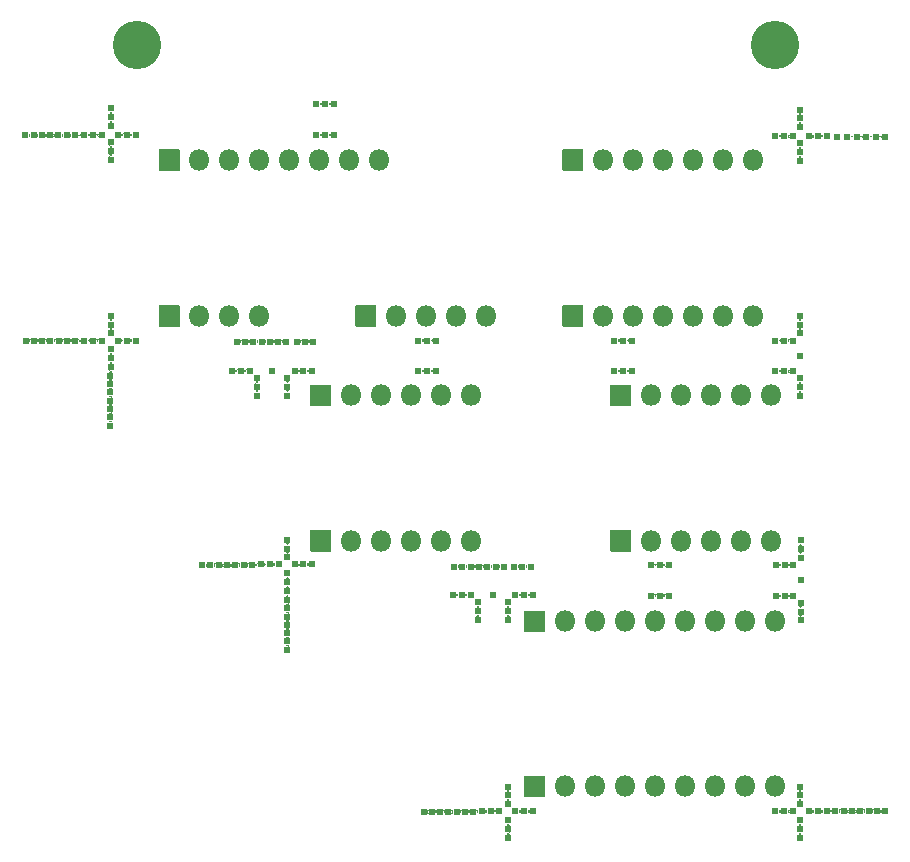
<source format=gbr>
G04 #@! TF.GenerationSoftware,KiCad,Pcbnew,(5.1.9)-1*
G04 #@! TF.CreationDate,2021-05-14T22:38:37-04:00*
G04 #@! TF.ProjectId,PanelizedDisplays,50616e65-6c69-47a6-9564-446973706c61,rev?*
G04 #@! TF.SameCoordinates,Original*
G04 #@! TF.FileFunction,Soldermask,Bot*
G04 #@! TF.FilePolarity,Negative*
%FSLAX46Y46*%
G04 Gerber Fmt 4.6, Leading zero omitted, Abs format (unit mm)*
G04 Created by KiCad (PCBNEW (5.1.9)-1) date 2021-05-14 22:38:37*
%MOMM*%
%LPD*%
G01*
G04 APERTURE LIST*
%ADD10C,0.602000*%
%ADD11C,4.102000*%
%ADD12O,1.802000X1.802000*%
%ADD13C,0.100000*%
G04 APERTURE END LIST*
D10*
X94082000Y-104421000D03*
X93382000Y-104421000D03*
X94782000Y-104421000D03*
X112497000Y-123471000D03*
X111797000Y-123471000D03*
X113197000Y-123471000D03*
X107417000Y-123471000D03*
X106717000Y-123471000D03*
X108817000Y-123471000D03*
X110217000Y-123471000D03*
X109517000Y-123471000D03*
X110917000Y-123471000D03*
X108117000Y-123471000D03*
X89002000Y-104421000D03*
X88302000Y-104421000D03*
X90402000Y-104421000D03*
X91802000Y-104421000D03*
X91102000Y-104421000D03*
X92502000Y-104421000D03*
X89702000Y-104421000D03*
X77607000Y-107336000D03*
X77607000Y-108736000D03*
X77607000Y-108036000D03*
X77607000Y-110136000D03*
X77607000Y-109436000D03*
X77607000Y-110836000D03*
X77607000Y-111536000D03*
X92587000Y-126316000D03*
X92587000Y-127716000D03*
X92587000Y-127016000D03*
X92587000Y-129116000D03*
X92587000Y-128416000D03*
X92587000Y-129816000D03*
X92587000Y-130516000D03*
X108317000Y-144236000D03*
X106917000Y-144236000D03*
X107617000Y-144236000D03*
X105517000Y-144236000D03*
X106217000Y-144236000D03*
X104817000Y-144236000D03*
X104117000Y-144236000D03*
X89577000Y-123346000D03*
X88177000Y-123346000D03*
X88877000Y-123346000D03*
X86777000Y-123346000D03*
X87477000Y-123346000D03*
X86077000Y-123346000D03*
X85377000Y-123346000D03*
X74627000Y-104346000D03*
X73227000Y-104346000D03*
X73927000Y-104346000D03*
X71827000Y-104346000D03*
X72527000Y-104346000D03*
X71127000Y-104346000D03*
X70427000Y-104346000D03*
X138997000Y-144176000D03*
X140397000Y-144176000D03*
X139697000Y-144176000D03*
X141797000Y-144176000D03*
X141097000Y-144176000D03*
X142497000Y-144176000D03*
X143197000Y-144176000D03*
X143197000Y-87076000D03*
X142397000Y-87076000D03*
X141597000Y-87076000D03*
X140797000Y-87076000D03*
X139997000Y-87076000D03*
X139097000Y-87076000D03*
X70397000Y-86976000D03*
X71097000Y-86976000D03*
X71797000Y-86976000D03*
X72497000Y-86976000D03*
X73197000Y-86976000D03*
X73897000Y-86976000D03*
X74597000Y-86976000D03*
D11*
X133897000Y-79276000D03*
X79897000Y-79276000D03*
D10*
X96550000Y-86937000D03*
X95050000Y-86937000D03*
X95050000Y-84337000D03*
X96550000Y-84337000D03*
X95800000Y-86937000D03*
X95800000Y-84337000D03*
X134650000Y-87037000D03*
X133900000Y-87037000D03*
X135400000Y-87037000D03*
X136000000Y-89137000D03*
X136000000Y-87637000D03*
X136000000Y-88387000D03*
X136750000Y-87037000D03*
X138250000Y-87037000D03*
X137500000Y-87037000D03*
X136000000Y-84787000D03*
X136000000Y-86287000D03*
X136000000Y-85537000D03*
X136000000Y-142850000D03*
X136000000Y-142100000D03*
X136000000Y-143600000D03*
X133900000Y-144200000D03*
X135400000Y-144200000D03*
X134650000Y-144200000D03*
X136000000Y-144950000D03*
X136000000Y-146450000D03*
X136000000Y-145700000D03*
X138250000Y-144200000D03*
X136750000Y-144200000D03*
X137500000Y-144200000D03*
X112650000Y-144200000D03*
X113400000Y-144200000D03*
X111900000Y-144200000D03*
X111300000Y-142100000D03*
X111300000Y-143600000D03*
X111300000Y-142850000D03*
X110550000Y-144200000D03*
X109050000Y-144200000D03*
X109800000Y-144200000D03*
X111300000Y-146450000D03*
X111300000Y-144950000D03*
X111300000Y-145700000D03*
X93950000Y-123300000D03*
X94700000Y-123300000D03*
X93200000Y-123300000D03*
X92600000Y-121200000D03*
X92600000Y-122700000D03*
X92600000Y-121950000D03*
X91850000Y-123300000D03*
X90350000Y-123300000D03*
X91100000Y-123300000D03*
X92600000Y-125550000D03*
X92600000Y-124050000D03*
X92600000Y-124800000D03*
X91300000Y-106900000D03*
X88650000Y-106900000D03*
X87900000Y-106900000D03*
X89400000Y-106900000D03*
X93950000Y-106900000D03*
X93200000Y-106900000D03*
X94700000Y-106900000D03*
X90000000Y-109000000D03*
X90000000Y-107500000D03*
X92600000Y-107500000D03*
X92600000Y-109000000D03*
X90000000Y-108250000D03*
X92600000Y-108250000D03*
X136000000Y-105637000D03*
X136000000Y-102987000D03*
X136000000Y-102237000D03*
X136000000Y-103737000D03*
X136000000Y-108287000D03*
X136000000Y-107537000D03*
X136000000Y-109037000D03*
X133900000Y-104337000D03*
X135400000Y-104337000D03*
X135400000Y-106937000D03*
X133900000Y-106937000D03*
X134650000Y-104337000D03*
X134650000Y-106937000D03*
X110000000Y-125900000D03*
X107350000Y-125900000D03*
X106600000Y-125900000D03*
X108100000Y-125900000D03*
X112650000Y-125900000D03*
X111900000Y-125900000D03*
X113400000Y-125900000D03*
X108700000Y-128000000D03*
X108700000Y-126500000D03*
X111300000Y-126500000D03*
X111300000Y-128000000D03*
X108700000Y-127250000D03*
X111300000Y-127250000D03*
X78987500Y-104337000D03*
X79737500Y-104337000D03*
X78237500Y-104337000D03*
X77637500Y-102237000D03*
X77637500Y-103737000D03*
X77637500Y-102987000D03*
X76887500Y-104337000D03*
X75387500Y-104337000D03*
X76137500Y-104337000D03*
X77637500Y-106587000D03*
X77637500Y-105087000D03*
X77637500Y-105837000D03*
X77637500Y-88287000D03*
X77637500Y-89037000D03*
X77637500Y-87537000D03*
X79737500Y-86937000D03*
X78237500Y-86937000D03*
X78987500Y-86937000D03*
X77637500Y-86187000D03*
X77637500Y-84687000D03*
X77637500Y-85437000D03*
X75387500Y-86937000D03*
X76887500Y-86937000D03*
X76137500Y-86937000D03*
X124887500Y-125937000D03*
X123387500Y-125937000D03*
X123387500Y-123337000D03*
X124887500Y-123337000D03*
X124137500Y-125937000D03*
X124137500Y-123337000D03*
X105187500Y-106937000D03*
X103687500Y-106937000D03*
X103687500Y-104337000D03*
X105187500Y-104337000D03*
X104437500Y-106937000D03*
X104437500Y-104337000D03*
X121787500Y-106937000D03*
X120287500Y-106937000D03*
X120287500Y-104337000D03*
X121787500Y-104337000D03*
X121037500Y-106937000D03*
X121037500Y-104337000D03*
X136037500Y-124637000D03*
X136037500Y-121987000D03*
X136037500Y-121237000D03*
X136037500Y-122737000D03*
X136037500Y-127287000D03*
X136037500Y-126537000D03*
X136037500Y-128037000D03*
X133937500Y-123337000D03*
X135437500Y-123337000D03*
X135437500Y-125937000D03*
X133937500Y-125937000D03*
X134687500Y-123337000D03*
X134687500Y-125937000D03*
D12*
X133860500Y-142079500D03*
X131320500Y-142079500D03*
X128780500Y-142079500D03*
X126240500Y-142079500D03*
X123700500Y-142079500D03*
X121160500Y-142079500D03*
X118620500Y-142079500D03*
X116080500Y-142079500D03*
G36*
G01*
X114390500Y-142980500D02*
X112690500Y-142980500D01*
G75*
G02*
X112639500Y-142929500I0J51000D01*
G01*
X112639500Y-141229500D01*
G75*
G02*
X112690500Y-141178500I51000J0D01*
G01*
X114390500Y-141178500D01*
G75*
G02*
X114441500Y-141229500I0J-51000D01*
G01*
X114441500Y-142929500D01*
G75*
G02*
X114390500Y-142980500I-51000J0D01*
G01*
G37*
X133860500Y-128109500D03*
X131320500Y-128109500D03*
X128780500Y-128109500D03*
X126240500Y-128109500D03*
X123700500Y-128109500D03*
X121160500Y-128109500D03*
X118620500Y-128109500D03*
X116080500Y-128109500D03*
G36*
G01*
X114390500Y-129010500D02*
X112690500Y-129010500D01*
G75*
G02*
X112639500Y-128959500I0J51000D01*
G01*
X112639500Y-127259500D01*
G75*
G02*
X112690500Y-127208500I51000J0D01*
G01*
X114390500Y-127208500D01*
G75*
G02*
X114441500Y-127259500I0J-51000D01*
G01*
X114441500Y-128959500D01*
G75*
G02*
X114390500Y-129010500I-51000J0D01*
G01*
G37*
X109393000Y-102262000D03*
X106853000Y-102262000D03*
X104313000Y-102262000D03*
X101773000Y-102262000D03*
G36*
G01*
X100083000Y-103163000D02*
X98383000Y-103163000D01*
G75*
G02*
X98332000Y-103112000I0J51000D01*
G01*
X98332000Y-101412000D01*
G75*
G02*
X98383000Y-101361000I51000J0D01*
G01*
X100083000Y-101361000D01*
G75*
G02*
X100134000Y-101412000I0J-51000D01*
G01*
X100134000Y-103112000D01*
G75*
G02*
X100083000Y-103163000I-51000J0D01*
G01*
G37*
X131999000Y-102262000D03*
X129459000Y-102262000D03*
X126919000Y-102262000D03*
X124379000Y-102262000D03*
X121839000Y-102262000D03*
X119299000Y-102262000D03*
G36*
G01*
X117609000Y-103163000D02*
X115909000Y-103163000D01*
G75*
G02*
X115858000Y-103112000I0J51000D01*
G01*
X115858000Y-101412000D01*
G75*
G02*
X115909000Y-101361000I51000J0D01*
G01*
X117609000Y-101361000D01*
G75*
G02*
X117660000Y-101412000I0J-51000D01*
G01*
X117660000Y-103112000D01*
G75*
G02*
X117609000Y-103163000I-51000J0D01*
G01*
G37*
X131999000Y-89054000D03*
X129459000Y-89054000D03*
X126919000Y-89054000D03*
X124379000Y-89054000D03*
X121839000Y-89054000D03*
X119299000Y-89054000D03*
G36*
G01*
X117609000Y-89955000D02*
X115909000Y-89955000D01*
G75*
G02*
X115858000Y-89904000I0J51000D01*
G01*
X115858000Y-88204000D01*
G75*
G02*
X115909000Y-88153000I51000J0D01*
G01*
X117609000Y-88153000D01*
G75*
G02*
X117660000Y-88204000I0J-51000D01*
G01*
X117660000Y-89904000D01*
G75*
G02*
X117609000Y-89955000I-51000J0D01*
G01*
G37*
X90216000Y-102262000D03*
X87676000Y-102262000D03*
X85136000Y-102262000D03*
G36*
G01*
X83446000Y-103163000D02*
X81746000Y-103163000D01*
G75*
G02*
X81695000Y-103112000I0J51000D01*
G01*
X81695000Y-101412000D01*
G75*
G02*
X81746000Y-101361000I51000J0D01*
G01*
X83446000Y-101361000D01*
G75*
G02*
X83497000Y-101412000I0J-51000D01*
G01*
X83497000Y-103112000D01*
G75*
G02*
X83446000Y-103163000I-51000J0D01*
G01*
G37*
X100376000Y-89054000D03*
X97836000Y-89054000D03*
X95296000Y-89054000D03*
X92756000Y-89054000D03*
X90216000Y-89054000D03*
X87676000Y-89054000D03*
X85136000Y-89054000D03*
G36*
G01*
X83446000Y-89955000D02*
X81746000Y-89955000D01*
G75*
G02*
X81695000Y-89904000I0J51000D01*
G01*
X81695000Y-88204000D01*
G75*
G02*
X81746000Y-88153000I51000J0D01*
G01*
X83446000Y-88153000D01*
G75*
G02*
X83497000Y-88204000I0J-51000D01*
G01*
X83497000Y-89904000D01*
G75*
G02*
X83446000Y-89955000I-51000J0D01*
G01*
G37*
X133515000Y-121301000D03*
X130975000Y-121301000D03*
X128435000Y-121301000D03*
X125895000Y-121301000D03*
X123355000Y-121301000D03*
G36*
G01*
X121665000Y-122202000D02*
X119965000Y-122202000D01*
G75*
G02*
X119914000Y-122151000I0J51000D01*
G01*
X119914000Y-120451000D01*
G75*
G02*
X119965000Y-120400000I51000J0D01*
G01*
X121665000Y-120400000D01*
G75*
G02*
X121716000Y-120451000I0J-51000D01*
G01*
X121716000Y-122151000D01*
G75*
G02*
X121665000Y-122202000I-51000J0D01*
G01*
G37*
X108115000Y-121301000D03*
X105575000Y-121301000D03*
X103035000Y-121301000D03*
X100495000Y-121301000D03*
X97955000Y-121301000D03*
G36*
G01*
X96265000Y-122202000D02*
X94565000Y-122202000D01*
G75*
G02*
X94514000Y-122151000I0J51000D01*
G01*
X94514000Y-120451000D01*
G75*
G02*
X94565000Y-120400000I51000J0D01*
G01*
X96265000Y-120400000D01*
G75*
G02*
X96316000Y-120451000I0J-51000D01*
G01*
X96316000Y-122151000D01*
G75*
G02*
X96265000Y-122202000I-51000J0D01*
G01*
G37*
X133515000Y-108982000D03*
X130975000Y-108982000D03*
X128435000Y-108982000D03*
X125895000Y-108982000D03*
X123355000Y-108982000D03*
G36*
G01*
X121665000Y-109883000D02*
X119965000Y-109883000D01*
G75*
G02*
X119914000Y-109832000I0J51000D01*
G01*
X119914000Y-108132000D01*
G75*
G02*
X119965000Y-108081000I51000J0D01*
G01*
X121665000Y-108081000D01*
G75*
G02*
X121716000Y-108132000I0J-51000D01*
G01*
X121716000Y-109832000D01*
G75*
G02*
X121665000Y-109883000I-51000J0D01*
G01*
G37*
X108115000Y-108982000D03*
X105575000Y-108982000D03*
X103035000Y-108982000D03*
X100495000Y-108982000D03*
X97955000Y-108982000D03*
G36*
G01*
X96265000Y-109883000D02*
X94565000Y-109883000D01*
G75*
G02*
X94514000Y-109832000I0J51000D01*
G01*
X94514000Y-108132000D01*
G75*
G02*
X94565000Y-108081000I51000J0D01*
G01*
X96265000Y-108081000D01*
G75*
G02*
X96316000Y-108132000I0J-51000D01*
G01*
X96316000Y-109832000D01*
G75*
G02*
X96265000Y-109883000I-51000J0D01*
G01*
G37*
D13*
G36*
X136140266Y-145965048D02*
G01*
X136141031Y-145966896D01*
X136140159Y-145968298D01*
X136133608Y-145972675D01*
X136114893Y-145988034D01*
X136099598Y-146006671D01*
X136088233Y-146027935D01*
X136081233Y-146051010D01*
X136078870Y-146075001D01*
X136081233Y-146098992D01*
X136088233Y-146122067D01*
X136099599Y-146143330D01*
X136114894Y-146161967D01*
X136133608Y-146177325D01*
X136140159Y-146181702D01*
X136141044Y-146183496D01*
X136139933Y-146185159D01*
X136138283Y-146185213D01*
X136086794Y-146163885D01*
X136029304Y-146152449D01*
X135970696Y-146152449D01*
X135913206Y-146163885D01*
X135861717Y-146185213D01*
X135859734Y-146184952D01*
X135858969Y-146183104D01*
X135859841Y-146181702D01*
X135866392Y-146177325D01*
X135885107Y-146161966D01*
X135900402Y-146143329D01*
X135911767Y-146122065D01*
X135918767Y-146098990D01*
X135921130Y-146074999D01*
X135918767Y-146051008D01*
X135911767Y-146027933D01*
X135900401Y-146006670D01*
X135885106Y-145988033D01*
X135866392Y-145972675D01*
X135859841Y-145968298D01*
X135858956Y-145966504D01*
X135860067Y-145964841D01*
X135861717Y-145964787D01*
X135913206Y-145986115D01*
X135970696Y-145997551D01*
X136029304Y-145997551D01*
X136086794Y-145986115D01*
X136138283Y-145964787D01*
X136140266Y-145965048D01*
G37*
G36*
X111440266Y-145965048D02*
G01*
X111441031Y-145966896D01*
X111440159Y-145968298D01*
X111433608Y-145972675D01*
X111414893Y-145988034D01*
X111399598Y-146006671D01*
X111388233Y-146027935D01*
X111381233Y-146051010D01*
X111378870Y-146075001D01*
X111381233Y-146098992D01*
X111388233Y-146122067D01*
X111399599Y-146143330D01*
X111414894Y-146161967D01*
X111433608Y-146177325D01*
X111440159Y-146181702D01*
X111441044Y-146183496D01*
X111439933Y-146185159D01*
X111438283Y-146185213D01*
X111386794Y-146163885D01*
X111329304Y-146152449D01*
X111270696Y-146152449D01*
X111213206Y-146163885D01*
X111161717Y-146185213D01*
X111159734Y-146184952D01*
X111158969Y-146183104D01*
X111159841Y-146181702D01*
X111166392Y-146177325D01*
X111185107Y-146161966D01*
X111200402Y-146143329D01*
X111211767Y-146122065D01*
X111218767Y-146098990D01*
X111221130Y-146074999D01*
X111218767Y-146051008D01*
X111211767Y-146027933D01*
X111200401Y-146006670D01*
X111185106Y-145988033D01*
X111166392Y-145972675D01*
X111159841Y-145968298D01*
X111158956Y-145966504D01*
X111160067Y-145964841D01*
X111161717Y-145964787D01*
X111213206Y-145986115D01*
X111270696Y-145997551D01*
X111329304Y-145997551D01*
X111386794Y-145986115D01*
X111438283Y-145964787D01*
X111440266Y-145965048D01*
G37*
G36*
X111440266Y-145215048D02*
G01*
X111441031Y-145216896D01*
X111440159Y-145218298D01*
X111433608Y-145222675D01*
X111414893Y-145238034D01*
X111399598Y-145256671D01*
X111388233Y-145277935D01*
X111381233Y-145301010D01*
X111378870Y-145325001D01*
X111381233Y-145348992D01*
X111388233Y-145372067D01*
X111399599Y-145393330D01*
X111414894Y-145411967D01*
X111433608Y-145427325D01*
X111440159Y-145431702D01*
X111441044Y-145433496D01*
X111439933Y-145435159D01*
X111438283Y-145435213D01*
X111386794Y-145413885D01*
X111329304Y-145402449D01*
X111270696Y-145402449D01*
X111213206Y-145413885D01*
X111161717Y-145435213D01*
X111159734Y-145434952D01*
X111158969Y-145433104D01*
X111159841Y-145431702D01*
X111166392Y-145427325D01*
X111185107Y-145411966D01*
X111200402Y-145393329D01*
X111211767Y-145372065D01*
X111218767Y-145348990D01*
X111221130Y-145324999D01*
X111218767Y-145301008D01*
X111211767Y-145277933D01*
X111200401Y-145256670D01*
X111185106Y-145238033D01*
X111166392Y-145222675D01*
X111159841Y-145218298D01*
X111158956Y-145216504D01*
X111160067Y-145214841D01*
X111161717Y-145214787D01*
X111213206Y-145236115D01*
X111270696Y-145247551D01*
X111329304Y-145247551D01*
X111386794Y-145236115D01*
X111438283Y-145214787D01*
X111440266Y-145215048D01*
G37*
G36*
X136140266Y-145215048D02*
G01*
X136141031Y-145216896D01*
X136140159Y-145218298D01*
X136133608Y-145222675D01*
X136114893Y-145238034D01*
X136099598Y-145256671D01*
X136088233Y-145277935D01*
X136081233Y-145301010D01*
X136078870Y-145325001D01*
X136081233Y-145348992D01*
X136088233Y-145372067D01*
X136099599Y-145393330D01*
X136114894Y-145411967D01*
X136133608Y-145427325D01*
X136140159Y-145431702D01*
X136141044Y-145433496D01*
X136139933Y-145435159D01*
X136138283Y-145435213D01*
X136086794Y-145413885D01*
X136029304Y-145402449D01*
X135970696Y-145402449D01*
X135913206Y-145413885D01*
X135861717Y-145435213D01*
X135859734Y-145434952D01*
X135858969Y-145433104D01*
X135859841Y-145431702D01*
X135866392Y-145427325D01*
X135885107Y-145411966D01*
X135900402Y-145393329D01*
X135911767Y-145372065D01*
X135918767Y-145348990D01*
X135921130Y-145324999D01*
X135918767Y-145301008D01*
X135911767Y-145277933D01*
X135900401Y-145256670D01*
X135885106Y-145238033D01*
X135866392Y-145222675D01*
X135859841Y-145218298D01*
X135858956Y-145216504D01*
X135860067Y-145214841D01*
X135861717Y-145214787D01*
X135913206Y-145236115D01*
X135970696Y-145247551D01*
X136029304Y-145247551D01*
X136086794Y-145236115D01*
X136138283Y-145214787D01*
X136140266Y-145215048D01*
G37*
G36*
X105068503Y-144069642D02*
G01*
X105080033Y-144083692D01*
X105098670Y-144098988D01*
X105119934Y-144110353D01*
X105143008Y-144117353D01*
X105167000Y-144119716D01*
X105190991Y-144117353D01*
X105214066Y-144110353D01*
X105235329Y-144098988D01*
X105253966Y-144083693D01*
X105265497Y-144069642D01*
X105267369Y-144068938D01*
X105268915Y-144070206D01*
X105268706Y-144072022D01*
X105253315Y-144095057D01*
X105230885Y-144149206D01*
X105219449Y-144206696D01*
X105219449Y-144265304D01*
X105230885Y-144322794D01*
X105253315Y-144376943D01*
X105268706Y-144399978D01*
X105268837Y-144401974D01*
X105267174Y-144403085D01*
X105265497Y-144402358D01*
X105253967Y-144388308D01*
X105235330Y-144373012D01*
X105214066Y-144361647D01*
X105190992Y-144354647D01*
X105167000Y-144352284D01*
X105143009Y-144354647D01*
X105119934Y-144361647D01*
X105098671Y-144373012D01*
X105080034Y-144388307D01*
X105068503Y-144402358D01*
X105066631Y-144403062D01*
X105065085Y-144401794D01*
X105065294Y-144399978D01*
X105080685Y-144376943D01*
X105103115Y-144322794D01*
X105114551Y-144265304D01*
X105114551Y-144206696D01*
X105103115Y-144149206D01*
X105080685Y-144095057D01*
X105065294Y-144072022D01*
X105065163Y-144070026D01*
X105066826Y-144068915D01*
X105068503Y-144069642D01*
G37*
G36*
X107168503Y-144069642D02*
G01*
X107180033Y-144083692D01*
X107198670Y-144098988D01*
X107219934Y-144110353D01*
X107243008Y-144117353D01*
X107267000Y-144119716D01*
X107290991Y-144117353D01*
X107314066Y-144110353D01*
X107335329Y-144098988D01*
X107353966Y-144083693D01*
X107365497Y-144069642D01*
X107367369Y-144068938D01*
X107368915Y-144070206D01*
X107368706Y-144072022D01*
X107353315Y-144095057D01*
X107330885Y-144149206D01*
X107319449Y-144206696D01*
X107319449Y-144265304D01*
X107330885Y-144322794D01*
X107353315Y-144376943D01*
X107368706Y-144399978D01*
X107368837Y-144401974D01*
X107367174Y-144403085D01*
X107365497Y-144402358D01*
X107353967Y-144388308D01*
X107335330Y-144373012D01*
X107314066Y-144361647D01*
X107290992Y-144354647D01*
X107267000Y-144352284D01*
X107243009Y-144354647D01*
X107219934Y-144361647D01*
X107198671Y-144373012D01*
X107180034Y-144388307D01*
X107168503Y-144402358D01*
X107166631Y-144403062D01*
X107165085Y-144401794D01*
X107165294Y-144399978D01*
X107180685Y-144376943D01*
X107203115Y-144322794D01*
X107214551Y-144265304D01*
X107214551Y-144206696D01*
X107203115Y-144149206D01*
X107180685Y-144095057D01*
X107165294Y-144072022D01*
X107165163Y-144070026D01*
X107166826Y-144068915D01*
X107168503Y-144069642D01*
G37*
G36*
X107868503Y-144069642D02*
G01*
X107880033Y-144083692D01*
X107898670Y-144098988D01*
X107919934Y-144110353D01*
X107943008Y-144117353D01*
X107967000Y-144119716D01*
X107990991Y-144117353D01*
X108014066Y-144110353D01*
X108035329Y-144098988D01*
X108053966Y-144083693D01*
X108065497Y-144069642D01*
X108067369Y-144068938D01*
X108068915Y-144070206D01*
X108068706Y-144072022D01*
X108053315Y-144095057D01*
X108030885Y-144149206D01*
X108019449Y-144206696D01*
X108019449Y-144265304D01*
X108030885Y-144322794D01*
X108053315Y-144376943D01*
X108068706Y-144399978D01*
X108068837Y-144401974D01*
X108067174Y-144403085D01*
X108065497Y-144402358D01*
X108053967Y-144388308D01*
X108035330Y-144373012D01*
X108014066Y-144361647D01*
X107990992Y-144354647D01*
X107967000Y-144352284D01*
X107943009Y-144354647D01*
X107919934Y-144361647D01*
X107898671Y-144373012D01*
X107880034Y-144388307D01*
X107868503Y-144402358D01*
X107866631Y-144403062D01*
X107865085Y-144401794D01*
X107865294Y-144399978D01*
X107880685Y-144376943D01*
X107903115Y-144322794D01*
X107914551Y-144265304D01*
X107914551Y-144206696D01*
X107903115Y-144149206D01*
X107880685Y-144095057D01*
X107865294Y-144072022D01*
X107865163Y-144070026D01*
X107866826Y-144068915D01*
X107868503Y-144069642D01*
G37*
G36*
X104368503Y-144069642D02*
G01*
X104380033Y-144083692D01*
X104398670Y-144098988D01*
X104419934Y-144110353D01*
X104443008Y-144117353D01*
X104467000Y-144119716D01*
X104490991Y-144117353D01*
X104514066Y-144110353D01*
X104535329Y-144098988D01*
X104553966Y-144083693D01*
X104565497Y-144069642D01*
X104567369Y-144068938D01*
X104568915Y-144070206D01*
X104568706Y-144072022D01*
X104553315Y-144095057D01*
X104530885Y-144149206D01*
X104519449Y-144206696D01*
X104519449Y-144265304D01*
X104530885Y-144322794D01*
X104553315Y-144376943D01*
X104568706Y-144399978D01*
X104568837Y-144401974D01*
X104567174Y-144403085D01*
X104565497Y-144402358D01*
X104553967Y-144388308D01*
X104535330Y-144373012D01*
X104514066Y-144361647D01*
X104490992Y-144354647D01*
X104467000Y-144352284D01*
X104443009Y-144354647D01*
X104419934Y-144361647D01*
X104398671Y-144373012D01*
X104380034Y-144388307D01*
X104368503Y-144402358D01*
X104366631Y-144403062D01*
X104365085Y-144401794D01*
X104365294Y-144399978D01*
X104380685Y-144376943D01*
X104403115Y-144322794D01*
X104414551Y-144265304D01*
X104414551Y-144206696D01*
X104403115Y-144149206D01*
X104380685Y-144095057D01*
X104365294Y-144072022D01*
X104365163Y-144070026D01*
X104366826Y-144068915D01*
X104368503Y-144069642D01*
G37*
G36*
X106468503Y-144069642D02*
G01*
X106480033Y-144083692D01*
X106498670Y-144098988D01*
X106519934Y-144110353D01*
X106543008Y-144117353D01*
X106567000Y-144119716D01*
X106590991Y-144117353D01*
X106614066Y-144110353D01*
X106635329Y-144098988D01*
X106653966Y-144083693D01*
X106665497Y-144069642D01*
X106667369Y-144068938D01*
X106668915Y-144070206D01*
X106668706Y-144072022D01*
X106653315Y-144095057D01*
X106630885Y-144149206D01*
X106619449Y-144206696D01*
X106619449Y-144265304D01*
X106630885Y-144322794D01*
X106653315Y-144376943D01*
X106668706Y-144399978D01*
X106668837Y-144401974D01*
X106667174Y-144403085D01*
X106665497Y-144402358D01*
X106653967Y-144388308D01*
X106635330Y-144373012D01*
X106614066Y-144361647D01*
X106590992Y-144354647D01*
X106567000Y-144352284D01*
X106543009Y-144354647D01*
X106519934Y-144361647D01*
X106498671Y-144373012D01*
X106480034Y-144388307D01*
X106468503Y-144402358D01*
X106466631Y-144403062D01*
X106465085Y-144401794D01*
X106465294Y-144399978D01*
X106480685Y-144376943D01*
X106503115Y-144322794D01*
X106514551Y-144265304D01*
X106514551Y-144206696D01*
X106503115Y-144149206D01*
X106480685Y-144095057D01*
X106465294Y-144072022D01*
X106465163Y-144070026D01*
X106466826Y-144068915D01*
X106468503Y-144069642D01*
G37*
G36*
X105768503Y-144069642D02*
G01*
X105780033Y-144083692D01*
X105798670Y-144098988D01*
X105819934Y-144110353D01*
X105843008Y-144117353D01*
X105867000Y-144119716D01*
X105890991Y-144117353D01*
X105914066Y-144110353D01*
X105935329Y-144098988D01*
X105953966Y-144083693D01*
X105965497Y-144069642D01*
X105967369Y-144068938D01*
X105968915Y-144070206D01*
X105968706Y-144072022D01*
X105953315Y-144095057D01*
X105930885Y-144149206D01*
X105919449Y-144206696D01*
X105919449Y-144265304D01*
X105930885Y-144322794D01*
X105953315Y-144376943D01*
X105968706Y-144399978D01*
X105968837Y-144401974D01*
X105967174Y-144403085D01*
X105965497Y-144402358D01*
X105953967Y-144388308D01*
X105935330Y-144373012D01*
X105914066Y-144361647D01*
X105890992Y-144354647D01*
X105867000Y-144352284D01*
X105843009Y-144354647D01*
X105819934Y-144361647D01*
X105798671Y-144373012D01*
X105780034Y-144388307D01*
X105768503Y-144402358D01*
X105766631Y-144403062D01*
X105765085Y-144401794D01*
X105765294Y-144399978D01*
X105780685Y-144376943D01*
X105803115Y-144322794D01*
X105814551Y-144265304D01*
X105814551Y-144206696D01*
X105803115Y-144149206D01*
X105780685Y-144095057D01*
X105765294Y-144072022D01*
X105765163Y-144070026D01*
X105766826Y-144068915D01*
X105768503Y-144069642D01*
G37*
G36*
X108785157Y-144060072D02*
G01*
X108785211Y-144061722D01*
X108763885Y-144113206D01*
X108752449Y-144170696D01*
X108752449Y-144229304D01*
X108763885Y-144286794D01*
X108786315Y-144340943D01*
X108796571Y-144356293D01*
X108796702Y-144358289D01*
X108795039Y-144359400D01*
X108793362Y-144358673D01*
X108781829Y-144344620D01*
X108763192Y-144329324D01*
X108741928Y-144317960D01*
X108718853Y-144310960D01*
X108694862Y-144308597D01*
X108670871Y-144310960D01*
X108647796Y-144317960D01*
X108626532Y-144329326D01*
X108607896Y-144344621D01*
X108592600Y-144363258D01*
X108587385Y-144373017D01*
X108587284Y-144373185D01*
X108585300Y-144376154D01*
X108583506Y-144377039D01*
X108581843Y-144375928D01*
X108581789Y-144374278D01*
X108603115Y-144322794D01*
X108614551Y-144265304D01*
X108614551Y-144206696D01*
X108603115Y-144149206D01*
X108580685Y-144095057D01*
X108570429Y-144079707D01*
X108570298Y-144077711D01*
X108571961Y-144076600D01*
X108573638Y-144077327D01*
X108585171Y-144091380D01*
X108603808Y-144106676D01*
X108625072Y-144118040D01*
X108648147Y-144125040D01*
X108672138Y-144127403D01*
X108696129Y-144125040D01*
X108719204Y-144118040D01*
X108740468Y-144106674D01*
X108759104Y-144091379D01*
X108774400Y-144072742D01*
X108779615Y-144062983D01*
X108779716Y-144062815D01*
X108781700Y-144059846D01*
X108783494Y-144058961D01*
X108785157Y-144060072D01*
G37*
G36*
X142748503Y-144009642D02*
G01*
X142760033Y-144023692D01*
X142778670Y-144038988D01*
X142799934Y-144050353D01*
X142823008Y-144057353D01*
X142847000Y-144059716D01*
X142870991Y-144057353D01*
X142894066Y-144050353D01*
X142915329Y-144038988D01*
X142933966Y-144023693D01*
X142945497Y-144009642D01*
X142947369Y-144008938D01*
X142948915Y-144010206D01*
X142948706Y-144012022D01*
X142933315Y-144035057D01*
X142910885Y-144089206D01*
X142899449Y-144146696D01*
X142899449Y-144205304D01*
X142910885Y-144262794D01*
X142933315Y-144316943D01*
X142948706Y-144339978D01*
X142948837Y-144341974D01*
X142947174Y-144343085D01*
X142945497Y-144342358D01*
X142933967Y-144328308D01*
X142915330Y-144313012D01*
X142894066Y-144301647D01*
X142870992Y-144294647D01*
X142847000Y-144292284D01*
X142823009Y-144294647D01*
X142799934Y-144301647D01*
X142778671Y-144313012D01*
X142760034Y-144328307D01*
X142748503Y-144342358D01*
X142746631Y-144343062D01*
X142745085Y-144341794D01*
X142745294Y-144339978D01*
X142760685Y-144316943D01*
X142783115Y-144262794D01*
X142794551Y-144205304D01*
X142794551Y-144146696D01*
X142783115Y-144089206D01*
X142760685Y-144035057D01*
X142745294Y-144012022D01*
X142745163Y-144010026D01*
X142746826Y-144008915D01*
X142748503Y-144009642D01*
G37*
G36*
X139948503Y-144009642D02*
G01*
X139960033Y-144023692D01*
X139978670Y-144038988D01*
X139999934Y-144050353D01*
X140023008Y-144057353D01*
X140047000Y-144059716D01*
X140070991Y-144057353D01*
X140094066Y-144050353D01*
X140115329Y-144038988D01*
X140133966Y-144023693D01*
X140145497Y-144009642D01*
X140147369Y-144008938D01*
X140148915Y-144010206D01*
X140148706Y-144012022D01*
X140133315Y-144035057D01*
X140110885Y-144089206D01*
X140099449Y-144146696D01*
X140099449Y-144205304D01*
X140110885Y-144262794D01*
X140133315Y-144316943D01*
X140148706Y-144339978D01*
X140148837Y-144341974D01*
X140147174Y-144343085D01*
X140145497Y-144342358D01*
X140133967Y-144328308D01*
X140115330Y-144313012D01*
X140094066Y-144301647D01*
X140070992Y-144294647D01*
X140047000Y-144292284D01*
X140023009Y-144294647D01*
X139999934Y-144301647D01*
X139978671Y-144313012D01*
X139960034Y-144328307D01*
X139948503Y-144342358D01*
X139946631Y-144343062D01*
X139945085Y-144341794D01*
X139945294Y-144339978D01*
X139960685Y-144316943D01*
X139983115Y-144262794D01*
X139994551Y-144205304D01*
X139994551Y-144146696D01*
X139983115Y-144089206D01*
X139960685Y-144035057D01*
X139945294Y-144012022D01*
X139945163Y-144010026D01*
X139946826Y-144008915D01*
X139948503Y-144009642D01*
G37*
G36*
X140648503Y-144009642D02*
G01*
X140660033Y-144023692D01*
X140678670Y-144038988D01*
X140699934Y-144050353D01*
X140723008Y-144057353D01*
X140747000Y-144059716D01*
X140770991Y-144057353D01*
X140794066Y-144050353D01*
X140815329Y-144038988D01*
X140833966Y-144023693D01*
X140845497Y-144009642D01*
X140847369Y-144008938D01*
X140848915Y-144010206D01*
X140848706Y-144012022D01*
X140833315Y-144035057D01*
X140810885Y-144089206D01*
X140799449Y-144146696D01*
X140799449Y-144205304D01*
X140810885Y-144262794D01*
X140833315Y-144316943D01*
X140848706Y-144339978D01*
X140848837Y-144341974D01*
X140847174Y-144343085D01*
X140845497Y-144342358D01*
X140833967Y-144328308D01*
X140815330Y-144313012D01*
X140794066Y-144301647D01*
X140770992Y-144294647D01*
X140747000Y-144292284D01*
X140723009Y-144294647D01*
X140699934Y-144301647D01*
X140678671Y-144313012D01*
X140660034Y-144328307D01*
X140648503Y-144342358D01*
X140646631Y-144343062D01*
X140645085Y-144341794D01*
X140645294Y-144339978D01*
X140660685Y-144316943D01*
X140683115Y-144262794D01*
X140694551Y-144205304D01*
X140694551Y-144146696D01*
X140683115Y-144089206D01*
X140660685Y-144035057D01*
X140645294Y-144012022D01*
X140645163Y-144010026D01*
X140646826Y-144008915D01*
X140648503Y-144009642D01*
G37*
G36*
X141348503Y-144009642D02*
G01*
X141360033Y-144023692D01*
X141378670Y-144038988D01*
X141399934Y-144050353D01*
X141423008Y-144057353D01*
X141447000Y-144059716D01*
X141470991Y-144057353D01*
X141494066Y-144050353D01*
X141515329Y-144038988D01*
X141533966Y-144023693D01*
X141545497Y-144009642D01*
X141547369Y-144008938D01*
X141548915Y-144010206D01*
X141548706Y-144012022D01*
X141533315Y-144035057D01*
X141510885Y-144089206D01*
X141499449Y-144146696D01*
X141499449Y-144205304D01*
X141510885Y-144262794D01*
X141533315Y-144316943D01*
X141548706Y-144339978D01*
X141548837Y-144341974D01*
X141547174Y-144343085D01*
X141545497Y-144342358D01*
X141533967Y-144328308D01*
X141515330Y-144313012D01*
X141494066Y-144301647D01*
X141470992Y-144294647D01*
X141447000Y-144292284D01*
X141423009Y-144294647D01*
X141399934Y-144301647D01*
X141378671Y-144313012D01*
X141360034Y-144328307D01*
X141348503Y-144342358D01*
X141346631Y-144343062D01*
X141345085Y-144341794D01*
X141345294Y-144339978D01*
X141360685Y-144316943D01*
X141383115Y-144262794D01*
X141394551Y-144205304D01*
X141394551Y-144146696D01*
X141383115Y-144089206D01*
X141360685Y-144035057D01*
X141345294Y-144012022D01*
X141345163Y-144010026D01*
X141346826Y-144008915D01*
X141348503Y-144009642D01*
G37*
G36*
X139248503Y-144009642D02*
G01*
X139260033Y-144023692D01*
X139278670Y-144038988D01*
X139299934Y-144050353D01*
X139323008Y-144057353D01*
X139347000Y-144059716D01*
X139370991Y-144057353D01*
X139394066Y-144050353D01*
X139415329Y-144038988D01*
X139433966Y-144023693D01*
X139445497Y-144009642D01*
X139447369Y-144008938D01*
X139448915Y-144010206D01*
X139448706Y-144012022D01*
X139433315Y-144035057D01*
X139410885Y-144089206D01*
X139399449Y-144146696D01*
X139399449Y-144205304D01*
X139410885Y-144262794D01*
X139433315Y-144316943D01*
X139448706Y-144339978D01*
X139448837Y-144341974D01*
X139447174Y-144343085D01*
X139445497Y-144342358D01*
X139433967Y-144328308D01*
X139415330Y-144313012D01*
X139394066Y-144301647D01*
X139370992Y-144294647D01*
X139347000Y-144292284D01*
X139323009Y-144294647D01*
X139299934Y-144301647D01*
X139278671Y-144313012D01*
X139260034Y-144328307D01*
X139248503Y-144342358D01*
X139246631Y-144343062D01*
X139245085Y-144341794D01*
X139245294Y-144339978D01*
X139260685Y-144316943D01*
X139283115Y-144262794D01*
X139294551Y-144205304D01*
X139294551Y-144146696D01*
X139283115Y-144089206D01*
X139260685Y-144035057D01*
X139245294Y-144012022D01*
X139245163Y-144010026D01*
X139246826Y-144008915D01*
X139248503Y-144009642D01*
G37*
G36*
X142048503Y-144009642D02*
G01*
X142060033Y-144023692D01*
X142078670Y-144038988D01*
X142099934Y-144050353D01*
X142123008Y-144057353D01*
X142147000Y-144059716D01*
X142170991Y-144057353D01*
X142194066Y-144050353D01*
X142215329Y-144038988D01*
X142233966Y-144023693D01*
X142245497Y-144009642D01*
X142247369Y-144008938D01*
X142248915Y-144010206D01*
X142248706Y-144012022D01*
X142233315Y-144035057D01*
X142210885Y-144089206D01*
X142199449Y-144146696D01*
X142199449Y-144205304D01*
X142210885Y-144262794D01*
X142233315Y-144316943D01*
X142248706Y-144339978D01*
X142248837Y-144341974D01*
X142247174Y-144343085D01*
X142245497Y-144342358D01*
X142233967Y-144328308D01*
X142215330Y-144313012D01*
X142194066Y-144301647D01*
X142170992Y-144294647D01*
X142147000Y-144292284D01*
X142123009Y-144294647D01*
X142099934Y-144301647D01*
X142078671Y-144313012D01*
X142060034Y-144328307D01*
X142048503Y-144342358D01*
X142046631Y-144343062D01*
X142045085Y-144341794D01*
X142045294Y-144339978D01*
X142060685Y-144316943D01*
X142083115Y-144262794D01*
X142094551Y-144205304D01*
X142094551Y-144146696D01*
X142083115Y-144089206D01*
X142060685Y-144035057D01*
X142045294Y-144012022D01*
X142045163Y-144010026D01*
X142046826Y-144008915D01*
X142048503Y-144009642D01*
G37*
G36*
X137235159Y-144060067D02*
G01*
X137235213Y-144061717D01*
X137213885Y-144113206D01*
X137202449Y-144170696D01*
X137202449Y-144229304D01*
X137213885Y-144286794D01*
X137235213Y-144338283D01*
X137234952Y-144340266D01*
X137233104Y-144341031D01*
X137231702Y-144340159D01*
X137227325Y-144333608D01*
X137211966Y-144314893D01*
X137193329Y-144299598D01*
X137172065Y-144288233D01*
X137148990Y-144281233D01*
X137124999Y-144278870D01*
X137101008Y-144281233D01*
X137077933Y-144288233D01*
X137056670Y-144299599D01*
X137038033Y-144314894D01*
X137022675Y-144333608D01*
X137018298Y-144340159D01*
X137016504Y-144341044D01*
X137014841Y-144339933D01*
X137014787Y-144338283D01*
X137036115Y-144286794D01*
X137047551Y-144229304D01*
X137047551Y-144170696D01*
X137036115Y-144113206D01*
X137014787Y-144061717D01*
X137015048Y-144059734D01*
X137016896Y-144058969D01*
X137018298Y-144059841D01*
X137022675Y-144066392D01*
X137038034Y-144085107D01*
X137056671Y-144100402D01*
X137077935Y-144111767D01*
X137101010Y-144118767D01*
X137125001Y-144121130D01*
X137148992Y-144118767D01*
X137172067Y-144111767D01*
X137193330Y-144100401D01*
X137211967Y-144085106D01*
X137227325Y-144066392D01*
X137231702Y-144059841D01*
X137233496Y-144058956D01*
X137235159Y-144060067D01*
G37*
G36*
X137985159Y-144060067D02*
G01*
X137985213Y-144061717D01*
X137963885Y-144113206D01*
X137952449Y-144170696D01*
X137952449Y-144229304D01*
X137963885Y-144286794D01*
X137985213Y-144338283D01*
X137984952Y-144340266D01*
X137983104Y-144341031D01*
X137981702Y-144340159D01*
X137977325Y-144333608D01*
X137961966Y-144314893D01*
X137943329Y-144299598D01*
X137922065Y-144288233D01*
X137898990Y-144281233D01*
X137874999Y-144278870D01*
X137851008Y-144281233D01*
X137827933Y-144288233D01*
X137806670Y-144299599D01*
X137788033Y-144314894D01*
X137772675Y-144333608D01*
X137768298Y-144340159D01*
X137766504Y-144341044D01*
X137764841Y-144339933D01*
X137764787Y-144338283D01*
X137786115Y-144286794D01*
X137797551Y-144229304D01*
X137797551Y-144170696D01*
X137786115Y-144113206D01*
X137764787Y-144061717D01*
X137765048Y-144059734D01*
X137766896Y-144058969D01*
X137768298Y-144059841D01*
X137772675Y-144066392D01*
X137788034Y-144085107D01*
X137806671Y-144100402D01*
X137827935Y-144111767D01*
X137851010Y-144118767D01*
X137875001Y-144121130D01*
X137898992Y-144118767D01*
X137922067Y-144111767D01*
X137943330Y-144100401D01*
X137961967Y-144085106D01*
X137977325Y-144066392D01*
X137981702Y-144059841D01*
X137983496Y-144058956D01*
X137985159Y-144060067D01*
G37*
G36*
X135135159Y-144060067D02*
G01*
X135135213Y-144061717D01*
X135113885Y-144113206D01*
X135102449Y-144170696D01*
X135102449Y-144229304D01*
X135113885Y-144286794D01*
X135135213Y-144338283D01*
X135134952Y-144340266D01*
X135133104Y-144341031D01*
X135131702Y-144340159D01*
X135127325Y-144333608D01*
X135111966Y-144314893D01*
X135093329Y-144299598D01*
X135072065Y-144288233D01*
X135048990Y-144281233D01*
X135024999Y-144278870D01*
X135001008Y-144281233D01*
X134977933Y-144288233D01*
X134956670Y-144299599D01*
X134938033Y-144314894D01*
X134922675Y-144333608D01*
X134918298Y-144340159D01*
X134916504Y-144341044D01*
X134914841Y-144339933D01*
X134914787Y-144338283D01*
X134936115Y-144286794D01*
X134947551Y-144229304D01*
X134947551Y-144170696D01*
X134936115Y-144113206D01*
X134914787Y-144061717D01*
X134915048Y-144059734D01*
X134916896Y-144058969D01*
X134918298Y-144059841D01*
X134922675Y-144066392D01*
X134938034Y-144085107D01*
X134956671Y-144100402D01*
X134977935Y-144111767D01*
X135001010Y-144118767D01*
X135025001Y-144121130D01*
X135048992Y-144118767D01*
X135072067Y-144111767D01*
X135093330Y-144100401D01*
X135111967Y-144085106D01*
X135127325Y-144066392D01*
X135131702Y-144059841D01*
X135133496Y-144058956D01*
X135135159Y-144060067D01*
G37*
G36*
X110285159Y-144060067D02*
G01*
X110285213Y-144061717D01*
X110263885Y-144113206D01*
X110252449Y-144170696D01*
X110252449Y-144229304D01*
X110263885Y-144286794D01*
X110285213Y-144338283D01*
X110284952Y-144340266D01*
X110283104Y-144341031D01*
X110281702Y-144340159D01*
X110277325Y-144333608D01*
X110261966Y-144314893D01*
X110243329Y-144299598D01*
X110222065Y-144288233D01*
X110198990Y-144281233D01*
X110174999Y-144278870D01*
X110151008Y-144281233D01*
X110127933Y-144288233D01*
X110106670Y-144299599D01*
X110088033Y-144314894D01*
X110072675Y-144333608D01*
X110068298Y-144340159D01*
X110066504Y-144341044D01*
X110064841Y-144339933D01*
X110064787Y-144338283D01*
X110086115Y-144286794D01*
X110097551Y-144229304D01*
X110097551Y-144170696D01*
X110086115Y-144113206D01*
X110064787Y-144061717D01*
X110065048Y-144059734D01*
X110066896Y-144058969D01*
X110068298Y-144059841D01*
X110072675Y-144066392D01*
X110088034Y-144085107D01*
X110106671Y-144100402D01*
X110127935Y-144111767D01*
X110151010Y-144118767D01*
X110175001Y-144121130D01*
X110198992Y-144118767D01*
X110222067Y-144111767D01*
X110243330Y-144100401D01*
X110261967Y-144085106D01*
X110277325Y-144066392D01*
X110281702Y-144059841D01*
X110283496Y-144058956D01*
X110285159Y-144060067D01*
G37*
G36*
X112385159Y-144060067D02*
G01*
X112385213Y-144061717D01*
X112363885Y-144113206D01*
X112352449Y-144170696D01*
X112352449Y-144229304D01*
X112363885Y-144286794D01*
X112385213Y-144338283D01*
X112384952Y-144340266D01*
X112383104Y-144341031D01*
X112381702Y-144340159D01*
X112377325Y-144333608D01*
X112361966Y-144314893D01*
X112343329Y-144299598D01*
X112322065Y-144288233D01*
X112298990Y-144281233D01*
X112274999Y-144278870D01*
X112251008Y-144281233D01*
X112227933Y-144288233D01*
X112206670Y-144299599D01*
X112188033Y-144314894D01*
X112172675Y-144333608D01*
X112168298Y-144340159D01*
X112166504Y-144341044D01*
X112164841Y-144339933D01*
X112164787Y-144338283D01*
X112186115Y-144286794D01*
X112197551Y-144229304D01*
X112197551Y-144170696D01*
X112186115Y-144113206D01*
X112164787Y-144061717D01*
X112165048Y-144059734D01*
X112166896Y-144058969D01*
X112168298Y-144059841D01*
X112172675Y-144066392D01*
X112188034Y-144085107D01*
X112206671Y-144100402D01*
X112227935Y-144111767D01*
X112251010Y-144118767D01*
X112275001Y-144121130D01*
X112298992Y-144118767D01*
X112322067Y-144111767D01*
X112343330Y-144100401D01*
X112361967Y-144085106D01*
X112377325Y-144066392D01*
X112381702Y-144059841D01*
X112383496Y-144058956D01*
X112385159Y-144060067D01*
G37*
G36*
X113135159Y-144060067D02*
G01*
X113135213Y-144061717D01*
X113113885Y-144113206D01*
X113102449Y-144170696D01*
X113102449Y-144229304D01*
X113113885Y-144286794D01*
X113135213Y-144338283D01*
X113134952Y-144340266D01*
X113133104Y-144341031D01*
X113131702Y-144340159D01*
X113127325Y-144333608D01*
X113111966Y-144314893D01*
X113093329Y-144299598D01*
X113072065Y-144288233D01*
X113048990Y-144281233D01*
X113024999Y-144278870D01*
X113001008Y-144281233D01*
X112977933Y-144288233D01*
X112956670Y-144299599D01*
X112938033Y-144314894D01*
X112922675Y-144333608D01*
X112918298Y-144340159D01*
X112916504Y-144341044D01*
X112914841Y-144339933D01*
X112914787Y-144338283D01*
X112936115Y-144286794D01*
X112947551Y-144229304D01*
X112947551Y-144170696D01*
X112936115Y-144113206D01*
X112914787Y-144061717D01*
X112915048Y-144059734D01*
X112916896Y-144058969D01*
X112918298Y-144059841D01*
X112922675Y-144066392D01*
X112938034Y-144085107D01*
X112956671Y-144100402D01*
X112977935Y-144111767D01*
X113001010Y-144118767D01*
X113025001Y-144121130D01*
X113048992Y-144118767D01*
X113072067Y-144111767D01*
X113093330Y-144100401D01*
X113111967Y-144085106D01*
X113127325Y-144066392D01*
X113131702Y-144059841D01*
X113133496Y-144058956D01*
X113135159Y-144060067D01*
G37*
G36*
X109535159Y-144060067D02*
G01*
X109535213Y-144061717D01*
X109513885Y-144113206D01*
X109502449Y-144170696D01*
X109502449Y-144229304D01*
X109513885Y-144286794D01*
X109535213Y-144338283D01*
X109534952Y-144340266D01*
X109533104Y-144341031D01*
X109531702Y-144340159D01*
X109527325Y-144333608D01*
X109511966Y-144314893D01*
X109493329Y-144299598D01*
X109472065Y-144288233D01*
X109448990Y-144281233D01*
X109424999Y-144278870D01*
X109401008Y-144281233D01*
X109377933Y-144288233D01*
X109356670Y-144299599D01*
X109338033Y-144314894D01*
X109322675Y-144333608D01*
X109318298Y-144340159D01*
X109316504Y-144341044D01*
X109314841Y-144339933D01*
X109314787Y-144338283D01*
X109336115Y-144286794D01*
X109347551Y-144229304D01*
X109347551Y-144170696D01*
X109336115Y-144113206D01*
X109314787Y-144061717D01*
X109315048Y-144059734D01*
X109316896Y-144058969D01*
X109318298Y-144059841D01*
X109322675Y-144066392D01*
X109338034Y-144085107D01*
X109356671Y-144100402D01*
X109377935Y-144111767D01*
X109401010Y-144118767D01*
X109425001Y-144121130D01*
X109448992Y-144118767D01*
X109472067Y-144111767D01*
X109493330Y-144100401D01*
X109511967Y-144085106D01*
X109527325Y-144066392D01*
X109531702Y-144059841D01*
X109533496Y-144058956D01*
X109535159Y-144060067D01*
G37*
G36*
X134385159Y-144060067D02*
G01*
X134385213Y-144061717D01*
X134363885Y-144113206D01*
X134352449Y-144170696D01*
X134352449Y-144229304D01*
X134363885Y-144286794D01*
X134385213Y-144338283D01*
X134384952Y-144340266D01*
X134383104Y-144341031D01*
X134381702Y-144340159D01*
X134377325Y-144333608D01*
X134361966Y-144314893D01*
X134343329Y-144299598D01*
X134322065Y-144288233D01*
X134298990Y-144281233D01*
X134274999Y-144278870D01*
X134251008Y-144281233D01*
X134227933Y-144288233D01*
X134206670Y-144299599D01*
X134188033Y-144314894D01*
X134172675Y-144333608D01*
X134168298Y-144340159D01*
X134166504Y-144341044D01*
X134164841Y-144339933D01*
X134164787Y-144338283D01*
X134186115Y-144286794D01*
X134197551Y-144229304D01*
X134197551Y-144170696D01*
X134186115Y-144113206D01*
X134164787Y-144061717D01*
X134165048Y-144059734D01*
X134166896Y-144058969D01*
X134168298Y-144059841D01*
X134172675Y-144066392D01*
X134188034Y-144085107D01*
X134206671Y-144100402D01*
X134227935Y-144111767D01*
X134251010Y-144118767D01*
X134275001Y-144121130D01*
X134298992Y-144118767D01*
X134322067Y-144111767D01*
X134343330Y-144100401D01*
X134361967Y-144085106D01*
X134377325Y-144066392D01*
X134381702Y-144059841D01*
X134383496Y-144058956D01*
X134385159Y-144060067D01*
G37*
G36*
X138731138Y-144038129D02*
G01*
X138731288Y-144039950D01*
X138710885Y-144089206D01*
X138699449Y-144146696D01*
X138699449Y-144205304D01*
X138710885Y-144262794D01*
X138733076Y-144316368D01*
X138732815Y-144318351D01*
X138730967Y-144319116D01*
X138729682Y-144318402D01*
X138717120Y-144303094D01*
X138698483Y-144287799D01*
X138677219Y-144276434D01*
X138654144Y-144269434D01*
X138630153Y-144267071D01*
X138606162Y-144269434D01*
X138583087Y-144276434D01*
X138561823Y-144287799D01*
X138543186Y-144303094D01*
X138527891Y-144321731D01*
X138519324Y-144337758D01*
X138517625Y-144338814D01*
X138515862Y-144337871D01*
X138515712Y-144336050D01*
X138536115Y-144286794D01*
X138547551Y-144229304D01*
X138547551Y-144170696D01*
X138536115Y-144113206D01*
X138513924Y-144059632D01*
X138514185Y-144057649D01*
X138516033Y-144056884D01*
X138517318Y-144057598D01*
X138529880Y-144072906D01*
X138548517Y-144088201D01*
X138569781Y-144099566D01*
X138592856Y-144106566D01*
X138616847Y-144108929D01*
X138640838Y-144106566D01*
X138663913Y-144099566D01*
X138685177Y-144088201D01*
X138703814Y-144072906D01*
X138719109Y-144054269D01*
X138727676Y-144038242D01*
X138729375Y-144037186D01*
X138731138Y-144038129D01*
G37*
G36*
X136140266Y-143115048D02*
G01*
X136141031Y-143116896D01*
X136140159Y-143118298D01*
X136133608Y-143122675D01*
X136114893Y-143138034D01*
X136099598Y-143156671D01*
X136088233Y-143177935D01*
X136081233Y-143201010D01*
X136078870Y-143225001D01*
X136081233Y-143248992D01*
X136088233Y-143272067D01*
X136099599Y-143293330D01*
X136114894Y-143311967D01*
X136133608Y-143327325D01*
X136140159Y-143331702D01*
X136141044Y-143333496D01*
X136139933Y-143335159D01*
X136138283Y-143335213D01*
X136086794Y-143313885D01*
X136029304Y-143302449D01*
X135970696Y-143302449D01*
X135913206Y-143313885D01*
X135861717Y-143335213D01*
X135859734Y-143334952D01*
X135858969Y-143333104D01*
X135859841Y-143331702D01*
X135866392Y-143327325D01*
X135885107Y-143311966D01*
X135900402Y-143293329D01*
X135911767Y-143272065D01*
X135918767Y-143248990D01*
X135921130Y-143224999D01*
X135918767Y-143201008D01*
X135911767Y-143177933D01*
X135900401Y-143156670D01*
X135885106Y-143138033D01*
X135866392Y-143122675D01*
X135859841Y-143118298D01*
X135858956Y-143116504D01*
X135860067Y-143114841D01*
X135861717Y-143114787D01*
X135913206Y-143136115D01*
X135970696Y-143147551D01*
X136029304Y-143147551D01*
X136086794Y-143136115D01*
X136138283Y-143114787D01*
X136140266Y-143115048D01*
G37*
G36*
X111440266Y-143115048D02*
G01*
X111441031Y-143116896D01*
X111440159Y-143118298D01*
X111433608Y-143122675D01*
X111414893Y-143138034D01*
X111399598Y-143156671D01*
X111388233Y-143177935D01*
X111381233Y-143201010D01*
X111378870Y-143225001D01*
X111381233Y-143248992D01*
X111388233Y-143272067D01*
X111399599Y-143293330D01*
X111414894Y-143311967D01*
X111433608Y-143327325D01*
X111440159Y-143331702D01*
X111441044Y-143333496D01*
X111439933Y-143335159D01*
X111438283Y-143335213D01*
X111386794Y-143313885D01*
X111329304Y-143302449D01*
X111270696Y-143302449D01*
X111213206Y-143313885D01*
X111161717Y-143335213D01*
X111159734Y-143334952D01*
X111158969Y-143333104D01*
X111159841Y-143331702D01*
X111166392Y-143327325D01*
X111185107Y-143311966D01*
X111200402Y-143293329D01*
X111211767Y-143272065D01*
X111218767Y-143248990D01*
X111221130Y-143224999D01*
X111218767Y-143201008D01*
X111211767Y-143177933D01*
X111200401Y-143156670D01*
X111185106Y-143138033D01*
X111166392Y-143122675D01*
X111159841Y-143118298D01*
X111158956Y-143116504D01*
X111160067Y-143114841D01*
X111161717Y-143114787D01*
X111213206Y-143136115D01*
X111270696Y-143147551D01*
X111329304Y-143147551D01*
X111386794Y-143136115D01*
X111438283Y-143114787D01*
X111440266Y-143115048D01*
G37*
G36*
X111440266Y-142365048D02*
G01*
X111441031Y-142366896D01*
X111440159Y-142368298D01*
X111433608Y-142372675D01*
X111414893Y-142388034D01*
X111399598Y-142406671D01*
X111388233Y-142427935D01*
X111381233Y-142451010D01*
X111378870Y-142475001D01*
X111381233Y-142498992D01*
X111388233Y-142522067D01*
X111399599Y-142543330D01*
X111414894Y-142561967D01*
X111433608Y-142577325D01*
X111440159Y-142581702D01*
X111441044Y-142583496D01*
X111439933Y-142585159D01*
X111438283Y-142585213D01*
X111386794Y-142563885D01*
X111329304Y-142552449D01*
X111270696Y-142552449D01*
X111213206Y-142563885D01*
X111161717Y-142585213D01*
X111159734Y-142584952D01*
X111158969Y-142583104D01*
X111159841Y-142581702D01*
X111166392Y-142577325D01*
X111185107Y-142561966D01*
X111200402Y-142543329D01*
X111211767Y-142522065D01*
X111218767Y-142498990D01*
X111221130Y-142474999D01*
X111218767Y-142451008D01*
X111211767Y-142427933D01*
X111200401Y-142406670D01*
X111185106Y-142388033D01*
X111166392Y-142372675D01*
X111159841Y-142368298D01*
X111158956Y-142366504D01*
X111160067Y-142364841D01*
X111161717Y-142364787D01*
X111213206Y-142386115D01*
X111270696Y-142397551D01*
X111329304Y-142397551D01*
X111386794Y-142386115D01*
X111438283Y-142364787D01*
X111440266Y-142365048D01*
G37*
G36*
X136140266Y-142365048D02*
G01*
X136141031Y-142366896D01*
X136140159Y-142368298D01*
X136133608Y-142372675D01*
X136114893Y-142388034D01*
X136099598Y-142406671D01*
X136088233Y-142427935D01*
X136081233Y-142451010D01*
X136078870Y-142475001D01*
X136081233Y-142498992D01*
X136088233Y-142522067D01*
X136099599Y-142543330D01*
X136114894Y-142561967D01*
X136133608Y-142577325D01*
X136140159Y-142581702D01*
X136141044Y-142583496D01*
X136139933Y-142585159D01*
X136138283Y-142585213D01*
X136086794Y-142563885D01*
X136029304Y-142552449D01*
X135970696Y-142552449D01*
X135913206Y-142563885D01*
X135861717Y-142585213D01*
X135859734Y-142584952D01*
X135858969Y-142583104D01*
X135859841Y-142581702D01*
X135866392Y-142577325D01*
X135885107Y-142561966D01*
X135900402Y-142543329D01*
X135911767Y-142522065D01*
X135918767Y-142498990D01*
X135921130Y-142474999D01*
X135918767Y-142451008D01*
X135911767Y-142427933D01*
X135900401Y-142406670D01*
X135885106Y-142388033D01*
X135866392Y-142372675D01*
X135859841Y-142368298D01*
X135858956Y-142366504D01*
X135860067Y-142364841D01*
X135861717Y-142364787D01*
X135913206Y-142386115D01*
X135970696Y-142397551D01*
X136029304Y-142397551D01*
X136086794Y-142386115D01*
X136138283Y-142364787D01*
X136140266Y-142365048D01*
G37*
G36*
X92423022Y-130064294D02*
G01*
X92446057Y-130079685D01*
X92500206Y-130102115D01*
X92557696Y-130113551D01*
X92616304Y-130113551D01*
X92673794Y-130102115D01*
X92727943Y-130079685D01*
X92750978Y-130064294D01*
X92752974Y-130064163D01*
X92754085Y-130065826D01*
X92753358Y-130067503D01*
X92739308Y-130079033D01*
X92724012Y-130097670D01*
X92712647Y-130118934D01*
X92705647Y-130142008D01*
X92703284Y-130166000D01*
X92705647Y-130189991D01*
X92712647Y-130213066D01*
X92724012Y-130234329D01*
X92739307Y-130252966D01*
X92753358Y-130264497D01*
X92754062Y-130266369D01*
X92752794Y-130267915D01*
X92750978Y-130267706D01*
X92727943Y-130252315D01*
X92673794Y-130229885D01*
X92616304Y-130218449D01*
X92557696Y-130218449D01*
X92500206Y-130229885D01*
X92446057Y-130252315D01*
X92423022Y-130267706D01*
X92421026Y-130267837D01*
X92419915Y-130266174D01*
X92420642Y-130264497D01*
X92434692Y-130252967D01*
X92449988Y-130234330D01*
X92461353Y-130213066D01*
X92468353Y-130189992D01*
X92470716Y-130166000D01*
X92468353Y-130142009D01*
X92461353Y-130118934D01*
X92449988Y-130097671D01*
X92434693Y-130079034D01*
X92420642Y-130067503D01*
X92419938Y-130065631D01*
X92421206Y-130064085D01*
X92423022Y-130064294D01*
G37*
G36*
X92423022Y-129364294D02*
G01*
X92446057Y-129379685D01*
X92500206Y-129402115D01*
X92557696Y-129413551D01*
X92616304Y-129413551D01*
X92673794Y-129402115D01*
X92727943Y-129379685D01*
X92750978Y-129364294D01*
X92752974Y-129364163D01*
X92754085Y-129365826D01*
X92753358Y-129367503D01*
X92739308Y-129379033D01*
X92724012Y-129397670D01*
X92712647Y-129418934D01*
X92705647Y-129442008D01*
X92703284Y-129466000D01*
X92705647Y-129489991D01*
X92712647Y-129513066D01*
X92724012Y-129534329D01*
X92739307Y-129552966D01*
X92753358Y-129564497D01*
X92754062Y-129566369D01*
X92752794Y-129567915D01*
X92750978Y-129567706D01*
X92727943Y-129552315D01*
X92673794Y-129529885D01*
X92616304Y-129518449D01*
X92557696Y-129518449D01*
X92500206Y-129529885D01*
X92446057Y-129552315D01*
X92423022Y-129567706D01*
X92421026Y-129567837D01*
X92419915Y-129566174D01*
X92420642Y-129564497D01*
X92434692Y-129552967D01*
X92449988Y-129534330D01*
X92461353Y-129513066D01*
X92468353Y-129489992D01*
X92470716Y-129466000D01*
X92468353Y-129442009D01*
X92461353Y-129418934D01*
X92449988Y-129397671D01*
X92434693Y-129379034D01*
X92420642Y-129367503D01*
X92419938Y-129365631D01*
X92421206Y-129364085D01*
X92423022Y-129364294D01*
G37*
G36*
X92423022Y-128664294D02*
G01*
X92446057Y-128679685D01*
X92500206Y-128702115D01*
X92557696Y-128713551D01*
X92616304Y-128713551D01*
X92673794Y-128702115D01*
X92727943Y-128679685D01*
X92750978Y-128664294D01*
X92752974Y-128664163D01*
X92754085Y-128665826D01*
X92753358Y-128667503D01*
X92739308Y-128679033D01*
X92724012Y-128697670D01*
X92712647Y-128718934D01*
X92705647Y-128742008D01*
X92703284Y-128766000D01*
X92705647Y-128789991D01*
X92712647Y-128813066D01*
X92724012Y-128834329D01*
X92739307Y-128852966D01*
X92753358Y-128864497D01*
X92754062Y-128866369D01*
X92752794Y-128867915D01*
X92750978Y-128867706D01*
X92727943Y-128852315D01*
X92673794Y-128829885D01*
X92616304Y-128818449D01*
X92557696Y-128818449D01*
X92500206Y-128829885D01*
X92446057Y-128852315D01*
X92423022Y-128867706D01*
X92421026Y-128867837D01*
X92419915Y-128866174D01*
X92420642Y-128864497D01*
X92434692Y-128852967D01*
X92449988Y-128834330D01*
X92461353Y-128813066D01*
X92468353Y-128789992D01*
X92470716Y-128766000D01*
X92468353Y-128742009D01*
X92461353Y-128718934D01*
X92449988Y-128697671D01*
X92434693Y-128679034D01*
X92420642Y-128667503D01*
X92419938Y-128665631D01*
X92421206Y-128664085D01*
X92423022Y-128664294D01*
G37*
G36*
X92423022Y-127964294D02*
G01*
X92446057Y-127979685D01*
X92500206Y-128002115D01*
X92557696Y-128013551D01*
X92616304Y-128013551D01*
X92673794Y-128002115D01*
X92727943Y-127979685D01*
X92750978Y-127964294D01*
X92752974Y-127964163D01*
X92754085Y-127965826D01*
X92753358Y-127967503D01*
X92739308Y-127979033D01*
X92724012Y-127997670D01*
X92712647Y-128018934D01*
X92705647Y-128042008D01*
X92703284Y-128066000D01*
X92705647Y-128089991D01*
X92712647Y-128113066D01*
X92724012Y-128134329D01*
X92739307Y-128152966D01*
X92753358Y-128164497D01*
X92754062Y-128166369D01*
X92752794Y-128167915D01*
X92750978Y-128167706D01*
X92727943Y-128152315D01*
X92673794Y-128129885D01*
X92616304Y-128118449D01*
X92557696Y-128118449D01*
X92500206Y-128129885D01*
X92446057Y-128152315D01*
X92423022Y-128167706D01*
X92421026Y-128167837D01*
X92419915Y-128166174D01*
X92420642Y-128164497D01*
X92434692Y-128152967D01*
X92449988Y-128134330D01*
X92461353Y-128113066D01*
X92468353Y-128089992D01*
X92470716Y-128066000D01*
X92468353Y-128042009D01*
X92461353Y-128018934D01*
X92449988Y-127997671D01*
X92434693Y-127979034D01*
X92420642Y-127967503D01*
X92419938Y-127965631D01*
X92421206Y-127964085D01*
X92423022Y-127964294D01*
G37*
G36*
X136177766Y-127552048D02*
G01*
X136178531Y-127553896D01*
X136177659Y-127555298D01*
X136171108Y-127559675D01*
X136152393Y-127575034D01*
X136137098Y-127593671D01*
X136125733Y-127614935D01*
X136118733Y-127638010D01*
X136116370Y-127662001D01*
X136118733Y-127685992D01*
X136125733Y-127709067D01*
X136137099Y-127730330D01*
X136152394Y-127748967D01*
X136171108Y-127764325D01*
X136177659Y-127768702D01*
X136178544Y-127770496D01*
X136177433Y-127772159D01*
X136175783Y-127772213D01*
X136124294Y-127750885D01*
X136066804Y-127739449D01*
X136008196Y-127739449D01*
X135950706Y-127750885D01*
X135899217Y-127772213D01*
X135897234Y-127771952D01*
X135896469Y-127770104D01*
X135897341Y-127768702D01*
X135903892Y-127764325D01*
X135922607Y-127748966D01*
X135937902Y-127730329D01*
X135949267Y-127709065D01*
X135956267Y-127685990D01*
X135958630Y-127661999D01*
X135956267Y-127638008D01*
X135949267Y-127614933D01*
X135937901Y-127593670D01*
X135922606Y-127575033D01*
X135903892Y-127559675D01*
X135897341Y-127555298D01*
X135896456Y-127553504D01*
X135897567Y-127551841D01*
X135899217Y-127551787D01*
X135950706Y-127573115D01*
X136008196Y-127584551D01*
X136066804Y-127584551D01*
X136124294Y-127573115D01*
X136175783Y-127551787D01*
X136177766Y-127552048D01*
G37*
G36*
X111440266Y-127515048D02*
G01*
X111441031Y-127516896D01*
X111440159Y-127518298D01*
X111433608Y-127522675D01*
X111414893Y-127538034D01*
X111399598Y-127556671D01*
X111388233Y-127577935D01*
X111381233Y-127601010D01*
X111378870Y-127625001D01*
X111381233Y-127648992D01*
X111388233Y-127672067D01*
X111399599Y-127693330D01*
X111414894Y-127711967D01*
X111433608Y-127727325D01*
X111440159Y-127731702D01*
X111441044Y-127733496D01*
X111439933Y-127735159D01*
X111438283Y-127735213D01*
X111386794Y-127713885D01*
X111329304Y-127702449D01*
X111270696Y-127702449D01*
X111213206Y-127713885D01*
X111161717Y-127735213D01*
X111159734Y-127734952D01*
X111158969Y-127733104D01*
X111159841Y-127731702D01*
X111166392Y-127727325D01*
X111185107Y-127711966D01*
X111200402Y-127693329D01*
X111211767Y-127672065D01*
X111218767Y-127648990D01*
X111221130Y-127624999D01*
X111218767Y-127601008D01*
X111211767Y-127577933D01*
X111200401Y-127556670D01*
X111185106Y-127538033D01*
X111166392Y-127522675D01*
X111159841Y-127518298D01*
X111158956Y-127516504D01*
X111160067Y-127514841D01*
X111161717Y-127514787D01*
X111213206Y-127536115D01*
X111270696Y-127547551D01*
X111329304Y-127547551D01*
X111386794Y-127536115D01*
X111438283Y-127514787D01*
X111440266Y-127515048D01*
G37*
G36*
X108840266Y-127515048D02*
G01*
X108841031Y-127516896D01*
X108840159Y-127518298D01*
X108833608Y-127522675D01*
X108814893Y-127538034D01*
X108799598Y-127556671D01*
X108788233Y-127577935D01*
X108781233Y-127601010D01*
X108778870Y-127625001D01*
X108781233Y-127648992D01*
X108788233Y-127672067D01*
X108799599Y-127693330D01*
X108814894Y-127711967D01*
X108833608Y-127727325D01*
X108840159Y-127731702D01*
X108841044Y-127733496D01*
X108839933Y-127735159D01*
X108838283Y-127735213D01*
X108786794Y-127713885D01*
X108729304Y-127702449D01*
X108670696Y-127702449D01*
X108613206Y-127713885D01*
X108561717Y-127735213D01*
X108559734Y-127734952D01*
X108558969Y-127733104D01*
X108559841Y-127731702D01*
X108566392Y-127727325D01*
X108585107Y-127711966D01*
X108600402Y-127693329D01*
X108611767Y-127672065D01*
X108618767Y-127648990D01*
X108621130Y-127624999D01*
X108618767Y-127601008D01*
X108611767Y-127577933D01*
X108600401Y-127556670D01*
X108585106Y-127538033D01*
X108566392Y-127522675D01*
X108559841Y-127518298D01*
X108558956Y-127516504D01*
X108560067Y-127514841D01*
X108561717Y-127514787D01*
X108613206Y-127536115D01*
X108670696Y-127547551D01*
X108729304Y-127547551D01*
X108786794Y-127536115D01*
X108838283Y-127514787D01*
X108840266Y-127515048D01*
G37*
G36*
X92423022Y-127264294D02*
G01*
X92446057Y-127279685D01*
X92500206Y-127302115D01*
X92557696Y-127313551D01*
X92616304Y-127313551D01*
X92673794Y-127302115D01*
X92727943Y-127279685D01*
X92750978Y-127264294D01*
X92752974Y-127264163D01*
X92754085Y-127265826D01*
X92753358Y-127267503D01*
X92739308Y-127279033D01*
X92724012Y-127297670D01*
X92712647Y-127318934D01*
X92705647Y-127342008D01*
X92703284Y-127366000D01*
X92705647Y-127389991D01*
X92712647Y-127413066D01*
X92724012Y-127434329D01*
X92739307Y-127452966D01*
X92753358Y-127464497D01*
X92754062Y-127466369D01*
X92752794Y-127467915D01*
X92750978Y-127467706D01*
X92727943Y-127452315D01*
X92673794Y-127429885D01*
X92616304Y-127418449D01*
X92557696Y-127418449D01*
X92500206Y-127429885D01*
X92446057Y-127452315D01*
X92423022Y-127467706D01*
X92421026Y-127467837D01*
X92419915Y-127466174D01*
X92420642Y-127464497D01*
X92434692Y-127452967D01*
X92449988Y-127434330D01*
X92461353Y-127413066D01*
X92468353Y-127389992D01*
X92470716Y-127366000D01*
X92468353Y-127342009D01*
X92461353Y-127318934D01*
X92449988Y-127297671D01*
X92434693Y-127279034D01*
X92420642Y-127267503D01*
X92419938Y-127265631D01*
X92421206Y-127264085D01*
X92423022Y-127264294D01*
G37*
G36*
X136177766Y-126802048D02*
G01*
X136178531Y-126803896D01*
X136177659Y-126805298D01*
X136171108Y-126809675D01*
X136152393Y-126825034D01*
X136137098Y-126843671D01*
X136125733Y-126864935D01*
X136118733Y-126888010D01*
X136116370Y-126912001D01*
X136118733Y-126935992D01*
X136125733Y-126959067D01*
X136137099Y-126980330D01*
X136152394Y-126998967D01*
X136171108Y-127014325D01*
X136177659Y-127018702D01*
X136178544Y-127020496D01*
X136177433Y-127022159D01*
X136175783Y-127022213D01*
X136124294Y-127000885D01*
X136066804Y-126989449D01*
X136008196Y-126989449D01*
X135950706Y-127000885D01*
X135899217Y-127022213D01*
X135897234Y-127021952D01*
X135896469Y-127020104D01*
X135897341Y-127018702D01*
X135903892Y-127014325D01*
X135922607Y-126998966D01*
X135937902Y-126980329D01*
X135949267Y-126959065D01*
X135956267Y-126935990D01*
X135958630Y-126911999D01*
X135956267Y-126888008D01*
X135949267Y-126864933D01*
X135937901Y-126843670D01*
X135922606Y-126825033D01*
X135903892Y-126809675D01*
X135897341Y-126805298D01*
X135896456Y-126803504D01*
X135897567Y-126801841D01*
X135899217Y-126801787D01*
X135950706Y-126823115D01*
X136008196Y-126834551D01*
X136066804Y-126834551D01*
X136124294Y-126823115D01*
X136175783Y-126801787D01*
X136177766Y-126802048D01*
G37*
G36*
X108840266Y-126765048D02*
G01*
X108841031Y-126766896D01*
X108840159Y-126768298D01*
X108833608Y-126772675D01*
X108814893Y-126788034D01*
X108799598Y-126806671D01*
X108788233Y-126827935D01*
X108781233Y-126851010D01*
X108778870Y-126875001D01*
X108781233Y-126898992D01*
X108788233Y-126922067D01*
X108799599Y-126943330D01*
X108814894Y-126961967D01*
X108833608Y-126977325D01*
X108840159Y-126981702D01*
X108841044Y-126983496D01*
X108839933Y-126985159D01*
X108838283Y-126985213D01*
X108786794Y-126963885D01*
X108729304Y-126952449D01*
X108670696Y-126952449D01*
X108613206Y-126963885D01*
X108561717Y-126985213D01*
X108559734Y-126984952D01*
X108558969Y-126983104D01*
X108559841Y-126981702D01*
X108566392Y-126977325D01*
X108585107Y-126961966D01*
X108600402Y-126943329D01*
X108611767Y-126922065D01*
X108618767Y-126898990D01*
X108621130Y-126874999D01*
X108618767Y-126851008D01*
X108611767Y-126827933D01*
X108600401Y-126806670D01*
X108585106Y-126788033D01*
X108566392Y-126772675D01*
X108559841Y-126768298D01*
X108558956Y-126766504D01*
X108560067Y-126764841D01*
X108561717Y-126764787D01*
X108613206Y-126786115D01*
X108670696Y-126797551D01*
X108729304Y-126797551D01*
X108786794Y-126786115D01*
X108838283Y-126764787D01*
X108840266Y-126765048D01*
G37*
G36*
X111440266Y-126765048D02*
G01*
X111441031Y-126766896D01*
X111440159Y-126768298D01*
X111433608Y-126772675D01*
X111414893Y-126788034D01*
X111399598Y-126806671D01*
X111388233Y-126827935D01*
X111381233Y-126851010D01*
X111378870Y-126875001D01*
X111381233Y-126898992D01*
X111388233Y-126922067D01*
X111399599Y-126943330D01*
X111414894Y-126961967D01*
X111433608Y-126977325D01*
X111440159Y-126981702D01*
X111441044Y-126983496D01*
X111439933Y-126985159D01*
X111438283Y-126985213D01*
X111386794Y-126963885D01*
X111329304Y-126952449D01*
X111270696Y-126952449D01*
X111213206Y-126963885D01*
X111161717Y-126985213D01*
X111159734Y-126984952D01*
X111158969Y-126983104D01*
X111159841Y-126981702D01*
X111166392Y-126977325D01*
X111185107Y-126961966D01*
X111200402Y-126943329D01*
X111211767Y-126922065D01*
X111218767Y-126898990D01*
X111221130Y-126874999D01*
X111218767Y-126851008D01*
X111211767Y-126827933D01*
X111200401Y-126806670D01*
X111185106Y-126788033D01*
X111166392Y-126772675D01*
X111159841Y-126768298D01*
X111158956Y-126766504D01*
X111160067Y-126764841D01*
X111161717Y-126764787D01*
X111213206Y-126786115D01*
X111270696Y-126797551D01*
X111329304Y-126797551D01*
X111386794Y-126786115D01*
X111438283Y-126764787D01*
X111440266Y-126765048D01*
G37*
G36*
X92423022Y-126564294D02*
G01*
X92446057Y-126579685D01*
X92500206Y-126602115D01*
X92557696Y-126613551D01*
X92616304Y-126613551D01*
X92673794Y-126602115D01*
X92727943Y-126579685D01*
X92750978Y-126564294D01*
X92752974Y-126564163D01*
X92754085Y-126565826D01*
X92753358Y-126567503D01*
X92739308Y-126579033D01*
X92724012Y-126597670D01*
X92712647Y-126618934D01*
X92705647Y-126642008D01*
X92703284Y-126666000D01*
X92705647Y-126689991D01*
X92712647Y-126713066D01*
X92724012Y-126734329D01*
X92739307Y-126752966D01*
X92753358Y-126764497D01*
X92754062Y-126766369D01*
X92752794Y-126767915D01*
X92750978Y-126767706D01*
X92727943Y-126752315D01*
X92673794Y-126729885D01*
X92616304Y-126718449D01*
X92557696Y-126718449D01*
X92500206Y-126729885D01*
X92446057Y-126752315D01*
X92423022Y-126767706D01*
X92421026Y-126767837D01*
X92419915Y-126766174D01*
X92420642Y-126764497D01*
X92434692Y-126752967D01*
X92449988Y-126734330D01*
X92461353Y-126713066D01*
X92468353Y-126689992D01*
X92470716Y-126666000D01*
X92468353Y-126642009D01*
X92461353Y-126618934D01*
X92449988Y-126597671D01*
X92434693Y-126579034D01*
X92420642Y-126567503D01*
X92419938Y-126565631D01*
X92421206Y-126564085D01*
X92423022Y-126564294D01*
G37*
G36*
X134422659Y-125797067D02*
G01*
X134422713Y-125798717D01*
X134401385Y-125850206D01*
X134389949Y-125907696D01*
X134389949Y-125966304D01*
X134401385Y-126023794D01*
X134422713Y-126075283D01*
X134422452Y-126077266D01*
X134420604Y-126078031D01*
X134419202Y-126077159D01*
X134414825Y-126070608D01*
X134399466Y-126051893D01*
X134380829Y-126036598D01*
X134359565Y-126025233D01*
X134336490Y-126018233D01*
X134312499Y-126015870D01*
X134288508Y-126018233D01*
X134265433Y-126025233D01*
X134244170Y-126036599D01*
X134225533Y-126051894D01*
X134210175Y-126070608D01*
X134205798Y-126077159D01*
X134204004Y-126078044D01*
X134202341Y-126076933D01*
X134202287Y-126075283D01*
X134223615Y-126023794D01*
X134235051Y-125966304D01*
X134235051Y-125907696D01*
X134223615Y-125850206D01*
X134202287Y-125798717D01*
X134202548Y-125796734D01*
X134204396Y-125795969D01*
X134205798Y-125796841D01*
X134210175Y-125803392D01*
X134225534Y-125822107D01*
X134244171Y-125837402D01*
X134265435Y-125848767D01*
X134288510Y-125855767D01*
X134312501Y-125858130D01*
X134336492Y-125855767D01*
X134359567Y-125848767D01*
X134380830Y-125837401D01*
X134399467Y-125822106D01*
X134414825Y-125803392D01*
X134419202Y-125796841D01*
X134420996Y-125795956D01*
X134422659Y-125797067D01*
G37*
G36*
X123872659Y-125797067D02*
G01*
X123872713Y-125798717D01*
X123851385Y-125850206D01*
X123839949Y-125907696D01*
X123839949Y-125966304D01*
X123851385Y-126023794D01*
X123872713Y-126075283D01*
X123872452Y-126077266D01*
X123870604Y-126078031D01*
X123869202Y-126077159D01*
X123864825Y-126070608D01*
X123849466Y-126051893D01*
X123830829Y-126036598D01*
X123809565Y-126025233D01*
X123786490Y-126018233D01*
X123762499Y-126015870D01*
X123738508Y-126018233D01*
X123715433Y-126025233D01*
X123694170Y-126036599D01*
X123675533Y-126051894D01*
X123660175Y-126070608D01*
X123655798Y-126077159D01*
X123654004Y-126078044D01*
X123652341Y-126076933D01*
X123652287Y-126075283D01*
X123673615Y-126023794D01*
X123685051Y-125966304D01*
X123685051Y-125907696D01*
X123673615Y-125850206D01*
X123652287Y-125798717D01*
X123652548Y-125796734D01*
X123654396Y-125795969D01*
X123655798Y-125796841D01*
X123660175Y-125803392D01*
X123675534Y-125822107D01*
X123694171Y-125837402D01*
X123715435Y-125848767D01*
X123738510Y-125855767D01*
X123762501Y-125858130D01*
X123786492Y-125855767D01*
X123809567Y-125848767D01*
X123830830Y-125837401D01*
X123849467Y-125822106D01*
X123864825Y-125803392D01*
X123869202Y-125796841D01*
X123870996Y-125795956D01*
X123872659Y-125797067D01*
G37*
G36*
X124622659Y-125797067D02*
G01*
X124622713Y-125798717D01*
X124601385Y-125850206D01*
X124589949Y-125907696D01*
X124589949Y-125966304D01*
X124601385Y-126023794D01*
X124622713Y-126075283D01*
X124622452Y-126077266D01*
X124620604Y-126078031D01*
X124619202Y-126077159D01*
X124614825Y-126070608D01*
X124599466Y-126051893D01*
X124580829Y-126036598D01*
X124559565Y-126025233D01*
X124536490Y-126018233D01*
X124512499Y-126015870D01*
X124488508Y-126018233D01*
X124465433Y-126025233D01*
X124444170Y-126036599D01*
X124425533Y-126051894D01*
X124410175Y-126070608D01*
X124405798Y-126077159D01*
X124404004Y-126078044D01*
X124402341Y-126076933D01*
X124402287Y-126075283D01*
X124423615Y-126023794D01*
X124435051Y-125966304D01*
X124435051Y-125907696D01*
X124423615Y-125850206D01*
X124402287Y-125798717D01*
X124402548Y-125796734D01*
X124404396Y-125795969D01*
X124405798Y-125796841D01*
X124410175Y-125803392D01*
X124425534Y-125822107D01*
X124444171Y-125837402D01*
X124465435Y-125848767D01*
X124488510Y-125855767D01*
X124512501Y-125858130D01*
X124536492Y-125855767D01*
X124559567Y-125848767D01*
X124580830Y-125837401D01*
X124599467Y-125822106D01*
X124614825Y-125803392D01*
X124619202Y-125796841D01*
X124620996Y-125795956D01*
X124622659Y-125797067D01*
G37*
G36*
X135172659Y-125797067D02*
G01*
X135172713Y-125798717D01*
X135151385Y-125850206D01*
X135139949Y-125907696D01*
X135139949Y-125966304D01*
X135151385Y-126023794D01*
X135172713Y-126075283D01*
X135172452Y-126077266D01*
X135170604Y-126078031D01*
X135169202Y-126077159D01*
X135164825Y-126070608D01*
X135149466Y-126051893D01*
X135130829Y-126036598D01*
X135109565Y-126025233D01*
X135086490Y-126018233D01*
X135062499Y-126015870D01*
X135038508Y-126018233D01*
X135015433Y-126025233D01*
X134994170Y-126036599D01*
X134975533Y-126051894D01*
X134960175Y-126070608D01*
X134955798Y-126077159D01*
X134954004Y-126078044D01*
X134952341Y-126076933D01*
X134952287Y-126075283D01*
X134973615Y-126023794D01*
X134985051Y-125966304D01*
X134985051Y-125907696D01*
X134973615Y-125850206D01*
X134952287Y-125798717D01*
X134952548Y-125796734D01*
X134954396Y-125795969D01*
X134955798Y-125796841D01*
X134960175Y-125803392D01*
X134975534Y-125822107D01*
X134994171Y-125837402D01*
X135015435Y-125848767D01*
X135038510Y-125855767D01*
X135062501Y-125858130D01*
X135086492Y-125855767D01*
X135109567Y-125848767D01*
X135130830Y-125837401D01*
X135149467Y-125822106D01*
X135164825Y-125803392D01*
X135169202Y-125796841D01*
X135170996Y-125795956D01*
X135172659Y-125797067D01*
G37*
G36*
X92513206Y-125836115D02*
G01*
X92570696Y-125847551D01*
X92629304Y-125847551D01*
X92686794Y-125836115D01*
X92722673Y-125821253D01*
X92724655Y-125821514D01*
X92725421Y-125823362D01*
X92724381Y-125824865D01*
X92708358Y-125833429D01*
X92689721Y-125848724D01*
X92674426Y-125867360D01*
X92663060Y-125888624D01*
X92656059Y-125911698D01*
X92653696Y-125935690D01*
X92656058Y-125959681D01*
X92663058Y-125982756D01*
X92674423Y-126004020D01*
X92689718Y-126022657D01*
X92708354Y-126037952D01*
X92724389Y-126046523D01*
X92725445Y-126048222D01*
X92724502Y-126049985D01*
X92722681Y-126050135D01*
X92673794Y-126029885D01*
X92616304Y-126018449D01*
X92557696Y-126018449D01*
X92500206Y-126029885D01*
X92464327Y-126044747D01*
X92462345Y-126044486D01*
X92461579Y-126042638D01*
X92462619Y-126041135D01*
X92478642Y-126032571D01*
X92497279Y-126017276D01*
X92512574Y-125998640D01*
X92523940Y-125977376D01*
X92530941Y-125954302D01*
X92533304Y-125930310D01*
X92530942Y-125906319D01*
X92523942Y-125883244D01*
X92512577Y-125861980D01*
X92497282Y-125843343D01*
X92478646Y-125828048D01*
X92462611Y-125819477D01*
X92461555Y-125817778D01*
X92462498Y-125816015D01*
X92464319Y-125815865D01*
X92513206Y-125836115D01*
G37*
G36*
X112385159Y-125760067D02*
G01*
X112385213Y-125761717D01*
X112363885Y-125813206D01*
X112352449Y-125870696D01*
X112352449Y-125929304D01*
X112363885Y-125986794D01*
X112385213Y-126038283D01*
X112384952Y-126040266D01*
X112383104Y-126041031D01*
X112381702Y-126040159D01*
X112377325Y-126033608D01*
X112361966Y-126014893D01*
X112343329Y-125999598D01*
X112322065Y-125988233D01*
X112298990Y-125981233D01*
X112274999Y-125978870D01*
X112251008Y-125981233D01*
X112227933Y-125988233D01*
X112206670Y-125999599D01*
X112188033Y-126014894D01*
X112172675Y-126033608D01*
X112168298Y-126040159D01*
X112166504Y-126041044D01*
X112164841Y-126039933D01*
X112164787Y-126038283D01*
X112186115Y-125986794D01*
X112197551Y-125929304D01*
X112197551Y-125870696D01*
X112186115Y-125813206D01*
X112164787Y-125761717D01*
X112165048Y-125759734D01*
X112166896Y-125758969D01*
X112168298Y-125759841D01*
X112172675Y-125766392D01*
X112188034Y-125785107D01*
X112206671Y-125800402D01*
X112227935Y-125811767D01*
X112251010Y-125818767D01*
X112275001Y-125821130D01*
X112298992Y-125818767D01*
X112322067Y-125811767D01*
X112343330Y-125800401D01*
X112361967Y-125785106D01*
X112377325Y-125766392D01*
X112381702Y-125759841D01*
X112383496Y-125758956D01*
X112385159Y-125760067D01*
G37*
G36*
X107085159Y-125760067D02*
G01*
X107085213Y-125761717D01*
X107063885Y-125813206D01*
X107052449Y-125870696D01*
X107052449Y-125929304D01*
X107063885Y-125986794D01*
X107085213Y-126038283D01*
X107084952Y-126040266D01*
X107083104Y-126041031D01*
X107081702Y-126040159D01*
X107077325Y-126033608D01*
X107061966Y-126014893D01*
X107043329Y-125999598D01*
X107022065Y-125988233D01*
X106998990Y-125981233D01*
X106974999Y-125978870D01*
X106951008Y-125981233D01*
X106927933Y-125988233D01*
X106906670Y-125999599D01*
X106888033Y-126014894D01*
X106872675Y-126033608D01*
X106868298Y-126040159D01*
X106866504Y-126041044D01*
X106864841Y-126039933D01*
X106864787Y-126038283D01*
X106886115Y-125986794D01*
X106897551Y-125929304D01*
X106897551Y-125870696D01*
X106886115Y-125813206D01*
X106864787Y-125761717D01*
X106865048Y-125759734D01*
X106866896Y-125758969D01*
X106868298Y-125759841D01*
X106872675Y-125766392D01*
X106888034Y-125785107D01*
X106906671Y-125800402D01*
X106927935Y-125811767D01*
X106951010Y-125818767D01*
X106975001Y-125821130D01*
X106998992Y-125818767D01*
X107022067Y-125811767D01*
X107043330Y-125800401D01*
X107061967Y-125785106D01*
X107077325Y-125766392D01*
X107081702Y-125759841D01*
X107083496Y-125758956D01*
X107085159Y-125760067D01*
G37*
G36*
X113135159Y-125760067D02*
G01*
X113135213Y-125761717D01*
X113113885Y-125813206D01*
X113102449Y-125870696D01*
X113102449Y-125929304D01*
X113113885Y-125986794D01*
X113135213Y-126038283D01*
X113134952Y-126040266D01*
X113133104Y-126041031D01*
X113131702Y-126040159D01*
X113127325Y-126033608D01*
X113111966Y-126014893D01*
X113093329Y-125999598D01*
X113072065Y-125988233D01*
X113048990Y-125981233D01*
X113024999Y-125978870D01*
X113001008Y-125981233D01*
X112977933Y-125988233D01*
X112956670Y-125999599D01*
X112938033Y-126014894D01*
X112922675Y-126033608D01*
X112918298Y-126040159D01*
X112916504Y-126041044D01*
X112914841Y-126039933D01*
X112914787Y-126038283D01*
X112936115Y-125986794D01*
X112947551Y-125929304D01*
X112947551Y-125870696D01*
X112936115Y-125813206D01*
X112914787Y-125761717D01*
X112915048Y-125759734D01*
X112916896Y-125758969D01*
X112918298Y-125759841D01*
X112922675Y-125766392D01*
X112938034Y-125785107D01*
X112956671Y-125800402D01*
X112977935Y-125811767D01*
X113001010Y-125818767D01*
X113025001Y-125821130D01*
X113048992Y-125818767D01*
X113072067Y-125811767D01*
X113093330Y-125800401D01*
X113111967Y-125785106D01*
X113127325Y-125766392D01*
X113131702Y-125759841D01*
X113133496Y-125758956D01*
X113135159Y-125760067D01*
G37*
G36*
X107835159Y-125760067D02*
G01*
X107835213Y-125761717D01*
X107813885Y-125813206D01*
X107802449Y-125870696D01*
X107802449Y-125929304D01*
X107813885Y-125986794D01*
X107835213Y-126038283D01*
X107834952Y-126040266D01*
X107833104Y-126041031D01*
X107831702Y-126040159D01*
X107827325Y-126033608D01*
X107811966Y-126014893D01*
X107793329Y-125999598D01*
X107772065Y-125988233D01*
X107748990Y-125981233D01*
X107724999Y-125978870D01*
X107701008Y-125981233D01*
X107677933Y-125988233D01*
X107656670Y-125999599D01*
X107638033Y-126014894D01*
X107622675Y-126033608D01*
X107618298Y-126040159D01*
X107616504Y-126041044D01*
X107614841Y-126039933D01*
X107614787Y-126038283D01*
X107636115Y-125986794D01*
X107647551Y-125929304D01*
X107647551Y-125870696D01*
X107636115Y-125813206D01*
X107614787Y-125761717D01*
X107615048Y-125759734D01*
X107616896Y-125758969D01*
X107618298Y-125759841D01*
X107622675Y-125766392D01*
X107638034Y-125785107D01*
X107656671Y-125800402D01*
X107677935Y-125811767D01*
X107701010Y-125818767D01*
X107725001Y-125821130D01*
X107748992Y-125818767D01*
X107772067Y-125811767D01*
X107793330Y-125800401D01*
X107811967Y-125785106D01*
X107827325Y-125766392D01*
X107831702Y-125759841D01*
X107833496Y-125758956D01*
X107835159Y-125760067D01*
G37*
G36*
X92740266Y-125065048D02*
G01*
X92741031Y-125066896D01*
X92740159Y-125068298D01*
X92733608Y-125072675D01*
X92714893Y-125088034D01*
X92699598Y-125106671D01*
X92688233Y-125127935D01*
X92681233Y-125151010D01*
X92678870Y-125175001D01*
X92681233Y-125198992D01*
X92688233Y-125222067D01*
X92699599Y-125243330D01*
X92714894Y-125261967D01*
X92733608Y-125277325D01*
X92740159Y-125281702D01*
X92741044Y-125283496D01*
X92739933Y-125285159D01*
X92738283Y-125285213D01*
X92686794Y-125263885D01*
X92629304Y-125252449D01*
X92570696Y-125252449D01*
X92513206Y-125263885D01*
X92461717Y-125285213D01*
X92459734Y-125284952D01*
X92458969Y-125283104D01*
X92459841Y-125281702D01*
X92466392Y-125277325D01*
X92485107Y-125261966D01*
X92500402Y-125243329D01*
X92511767Y-125222065D01*
X92518767Y-125198990D01*
X92521130Y-125174999D01*
X92518767Y-125151008D01*
X92511767Y-125127933D01*
X92500401Y-125106670D01*
X92485106Y-125088033D01*
X92466392Y-125072675D01*
X92459841Y-125068298D01*
X92458956Y-125066504D01*
X92460067Y-125064841D01*
X92461717Y-125064787D01*
X92513206Y-125086115D01*
X92570696Y-125097551D01*
X92629304Y-125097551D01*
X92686794Y-125086115D01*
X92738283Y-125064787D01*
X92740266Y-125065048D01*
G37*
G36*
X92740266Y-124315048D02*
G01*
X92741031Y-124316896D01*
X92740159Y-124318298D01*
X92733608Y-124322675D01*
X92714893Y-124338034D01*
X92699598Y-124356671D01*
X92688233Y-124377935D01*
X92681233Y-124401010D01*
X92678870Y-124425001D01*
X92681233Y-124448992D01*
X92688233Y-124472067D01*
X92699599Y-124493330D01*
X92714894Y-124511967D01*
X92733608Y-124527325D01*
X92740159Y-124531702D01*
X92741044Y-124533496D01*
X92739933Y-124535159D01*
X92738283Y-124535213D01*
X92686794Y-124513885D01*
X92629304Y-124502449D01*
X92570696Y-124502449D01*
X92513206Y-124513885D01*
X92461717Y-124535213D01*
X92459734Y-124534952D01*
X92458969Y-124533104D01*
X92459841Y-124531702D01*
X92466392Y-124527325D01*
X92485107Y-124511966D01*
X92500402Y-124493329D01*
X92511767Y-124472065D01*
X92518767Y-124448990D01*
X92521130Y-124424999D01*
X92518767Y-124401008D01*
X92511767Y-124377933D01*
X92500401Y-124356670D01*
X92485106Y-124338033D01*
X92466392Y-124322675D01*
X92459841Y-124318298D01*
X92458956Y-124316504D01*
X92460067Y-124314841D01*
X92461717Y-124314787D01*
X92513206Y-124336115D01*
X92570696Y-124347551D01*
X92629304Y-124347551D01*
X92686794Y-124336115D01*
X92738283Y-124314787D01*
X92740266Y-124315048D01*
G37*
G36*
X112048503Y-123304642D02*
G01*
X112060033Y-123318692D01*
X112078670Y-123333988D01*
X112099934Y-123345353D01*
X112123008Y-123352353D01*
X112147000Y-123354716D01*
X112170991Y-123352353D01*
X112194066Y-123345353D01*
X112215329Y-123333988D01*
X112233966Y-123318693D01*
X112245497Y-123304642D01*
X112247369Y-123303938D01*
X112248915Y-123305206D01*
X112248706Y-123307022D01*
X112233315Y-123330057D01*
X112210885Y-123384206D01*
X112199449Y-123441696D01*
X112199449Y-123500304D01*
X112210885Y-123557794D01*
X112233315Y-123611943D01*
X112248706Y-123634978D01*
X112248837Y-123636974D01*
X112247174Y-123638085D01*
X112245497Y-123637358D01*
X112233967Y-123623308D01*
X112215330Y-123608012D01*
X112194066Y-123596647D01*
X112170992Y-123589647D01*
X112147000Y-123587284D01*
X112123009Y-123589647D01*
X112099934Y-123596647D01*
X112078671Y-123608012D01*
X112060034Y-123623307D01*
X112048503Y-123637358D01*
X112046631Y-123638062D01*
X112045085Y-123636794D01*
X112045294Y-123634978D01*
X112060685Y-123611943D01*
X112083115Y-123557794D01*
X112094551Y-123500304D01*
X112094551Y-123441696D01*
X112083115Y-123384206D01*
X112060685Y-123330057D01*
X112045294Y-123307022D01*
X112045163Y-123305026D01*
X112046826Y-123303915D01*
X112048503Y-123304642D01*
G37*
G36*
X107668503Y-123304642D02*
G01*
X107680033Y-123318692D01*
X107698670Y-123333988D01*
X107719934Y-123345353D01*
X107743008Y-123352353D01*
X107767000Y-123354716D01*
X107790991Y-123352353D01*
X107814066Y-123345353D01*
X107835329Y-123333988D01*
X107853966Y-123318693D01*
X107865497Y-123304642D01*
X107867369Y-123303938D01*
X107868915Y-123305206D01*
X107868706Y-123307022D01*
X107853315Y-123330057D01*
X107830885Y-123384206D01*
X107819449Y-123441696D01*
X107819449Y-123500304D01*
X107830885Y-123557794D01*
X107853315Y-123611943D01*
X107868706Y-123634978D01*
X107868837Y-123636974D01*
X107867174Y-123638085D01*
X107865497Y-123637358D01*
X107853967Y-123623308D01*
X107835330Y-123608012D01*
X107814066Y-123596647D01*
X107790992Y-123589647D01*
X107767000Y-123587284D01*
X107743009Y-123589647D01*
X107719934Y-123596647D01*
X107698671Y-123608012D01*
X107680034Y-123623307D01*
X107668503Y-123637358D01*
X107666631Y-123638062D01*
X107665085Y-123636794D01*
X107665294Y-123634978D01*
X107680685Y-123611943D01*
X107703115Y-123557794D01*
X107714551Y-123500304D01*
X107714551Y-123441696D01*
X107703115Y-123384206D01*
X107680685Y-123330057D01*
X107665294Y-123307022D01*
X107665163Y-123305026D01*
X107666826Y-123303915D01*
X107668503Y-123304642D01*
G37*
G36*
X108368503Y-123304642D02*
G01*
X108380033Y-123318692D01*
X108398670Y-123333988D01*
X108419934Y-123345353D01*
X108443008Y-123352353D01*
X108467000Y-123354716D01*
X108490991Y-123352353D01*
X108514066Y-123345353D01*
X108535329Y-123333988D01*
X108553966Y-123318693D01*
X108565497Y-123304642D01*
X108567369Y-123303938D01*
X108568915Y-123305206D01*
X108568706Y-123307022D01*
X108553315Y-123330057D01*
X108530885Y-123384206D01*
X108519449Y-123441696D01*
X108519449Y-123500304D01*
X108530885Y-123557794D01*
X108553315Y-123611943D01*
X108568706Y-123634978D01*
X108568837Y-123636974D01*
X108567174Y-123638085D01*
X108565497Y-123637358D01*
X108553967Y-123623308D01*
X108535330Y-123608012D01*
X108514066Y-123596647D01*
X108490992Y-123589647D01*
X108467000Y-123587284D01*
X108443009Y-123589647D01*
X108419934Y-123596647D01*
X108398671Y-123608012D01*
X108380034Y-123623307D01*
X108368503Y-123637358D01*
X108366631Y-123638062D01*
X108365085Y-123636794D01*
X108365294Y-123634978D01*
X108380685Y-123611943D01*
X108403115Y-123557794D01*
X108414551Y-123500304D01*
X108414551Y-123441696D01*
X108403115Y-123384206D01*
X108380685Y-123330057D01*
X108365294Y-123307022D01*
X108365163Y-123305026D01*
X108366826Y-123303915D01*
X108368503Y-123304642D01*
G37*
G36*
X106968503Y-123304642D02*
G01*
X106980033Y-123318692D01*
X106998670Y-123333988D01*
X107019934Y-123345353D01*
X107043008Y-123352353D01*
X107067000Y-123354716D01*
X107090991Y-123352353D01*
X107114066Y-123345353D01*
X107135329Y-123333988D01*
X107153966Y-123318693D01*
X107165497Y-123304642D01*
X107167369Y-123303938D01*
X107168915Y-123305206D01*
X107168706Y-123307022D01*
X107153315Y-123330057D01*
X107130885Y-123384206D01*
X107119449Y-123441696D01*
X107119449Y-123500304D01*
X107130885Y-123557794D01*
X107153315Y-123611943D01*
X107168706Y-123634978D01*
X107168837Y-123636974D01*
X107167174Y-123638085D01*
X107165497Y-123637358D01*
X107153967Y-123623308D01*
X107135330Y-123608012D01*
X107114066Y-123596647D01*
X107090992Y-123589647D01*
X107067000Y-123587284D01*
X107043009Y-123589647D01*
X107019934Y-123596647D01*
X106998671Y-123608012D01*
X106980034Y-123623307D01*
X106968503Y-123637358D01*
X106966631Y-123638062D01*
X106965085Y-123636794D01*
X106965294Y-123634978D01*
X106980685Y-123611943D01*
X107003115Y-123557794D01*
X107014551Y-123500304D01*
X107014551Y-123441696D01*
X107003115Y-123384206D01*
X106980685Y-123330057D01*
X106965294Y-123307022D01*
X106965163Y-123305026D01*
X106966826Y-123303915D01*
X106968503Y-123304642D01*
G37*
G36*
X109068503Y-123304642D02*
G01*
X109080033Y-123318692D01*
X109098670Y-123333988D01*
X109119934Y-123345353D01*
X109143008Y-123352353D01*
X109167000Y-123354716D01*
X109190991Y-123352353D01*
X109214066Y-123345353D01*
X109235329Y-123333988D01*
X109253966Y-123318693D01*
X109265497Y-123304642D01*
X109267369Y-123303938D01*
X109268915Y-123305206D01*
X109268706Y-123307022D01*
X109253315Y-123330057D01*
X109230885Y-123384206D01*
X109219449Y-123441696D01*
X109219449Y-123500304D01*
X109230885Y-123557794D01*
X109253315Y-123611943D01*
X109268706Y-123634978D01*
X109268837Y-123636974D01*
X109267174Y-123638085D01*
X109265497Y-123637358D01*
X109253967Y-123623308D01*
X109235330Y-123608012D01*
X109214066Y-123596647D01*
X109190992Y-123589647D01*
X109167000Y-123587284D01*
X109143009Y-123589647D01*
X109119934Y-123596647D01*
X109098671Y-123608012D01*
X109080034Y-123623307D01*
X109068503Y-123637358D01*
X109066631Y-123638062D01*
X109065085Y-123636794D01*
X109065294Y-123634978D01*
X109080685Y-123611943D01*
X109103115Y-123557794D01*
X109114551Y-123500304D01*
X109114551Y-123441696D01*
X109103115Y-123384206D01*
X109080685Y-123330057D01*
X109065294Y-123307022D01*
X109065163Y-123305026D01*
X109066826Y-123303915D01*
X109068503Y-123304642D01*
G37*
G36*
X109768503Y-123304642D02*
G01*
X109780033Y-123318692D01*
X109798670Y-123333988D01*
X109819934Y-123345353D01*
X109843008Y-123352353D01*
X109867000Y-123354716D01*
X109890991Y-123352353D01*
X109914066Y-123345353D01*
X109935329Y-123333988D01*
X109953966Y-123318693D01*
X109965497Y-123304642D01*
X109967369Y-123303938D01*
X109968915Y-123305206D01*
X109968706Y-123307022D01*
X109953315Y-123330057D01*
X109930885Y-123384206D01*
X109919449Y-123441696D01*
X109919449Y-123500304D01*
X109930885Y-123557794D01*
X109953315Y-123611943D01*
X109968706Y-123634978D01*
X109968837Y-123636974D01*
X109967174Y-123638085D01*
X109965497Y-123637358D01*
X109953967Y-123623308D01*
X109935330Y-123608012D01*
X109914066Y-123596647D01*
X109890992Y-123589647D01*
X109867000Y-123587284D01*
X109843009Y-123589647D01*
X109819934Y-123596647D01*
X109798671Y-123608012D01*
X109780034Y-123623307D01*
X109768503Y-123637358D01*
X109766631Y-123638062D01*
X109765085Y-123636794D01*
X109765294Y-123634978D01*
X109780685Y-123611943D01*
X109803115Y-123557794D01*
X109814551Y-123500304D01*
X109814551Y-123441696D01*
X109803115Y-123384206D01*
X109780685Y-123330057D01*
X109765294Y-123307022D01*
X109765163Y-123305026D01*
X109766826Y-123303915D01*
X109768503Y-123304642D01*
G37*
G36*
X110468503Y-123304642D02*
G01*
X110480033Y-123318692D01*
X110498670Y-123333988D01*
X110519934Y-123345353D01*
X110543008Y-123352353D01*
X110567000Y-123354716D01*
X110590991Y-123352353D01*
X110614066Y-123345353D01*
X110635329Y-123333988D01*
X110653966Y-123318693D01*
X110665497Y-123304642D01*
X110667369Y-123303938D01*
X110668915Y-123305206D01*
X110668706Y-123307022D01*
X110653315Y-123330057D01*
X110630885Y-123384206D01*
X110619449Y-123441696D01*
X110619449Y-123500304D01*
X110630885Y-123557794D01*
X110653315Y-123611943D01*
X110668706Y-123634978D01*
X110668837Y-123636974D01*
X110667174Y-123638085D01*
X110665497Y-123637358D01*
X110653967Y-123623308D01*
X110635330Y-123608012D01*
X110614066Y-123596647D01*
X110590992Y-123589647D01*
X110567000Y-123587284D01*
X110543009Y-123589647D01*
X110519934Y-123596647D01*
X110498671Y-123608012D01*
X110480034Y-123623307D01*
X110468503Y-123637358D01*
X110466631Y-123638062D01*
X110465085Y-123636794D01*
X110465294Y-123634978D01*
X110480685Y-123611943D01*
X110503115Y-123557794D01*
X110514551Y-123500304D01*
X110514551Y-123441696D01*
X110503115Y-123384206D01*
X110480685Y-123330057D01*
X110465294Y-123307022D01*
X110465163Y-123305026D01*
X110466826Y-123303915D01*
X110468503Y-123304642D01*
G37*
G36*
X112748503Y-123304642D02*
G01*
X112760033Y-123318692D01*
X112778670Y-123333988D01*
X112799934Y-123345353D01*
X112823008Y-123352353D01*
X112847000Y-123354716D01*
X112870991Y-123352353D01*
X112894066Y-123345353D01*
X112915329Y-123333988D01*
X112933966Y-123318693D01*
X112945497Y-123304642D01*
X112947369Y-123303938D01*
X112948915Y-123305206D01*
X112948706Y-123307022D01*
X112933315Y-123330057D01*
X112910885Y-123384206D01*
X112899449Y-123441696D01*
X112899449Y-123500304D01*
X112910885Y-123557794D01*
X112933315Y-123611943D01*
X112948706Y-123634978D01*
X112948837Y-123636974D01*
X112947174Y-123638085D01*
X112945497Y-123637358D01*
X112933967Y-123623308D01*
X112915330Y-123608012D01*
X112894066Y-123596647D01*
X112870992Y-123589647D01*
X112847000Y-123587284D01*
X112823009Y-123589647D01*
X112799934Y-123596647D01*
X112778671Y-123608012D01*
X112760034Y-123623307D01*
X112748503Y-123637358D01*
X112746631Y-123638062D01*
X112745085Y-123636794D01*
X112745294Y-123634978D01*
X112760685Y-123611943D01*
X112783115Y-123557794D01*
X112794551Y-123500304D01*
X112794551Y-123441696D01*
X112783115Y-123384206D01*
X112760685Y-123330057D01*
X112745294Y-123307022D01*
X112745163Y-123305026D01*
X112746826Y-123303915D01*
X112748503Y-123304642D01*
G37*
G36*
X89128503Y-123179642D02*
G01*
X89140033Y-123193692D01*
X89158670Y-123208988D01*
X89179934Y-123220353D01*
X89203008Y-123227353D01*
X89227000Y-123229716D01*
X89250991Y-123227353D01*
X89274066Y-123220353D01*
X89295329Y-123208988D01*
X89313966Y-123193693D01*
X89325497Y-123179642D01*
X89327369Y-123178938D01*
X89328915Y-123180206D01*
X89328706Y-123182022D01*
X89313315Y-123205057D01*
X89290885Y-123259206D01*
X89279449Y-123316696D01*
X89279449Y-123375304D01*
X89290885Y-123432794D01*
X89313315Y-123486943D01*
X89328706Y-123509978D01*
X89328837Y-123511974D01*
X89327174Y-123513085D01*
X89325497Y-123512358D01*
X89313967Y-123498308D01*
X89295330Y-123483012D01*
X89274066Y-123471647D01*
X89250992Y-123464647D01*
X89227000Y-123462284D01*
X89203009Y-123464647D01*
X89179934Y-123471647D01*
X89158671Y-123483012D01*
X89140034Y-123498307D01*
X89128503Y-123512358D01*
X89126631Y-123513062D01*
X89125085Y-123511794D01*
X89125294Y-123509978D01*
X89140685Y-123486943D01*
X89163115Y-123432794D01*
X89174551Y-123375304D01*
X89174551Y-123316696D01*
X89163115Y-123259206D01*
X89140685Y-123205057D01*
X89125294Y-123182022D01*
X89125163Y-123180026D01*
X89126826Y-123178915D01*
X89128503Y-123179642D01*
G37*
G36*
X85628503Y-123179642D02*
G01*
X85640033Y-123193692D01*
X85658670Y-123208988D01*
X85679934Y-123220353D01*
X85703008Y-123227353D01*
X85727000Y-123229716D01*
X85750991Y-123227353D01*
X85774066Y-123220353D01*
X85795329Y-123208988D01*
X85813966Y-123193693D01*
X85825497Y-123179642D01*
X85827369Y-123178938D01*
X85828915Y-123180206D01*
X85828706Y-123182022D01*
X85813315Y-123205057D01*
X85790885Y-123259206D01*
X85779449Y-123316696D01*
X85779449Y-123375304D01*
X85790885Y-123432794D01*
X85813315Y-123486943D01*
X85828706Y-123509978D01*
X85828837Y-123511974D01*
X85827174Y-123513085D01*
X85825497Y-123512358D01*
X85813967Y-123498308D01*
X85795330Y-123483012D01*
X85774066Y-123471647D01*
X85750992Y-123464647D01*
X85727000Y-123462284D01*
X85703009Y-123464647D01*
X85679934Y-123471647D01*
X85658671Y-123483012D01*
X85640034Y-123498307D01*
X85628503Y-123512358D01*
X85626631Y-123513062D01*
X85625085Y-123511794D01*
X85625294Y-123509978D01*
X85640685Y-123486943D01*
X85663115Y-123432794D01*
X85674551Y-123375304D01*
X85674551Y-123316696D01*
X85663115Y-123259206D01*
X85640685Y-123205057D01*
X85625294Y-123182022D01*
X85625163Y-123180026D01*
X85626826Y-123178915D01*
X85628503Y-123179642D01*
G37*
G36*
X88428503Y-123179642D02*
G01*
X88440033Y-123193692D01*
X88458670Y-123208988D01*
X88479934Y-123220353D01*
X88503008Y-123227353D01*
X88527000Y-123229716D01*
X88550991Y-123227353D01*
X88574066Y-123220353D01*
X88595329Y-123208988D01*
X88613966Y-123193693D01*
X88625497Y-123179642D01*
X88627369Y-123178938D01*
X88628915Y-123180206D01*
X88628706Y-123182022D01*
X88613315Y-123205057D01*
X88590885Y-123259206D01*
X88579449Y-123316696D01*
X88579449Y-123375304D01*
X88590885Y-123432794D01*
X88613315Y-123486943D01*
X88628706Y-123509978D01*
X88628837Y-123511974D01*
X88627174Y-123513085D01*
X88625497Y-123512358D01*
X88613967Y-123498308D01*
X88595330Y-123483012D01*
X88574066Y-123471647D01*
X88550992Y-123464647D01*
X88527000Y-123462284D01*
X88503009Y-123464647D01*
X88479934Y-123471647D01*
X88458671Y-123483012D01*
X88440034Y-123498307D01*
X88428503Y-123512358D01*
X88426631Y-123513062D01*
X88425085Y-123511794D01*
X88425294Y-123509978D01*
X88440685Y-123486943D01*
X88463115Y-123432794D01*
X88474551Y-123375304D01*
X88474551Y-123316696D01*
X88463115Y-123259206D01*
X88440685Y-123205057D01*
X88425294Y-123182022D01*
X88425163Y-123180026D01*
X88426826Y-123178915D01*
X88428503Y-123179642D01*
G37*
G36*
X87728503Y-123179642D02*
G01*
X87740033Y-123193692D01*
X87758670Y-123208988D01*
X87779934Y-123220353D01*
X87803008Y-123227353D01*
X87827000Y-123229716D01*
X87850991Y-123227353D01*
X87874066Y-123220353D01*
X87895329Y-123208988D01*
X87913966Y-123193693D01*
X87925497Y-123179642D01*
X87927369Y-123178938D01*
X87928915Y-123180206D01*
X87928706Y-123182022D01*
X87913315Y-123205057D01*
X87890885Y-123259206D01*
X87879449Y-123316696D01*
X87879449Y-123375304D01*
X87890885Y-123432794D01*
X87913315Y-123486943D01*
X87928706Y-123509978D01*
X87928837Y-123511974D01*
X87927174Y-123513085D01*
X87925497Y-123512358D01*
X87913967Y-123498308D01*
X87895330Y-123483012D01*
X87874066Y-123471647D01*
X87850992Y-123464647D01*
X87827000Y-123462284D01*
X87803009Y-123464647D01*
X87779934Y-123471647D01*
X87758671Y-123483012D01*
X87740034Y-123498307D01*
X87728503Y-123512358D01*
X87726631Y-123513062D01*
X87725085Y-123511794D01*
X87725294Y-123509978D01*
X87740685Y-123486943D01*
X87763115Y-123432794D01*
X87774551Y-123375304D01*
X87774551Y-123316696D01*
X87763115Y-123259206D01*
X87740685Y-123205057D01*
X87725294Y-123182022D01*
X87725163Y-123180026D01*
X87726826Y-123178915D01*
X87728503Y-123179642D01*
G37*
G36*
X87028503Y-123179642D02*
G01*
X87040033Y-123193692D01*
X87058670Y-123208988D01*
X87079934Y-123220353D01*
X87103008Y-123227353D01*
X87127000Y-123229716D01*
X87150991Y-123227353D01*
X87174066Y-123220353D01*
X87195329Y-123208988D01*
X87213966Y-123193693D01*
X87225497Y-123179642D01*
X87227369Y-123178938D01*
X87228915Y-123180206D01*
X87228706Y-123182022D01*
X87213315Y-123205057D01*
X87190885Y-123259206D01*
X87179449Y-123316696D01*
X87179449Y-123375304D01*
X87190885Y-123432794D01*
X87213315Y-123486943D01*
X87228706Y-123509978D01*
X87228837Y-123511974D01*
X87227174Y-123513085D01*
X87225497Y-123512358D01*
X87213967Y-123498308D01*
X87195330Y-123483012D01*
X87174066Y-123471647D01*
X87150992Y-123464647D01*
X87127000Y-123462284D01*
X87103009Y-123464647D01*
X87079934Y-123471647D01*
X87058671Y-123483012D01*
X87040034Y-123498307D01*
X87028503Y-123512358D01*
X87026631Y-123513062D01*
X87025085Y-123511794D01*
X87025294Y-123509978D01*
X87040685Y-123486943D01*
X87063115Y-123432794D01*
X87074551Y-123375304D01*
X87074551Y-123316696D01*
X87063115Y-123259206D01*
X87040685Y-123205057D01*
X87025294Y-123182022D01*
X87025163Y-123180026D01*
X87026826Y-123178915D01*
X87028503Y-123179642D01*
G37*
G36*
X86328503Y-123179642D02*
G01*
X86340033Y-123193692D01*
X86358670Y-123208988D01*
X86379934Y-123220353D01*
X86403008Y-123227353D01*
X86427000Y-123229716D01*
X86450991Y-123227353D01*
X86474066Y-123220353D01*
X86495329Y-123208988D01*
X86513966Y-123193693D01*
X86525497Y-123179642D01*
X86527369Y-123178938D01*
X86528915Y-123180206D01*
X86528706Y-123182022D01*
X86513315Y-123205057D01*
X86490885Y-123259206D01*
X86479449Y-123316696D01*
X86479449Y-123375304D01*
X86490885Y-123432794D01*
X86513315Y-123486943D01*
X86528706Y-123509978D01*
X86528837Y-123511974D01*
X86527174Y-123513085D01*
X86525497Y-123512358D01*
X86513967Y-123498308D01*
X86495330Y-123483012D01*
X86474066Y-123471647D01*
X86450992Y-123464647D01*
X86427000Y-123462284D01*
X86403009Y-123464647D01*
X86379934Y-123471647D01*
X86358671Y-123483012D01*
X86340034Y-123498307D01*
X86328503Y-123512358D01*
X86326631Y-123513062D01*
X86325085Y-123511794D01*
X86325294Y-123509978D01*
X86340685Y-123486943D01*
X86363115Y-123432794D01*
X86374551Y-123375304D01*
X86374551Y-123316696D01*
X86363115Y-123259206D01*
X86340685Y-123205057D01*
X86325294Y-123182022D01*
X86325163Y-123180026D01*
X86326826Y-123178915D01*
X86328503Y-123179642D01*
G37*
G36*
X123872659Y-123197067D02*
G01*
X123872713Y-123198717D01*
X123851385Y-123250206D01*
X123839949Y-123307696D01*
X123839949Y-123366304D01*
X123851385Y-123423794D01*
X123872713Y-123475283D01*
X123872452Y-123477266D01*
X123870604Y-123478031D01*
X123869202Y-123477159D01*
X123864825Y-123470608D01*
X123849466Y-123451893D01*
X123830829Y-123436598D01*
X123809565Y-123425233D01*
X123786490Y-123418233D01*
X123762499Y-123415870D01*
X123738508Y-123418233D01*
X123715433Y-123425233D01*
X123694170Y-123436599D01*
X123675533Y-123451894D01*
X123660175Y-123470608D01*
X123655798Y-123477159D01*
X123654004Y-123478044D01*
X123652341Y-123476933D01*
X123652287Y-123475283D01*
X123673615Y-123423794D01*
X123685051Y-123366304D01*
X123685051Y-123307696D01*
X123673615Y-123250206D01*
X123652287Y-123198717D01*
X123652548Y-123196734D01*
X123654396Y-123195969D01*
X123655798Y-123196841D01*
X123660175Y-123203392D01*
X123675534Y-123222107D01*
X123694171Y-123237402D01*
X123715435Y-123248767D01*
X123738510Y-123255767D01*
X123762501Y-123258130D01*
X123786492Y-123255767D01*
X123809567Y-123248767D01*
X123830830Y-123237401D01*
X123849467Y-123222106D01*
X123864825Y-123203392D01*
X123869202Y-123196841D01*
X123870996Y-123195956D01*
X123872659Y-123197067D01*
G37*
G36*
X124622659Y-123197067D02*
G01*
X124622713Y-123198717D01*
X124601385Y-123250206D01*
X124589949Y-123307696D01*
X124589949Y-123366304D01*
X124601385Y-123423794D01*
X124622713Y-123475283D01*
X124622452Y-123477266D01*
X124620604Y-123478031D01*
X124619202Y-123477159D01*
X124614825Y-123470608D01*
X124599466Y-123451893D01*
X124580829Y-123436598D01*
X124559565Y-123425233D01*
X124536490Y-123418233D01*
X124512499Y-123415870D01*
X124488508Y-123418233D01*
X124465433Y-123425233D01*
X124444170Y-123436599D01*
X124425533Y-123451894D01*
X124410175Y-123470608D01*
X124405798Y-123477159D01*
X124404004Y-123478044D01*
X124402341Y-123476933D01*
X124402287Y-123475283D01*
X124423615Y-123423794D01*
X124435051Y-123366304D01*
X124435051Y-123307696D01*
X124423615Y-123250206D01*
X124402287Y-123198717D01*
X124402548Y-123196734D01*
X124404396Y-123195969D01*
X124405798Y-123196841D01*
X124410175Y-123203392D01*
X124425534Y-123222107D01*
X124444171Y-123237402D01*
X124465435Y-123248767D01*
X124488510Y-123255767D01*
X124512501Y-123258130D01*
X124536492Y-123255767D01*
X124559567Y-123248767D01*
X124580830Y-123237401D01*
X124599467Y-123222106D01*
X124614825Y-123203392D01*
X124619202Y-123196841D01*
X124620996Y-123195956D01*
X124622659Y-123197067D01*
G37*
G36*
X135172659Y-123197067D02*
G01*
X135172713Y-123198717D01*
X135151385Y-123250206D01*
X135139949Y-123307696D01*
X135139949Y-123366304D01*
X135151385Y-123423794D01*
X135172713Y-123475283D01*
X135172452Y-123477266D01*
X135170604Y-123478031D01*
X135169202Y-123477159D01*
X135164825Y-123470608D01*
X135149466Y-123451893D01*
X135130829Y-123436598D01*
X135109565Y-123425233D01*
X135086490Y-123418233D01*
X135062499Y-123415870D01*
X135038508Y-123418233D01*
X135015433Y-123425233D01*
X134994170Y-123436599D01*
X134975533Y-123451894D01*
X134960175Y-123470608D01*
X134955798Y-123477159D01*
X134954004Y-123478044D01*
X134952341Y-123476933D01*
X134952287Y-123475283D01*
X134973615Y-123423794D01*
X134985051Y-123366304D01*
X134985051Y-123307696D01*
X134973615Y-123250206D01*
X134952287Y-123198717D01*
X134952548Y-123196734D01*
X134954396Y-123195969D01*
X134955798Y-123196841D01*
X134960175Y-123203392D01*
X134975534Y-123222107D01*
X134994171Y-123237402D01*
X135015435Y-123248767D01*
X135038510Y-123255767D01*
X135062501Y-123258130D01*
X135086492Y-123255767D01*
X135109567Y-123248767D01*
X135130830Y-123237401D01*
X135149467Y-123222106D01*
X135164825Y-123203392D01*
X135169202Y-123196841D01*
X135170996Y-123195956D01*
X135172659Y-123197067D01*
G37*
G36*
X134422659Y-123197067D02*
G01*
X134422713Y-123198717D01*
X134401385Y-123250206D01*
X134389949Y-123307696D01*
X134389949Y-123366304D01*
X134401385Y-123423794D01*
X134422713Y-123475283D01*
X134422452Y-123477266D01*
X134420604Y-123478031D01*
X134419202Y-123477159D01*
X134414825Y-123470608D01*
X134399466Y-123451893D01*
X134380829Y-123436598D01*
X134359565Y-123425233D01*
X134336490Y-123418233D01*
X134312499Y-123415870D01*
X134288508Y-123418233D01*
X134265433Y-123425233D01*
X134244170Y-123436599D01*
X134225533Y-123451894D01*
X134210175Y-123470608D01*
X134205798Y-123477159D01*
X134204004Y-123478044D01*
X134202341Y-123476933D01*
X134202287Y-123475283D01*
X134223615Y-123423794D01*
X134235051Y-123366304D01*
X134235051Y-123307696D01*
X134223615Y-123250206D01*
X134202287Y-123198717D01*
X134202548Y-123196734D01*
X134204396Y-123195969D01*
X134205798Y-123196841D01*
X134210175Y-123203392D01*
X134225534Y-123222107D01*
X134244171Y-123237402D01*
X134265435Y-123248767D01*
X134288510Y-123255767D01*
X134312501Y-123258130D01*
X134336492Y-123255767D01*
X134359567Y-123248767D01*
X134380830Y-123237401D01*
X134399467Y-123222106D01*
X134414825Y-123203392D01*
X134419202Y-123196841D01*
X134420996Y-123195956D01*
X134422659Y-123197067D01*
G37*
G36*
X90068264Y-123200452D02*
G01*
X90068414Y-123202273D01*
X90063885Y-123213206D01*
X90052449Y-123270696D01*
X90052449Y-123329304D01*
X90063885Y-123386794D01*
X90085211Y-123438278D01*
X90084950Y-123440261D01*
X90083102Y-123441026D01*
X90081700Y-123440154D01*
X90078427Y-123435256D01*
X90078326Y-123435088D01*
X90075295Y-123429417D01*
X90060003Y-123410778D01*
X90041367Y-123395481D01*
X90020105Y-123384114D01*
X89997030Y-123377111D01*
X89973040Y-123374746D01*
X89949046Y-123377107D01*
X89925974Y-123384103D01*
X89904708Y-123395468D01*
X89886069Y-123410760D01*
X89870772Y-123429396D01*
X89862198Y-123445435D01*
X89860499Y-123446491D01*
X89858736Y-123445548D01*
X89858586Y-123443727D01*
X89863115Y-123432794D01*
X89874551Y-123375304D01*
X89874551Y-123316696D01*
X89863115Y-123259206D01*
X89841789Y-123207722D01*
X89842050Y-123205739D01*
X89843898Y-123204974D01*
X89845300Y-123205846D01*
X89848573Y-123210744D01*
X89848674Y-123210912D01*
X89851705Y-123216583D01*
X89866997Y-123235222D01*
X89885633Y-123250519D01*
X89906895Y-123261886D01*
X89929970Y-123268889D01*
X89953960Y-123271254D01*
X89977954Y-123268893D01*
X90001026Y-123261897D01*
X90022292Y-123250532D01*
X90040931Y-123235240D01*
X90056228Y-123216604D01*
X90064802Y-123200565D01*
X90066501Y-123199509D01*
X90068264Y-123200452D01*
G37*
G36*
X90835159Y-123160067D02*
G01*
X90835213Y-123161717D01*
X90813885Y-123213206D01*
X90802449Y-123270696D01*
X90802449Y-123329304D01*
X90813885Y-123386794D01*
X90835213Y-123438283D01*
X90834952Y-123440266D01*
X90833104Y-123441031D01*
X90831702Y-123440159D01*
X90827325Y-123433608D01*
X90811966Y-123414893D01*
X90793329Y-123399598D01*
X90772065Y-123388233D01*
X90748990Y-123381233D01*
X90724999Y-123378870D01*
X90701008Y-123381233D01*
X90677933Y-123388233D01*
X90656670Y-123399599D01*
X90638033Y-123414894D01*
X90622675Y-123433608D01*
X90618298Y-123440159D01*
X90616504Y-123441044D01*
X90614841Y-123439933D01*
X90614787Y-123438283D01*
X90636115Y-123386794D01*
X90647551Y-123329304D01*
X90647551Y-123270696D01*
X90636115Y-123213206D01*
X90614787Y-123161717D01*
X90615048Y-123159734D01*
X90616896Y-123158969D01*
X90618298Y-123159841D01*
X90622675Y-123166392D01*
X90638034Y-123185107D01*
X90656671Y-123200402D01*
X90677935Y-123211767D01*
X90701010Y-123218767D01*
X90725001Y-123221130D01*
X90748992Y-123218767D01*
X90772067Y-123211767D01*
X90793330Y-123200401D01*
X90811967Y-123185106D01*
X90827325Y-123166392D01*
X90831702Y-123159841D01*
X90833496Y-123158956D01*
X90835159Y-123160067D01*
G37*
G36*
X93685159Y-123160067D02*
G01*
X93685213Y-123161717D01*
X93663885Y-123213206D01*
X93652449Y-123270696D01*
X93652449Y-123329304D01*
X93663885Y-123386794D01*
X93685213Y-123438283D01*
X93684952Y-123440266D01*
X93683104Y-123441031D01*
X93681702Y-123440159D01*
X93677325Y-123433608D01*
X93661966Y-123414893D01*
X93643329Y-123399598D01*
X93622065Y-123388233D01*
X93598990Y-123381233D01*
X93574999Y-123378870D01*
X93551008Y-123381233D01*
X93527933Y-123388233D01*
X93506670Y-123399599D01*
X93488033Y-123414894D01*
X93472675Y-123433608D01*
X93468298Y-123440159D01*
X93466504Y-123441044D01*
X93464841Y-123439933D01*
X93464787Y-123438283D01*
X93486115Y-123386794D01*
X93497551Y-123329304D01*
X93497551Y-123270696D01*
X93486115Y-123213206D01*
X93464787Y-123161717D01*
X93465048Y-123159734D01*
X93466896Y-123158969D01*
X93468298Y-123159841D01*
X93472675Y-123166392D01*
X93488034Y-123185107D01*
X93506671Y-123200402D01*
X93527935Y-123211767D01*
X93551010Y-123218767D01*
X93575001Y-123221130D01*
X93598992Y-123218767D01*
X93622067Y-123211767D01*
X93643330Y-123200401D01*
X93661967Y-123185106D01*
X93677325Y-123166392D01*
X93681702Y-123159841D01*
X93683496Y-123158956D01*
X93685159Y-123160067D01*
G37*
G36*
X91585159Y-123160067D02*
G01*
X91585213Y-123161717D01*
X91563885Y-123213206D01*
X91552449Y-123270696D01*
X91552449Y-123329304D01*
X91563885Y-123386794D01*
X91585213Y-123438283D01*
X91584952Y-123440266D01*
X91583104Y-123441031D01*
X91581702Y-123440159D01*
X91577325Y-123433608D01*
X91561966Y-123414893D01*
X91543329Y-123399598D01*
X91522065Y-123388233D01*
X91498990Y-123381233D01*
X91474999Y-123378870D01*
X91451008Y-123381233D01*
X91427933Y-123388233D01*
X91406670Y-123399599D01*
X91388033Y-123414894D01*
X91372675Y-123433608D01*
X91368298Y-123440159D01*
X91366504Y-123441044D01*
X91364841Y-123439933D01*
X91364787Y-123438283D01*
X91386115Y-123386794D01*
X91397551Y-123329304D01*
X91397551Y-123270696D01*
X91386115Y-123213206D01*
X91364787Y-123161717D01*
X91365048Y-123159734D01*
X91366896Y-123158969D01*
X91368298Y-123159841D01*
X91372675Y-123166392D01*
X91388034Y-123185107D01*
X91406671Y-123200402D01*
X91427935Y-123211767D01*
X91451010Y-123218767D01*
X91475001Y-123221130D01*
X91498992Y-123218767D01*
X91522067Y-123211767D01*
X91543330Y-123200401D01*
X91561967Y-123185106D01*
X91577325Y-123166392D01*
X91581702Y-123159841D01*
X91583496Y-123158956D01*
X91585159Y-123160067D01*
G37*
G36*
X94435159Y-123160067D02*
G01*
X94435213Y-123161717D01*
X94413885Y-123213206D01*
X94402449Y-123270696D01*
X94402449Y-123329304D01*
X94413885Y-123386794D01*
X94435213Y-123438283D01*
X94434952Y-123440266D01*
X94433104Y-123441031D01*
X94431702Y-123440159D01*
X94427325Y-123433608D01*
X94411966Y-123414893D01*
X94393329Y-123399598D01*
X94372065Y-123388233D01*
X94348990Y-123381233D01*
X94324999Y-123378870D01*
X94301008Y-123381233D01*
X94277933Y-123388233D01*
X94256670Y-123399599D01*
X94238033Y-123414894D01*
X94222675Y-123433608D01*
X94218298Y-123440159D01*
X94216504Y-123441044D01*
X94214841Y-123439933D01*
X94214787Y-123438283D01*
X94236115Y-123386794D01*
X94247551Y-123329304D01*
X94247551Y-123270696D01*
X94236115Y-123213206D01*
X94214787Y-123161717D01*
X94215048Y-123159734D01*
X94216896Y-123158969D01*
X94218298Y-123159841D01*
X94222675Y-123166392D01*
X94238034Y-123185107D01*
X94256671Y-123200402D01*
X94277935Y-123211767D01*
X94301010Y-123218767D01*
X94325001Y-123221130D01*
X94348992Y-123218767D01*
X94372067Y-123211767D01*
X94393330Y-123200401D01*
X94411967Y-123185106D01*
X94427325Y-123166392D01*
X94431702Y-123159841D01*
X94433496Y-123158956D01*
X94435159Y-123160067D01*
G37*
G36*
X136177766Y-122252048D02*
G01*
X136178531Y-122253896D01*
X136177659Y-122255298D01*
X136171108Y-122259675D01*
X136152393Y-122275034D01*
X136137098Y-122293671D01*
X136125733Y-122314935D01*
X136118733Y-122338010D01*
X136116370Y-122362001D01*
X136118733Y-122385992D01*
X136125733Y-122409067D01*
X136137099Y-122430330D01*
X136152394Y-122448967D01*
X136171108Y-122464325D01*
X136177659Y-122468702D01*
X136178544Y-122470496D01*
X136177433Y-122472159D01*
X136175783Y-122472213D01*
X136124294Y-122450885D01*
X136066804Y-122439449D01*
X136008196Y-122439449D01*
X135950706Y-122450885D01*
X135899217Y-122472213D01*
X135897234Y-122471952D01*
X135896469Y-122470104D01*
X135897341Y-122468702D01*
X135903892Y-122464325D01*
X135922607Y-122448966D01*
X135937902Y-122430329D01*
X135949267Y-122409065D01*
X135956267Y-122385990D01*
X135958630Y-122361999D01*
X135956267Y-122338008D01*
X135949267Y-122314933D01*
X135937901Y-122293670D01*
X135922606Y-122275033D01*
X135903892Y-122259675D01*
X135897341Y-122255298D01*
X135896456Y-122253504D01*
X135897567Y-122251841D01*
X135899217Y-122251787D01*
X135950706Y-122273115D01*
X136008196Y-122284551D01*
X136066804Y-122284551D01*
X136124294Y-122273115D01*
X136175783Y-122251787D01*
X136177766Y-122252048D01*
G37*
G36*
X92740266Y-122215048D02*
G01*
X92741031Y-122216896D01*
X92740159Y-122218298D01*
X92733608Y-122222675D01*
X92714893Y-122238034D01*
X92699598Y-122256671D01*
X92688233Y-122277935D01*
X92681233Y-122301010D01*
X92678870Y-122325001D01*
X92681233Y-122348992D01*
X92688233Y-122372067D01*
X92699599Y-122393330D01*
X92714894Y-122411967D01*
X92733608Y-122427325D01*
X92740159Y-122431702D01*
X92741044Y-122433496D01*
X92739933Y-122435159D01*
X92738283Y-122435213D01*
X92686794Y-122413885D01*
X92629304Y-122402449D01*
X92570696Y-122402449D01*
X92513206Y-122413885D01*
X92461717Y-122435213D01*
X92459734Y-122434952D01*
X92458969Y-122433104D01*
X92459841Y-122431702D01*
X92466392Y-122427325D01*
X92485107Y-122411966D01*
X92500402Y-122393329D01*
X92511767Y-122372065D01*
X92518767Y-122348990D01*
X92521130Y-122324999D01*
X92518767Y-122301008D01*
X92511767Y-122277933D01*
X92500401Y-122256670D01*
X92485106Y-122238033D01*
X92466392Y-122222675D01*
X92459841Y-122218298D01*
X92458956Y-122216504D01*
X92460067Y-122214841D01*
X92461717Y-122214787D01*
X92513206Y-122236115D01*
X92570696Y-122247551D01*
X92629304Y-122247551D01*
X92686794Y-122236115D01*
X92738283Y-122214787D01*
X92740266Y-122215048D01*
G37*
G36*
X136177766Y-121502048D02*
G01*
X136178531Y-121503896D01*
X136177659Y-121505298D01*
X136171108Y-121509675D01*
X136152393Y-121525034D01*
X136137098Y-121543671D01*
X136125733Y-121564935D01*
X136118733Y-121588010D01*
X136116370Y-121612001D01*
X136118733Y-121635992D01*
X136125733Y-121659067D01*
X136137099Y-121680330D01*
X136152394Y-121698967D01*
X136171108Y-121714325D01*
X136177659Y-121718702D01*
X136178544Y-121720496D01*
X136177433Y-121722159D01*
X136175783Y-121722213D01*
X136124294Y-121700885D01*
X136066804Y-121689449D01*
X136008196Y-121689449D01*
X135950706Y-121700885D01*
X135899217Y-121722213D01*
X135897234Y-121721952D01*
X135896469Y-121720104D01*
X135897341Y-121718702D01*
X135903892Y-121714325D01*
X135922607Y-121698966D01*
X135937902Y-121680329D01*
X135949267Y-121659065D01*
X135956267Y-121635990D01*
X135958630Y-121611999D01*
X135956267Y-121588008D01*
X135949267Y-121564933D01*
X135937901Y-121543670D01*
X135922606Y-121525033D01*
X135903892Y-121509675D01*
X135897341Y-121505298D01*
X135896456Y-121503504D01*
X135897567Y-121501841D01*
X135899217Y-121501787D01*
X135950706Y-121523115D01*
X136008196Y-121534551D01*
X136066804Y-121534551D01*
X136124294Y-121523115D01*
X136175783Y-121501787D01*
X136177766Y-121502048D01*
G37*
G36*
X92740266Y-121465048D02*
G01*
X92741031Y-121466896D01*
X92740159Y-121468298D01*
X92733608Y-121472675D01*
X92714893Y-121488034D01*
X92699598Y-121506671D01*
X92688233Y-121527935D01*
X92681233Y-121551010D01*
X92678870Y-121575001D01*
X92681233Y-121598992D01*
X92688233Y-121622067D01*
X92699599Y-121643330D01*
X92714894Y-121661967D01*
X92733608Y-121677325D01*
X92740159Y-121681702D01*
X92741044Y-121683496D01*
X92739933Y-121685159D01*
X92738283Y-121685213D01*
X92686794Y-121663885D01*
X92629304Y-121652449D01*
X92570696Y-121652449D01*
X92513206Y-121663885D01*
X92461717Y-121685213D01*
X92459734Y-121684952D01*
X92458969Y-121683104D01*
X92459841Y-121681702D01*
X92466392Y-121677325D01*
X92485107Y-121661966D01*
X92500402Y-121643329D01*
X92511767Y-121622065D01*
X92518767Y-121598990D01*
X92521130Y-121574999D01*
X92518767Y-121551008D01*
X92511767Y-121527933D01*
X92500401Y-121506670D01*
X92485106Y-121488033D01*
X92466392Y-121472675D01*
X92459841Y-121468298D01*
X92458956Y-121466504D01*
X92460067Y-121464841D01*
X92461717Y-121464787D01*
X92513206Y-121486115D01*
X92570696Y-121497551D01*
X92629304Y-121497551D01*
X92686794Y-121486115D01*
X92738283Y-121464787D01*
X92740266Y-121465048D01*
G37*
G36*
X77443022Y-111084294D02*
G01*
X77466057Y-111099685D01*
X77520206Y-111122115D01*
X77577696Y-111133551D01*
X77636304Y-111133551D01*
X77693794Y-111122115D01*
X77747943Y-111099685D01*
X77770978Y-111084294D01*
X77772974Y-111084163D01*
X77774085Y-111085826D01*
X77773358Y-111087503D01*
X77759308Y-111099033D01*
X77744012Y-111117670D01*
X77732647Y-111138934D01*
X77725647Y-111162008D01*
X77723284Y-111186000D01*
X77725647Y-111209991D01*
X77732647Y-111233066D01*
X77744012Y-111254329D01*
X77759307Y-111272966D01*
X77773358Y-111284497D01*
X77774062Y-111286369D01*
X77772794Y-111287915D01*
X77770978Y-111287706D01*
X77747943Y-111272315D01*
X77693794Y-111249885D01*
X77636304Y-111238449D01*
X77577696Y-111238449D01*
X77520206Y-111249885D01*
X77466057Y-111272315D01*
X77443022Y-111287706D01*
X77441026Y-111287837D01*
X77439915Y-111286174D01*
X77440642Y-111284497D01*
X77454692Y-111272967D01*
X77469988Y-111254330D01*
X77481353Y-111233066D01*
X77488353Y-111209992D01*
X77490716Y-111186000D01*
X77488353Y-111162009D01*
X77481353Y-111138934D01*
X77469988Y-111117671D01*
X77454693Y-111099034D01*
X77440642Y-111087503D01*
X77439938Y-111085631D01*
X77441206Y-111084085D01*
X77443022Y-111084294D01*
G37*
G36*
X77443022Y-110384294D02*
G01*
X77466057Y-110399685D01*
X77520206Y-110422115D01*
X77577696Y-110433551D01*
X77636304Y-110433551D01*
X77693794Y-110422115D01*
X77747943Y-110399685D01*
X77770978Y-110384294D01*
X77772974Y-110384163D01*
X77774085Y-110385826D01*
X77773358Y-110387503D01*
X77759308Y-110399033D01*
X77744012Y-110417670D01*
X77732647Y-110438934D01*
X77725647Y-110462008D01*
X77723284Y-110486000D01*
X77725647Y-110509991D01*
X77732647Y-110533066D01*
X77744012Y-110554329D01*
X77759307Y-110572966D01*
X77773358Y-110584497D01*
X77774062Y-110586369D01*
X77772794Y-110587915D01*
X77770978Y-110587706D01*
X77747943Y-110572315D01*
X77693794Y-110549885D01*
X77636304Y-110538449D01*
X77577696Y-110538449D01*
X77520206Y-110549885D01*
X77466057Y-110572315D01*
X77443022Y-110587706D01*
X77441026Y-110587837D01*
X77439915Y-110586174D01*
X77440642Y-110584497D01*
X77454692Y-110572967D01*
X77469988Y-110554330D01*
X77481353Y-110533066D01*
X77488353Y-110509992D01*
X77490716Y-110486000D01*
X77488353Y-110462009D01*
X77481353Y-110438934D01*
X77469988Y-110417671D01*
X77454693Y-110399034D01*
X77440642Y-110387503D01*
X77439938Y-110385631D01*
X77441206Y-110384085D01*
X77443022Y-110384294D01*
G37*
G36*
X77443022Y-109684294D02*
G01*
X77466057Y-109699685D01*
X77520206Y-109722115D01*
X77577696Y-109733551D01*
X77636304Y-109733551D01*
X77693794Y-109722115D01*
X77747943Y-109699685D01*
X77770978Y-109684294D01*
X77772974Y-109684163D01*
X77774085Y-109685826D01*
X77773358Y-109687503D01*
X77759308Y-109699033D01*
X77744012Y-109717670D01*
X77732647Y-109738934D01*
X77725647Y-109762008D01*
X77723284Y-109786000D01*
X77725647Y-109809991D01*
X77732647Y-109833066D01*
X77744012Y-109854329D01*
X77759307Y-109872966D01*
X77773358Y-109884497D01*
X77774062Y-109886369D01*
X77772794Y-109887915D01*
X77770978Y-109887706D01*
X77747943Y-109872315D01*
X77693794Y-109849885D01*
X77636304Y-109838449D01*
X77577696Y-109838449D01*
X77520206Y-109849885D01*
X77466057Y-109872315D01*
X77443022Y-109887706D01*
X77441026Y-109887837D01*
X77439915Y-109886174D01*
X77440642Y-109884497D01*
X77454692Y-109872967D01*
X77469988Y-109854330D01*
X77481353Y-109833066D01*
X77488353Y-109809992D01*
X77490716Y-109786000D01*
X77488353Y-109762009D01*
X77481353Y-109738934D01*
X77469988Y-109717671D01*
X77454693Y-109699034D01*
X77440642Y-109687503D01*
X77439938Y-109685631D01*
X77441206Y-109684085D01*
X77443022Y-109684294D01*
G37*
G36*
X77443022Y-108984294D02*
G01*
X77466057Y-108999685D01*
X77520206Y-109022115D01*
X77577696Y-109033551D01*
X77636304Y-109033551D01*
X77693794Y-109022115D01*
X77747943Y-108999685D01*
X77770978Y-108984294D01*
X77772974Y-108984163D01*
X77774085Y-108985826D01*
X77773358Y-108987503D01*
X77759308Y-108999033D01*
X77744012Y-109017670D01*
X77732647Y-109038934D01*
X77725647Y-109062008D01*
X77723284Y-109086000D01*
X77725647Y-109109991D01*
X77732647Y-109133066D01*
X77744012Y-109154329D01*
X77759307Y-109172966D01*
X77773358Y-109184497D01*
X77774062Y-109186369D01*
X77772794Y-109187915D01*
X77770978Y-109187706D01*
X77747943Y-109172315D01*
X77693794Y-109149885D01*
X77636304Y-109138449D01*
X77577696Y-109138449D01*
X77520206Y-109149885D01*
X77466057Y-109172315D01*
X77443022Y-109187706D01*
X77441026Y-109187837D01*
X77439915Y-109186174D01*
X77440642Y-109184497D01*
X77454692Y-109172967D01*
X77469988Y-109154330D01*
X77481353Y-109133066D01*
X77488353Y-109109992D01*
X77490716Y-109086000D01*
X77488353Y-109062009D01*
X77481353Y-109038934D01*
X77469988Y-109017671D01*
X77454693Y-108999034D01*
X77440642Y-108987503D01*
X77439938Y-108985631D01*
X77441206Y-108984085D01*
X77443022Y-108984294D01*
G37*
G36*
X136140266Y-108552048D02*
G01*
X136141031Y-108553896D01*
X136140159Y-108555298D01*
X136133608Y-108559675D01*
X136114893Y-108575034D01*
X136099598Y-108593671D01*
X136088233Y-108614935D01*
X136081233Y-108638010D01*
X136078870Y-108662001D01*
X136081233Y-108685992D01*
X136088233Y-108709067D01*
X136099599Y-108730330D01*
X136114894Y-108748967D01*
X136133608Y-108764325D01*
X136140159Y-108768702D01*
X136141044Y-108770496D01*
X136139933Y-108772159D01*
X136138283Y-108772213D01*
X136086794Y-108750885D01*
X136029304Y-108739449D01*
X135970696Y-108739449D01*
X135913206Y-108750885D01*
X135861717Y-108772213D01*
X135859734Y-108771952D01*
X135858969Y-108770104D01*
X135859841Y-108768702D01*
X135866392Y-108764325D01*
X135885107Y-108748966D01*
X135900402Y-108730329D01*
X135911767Y-108709065D01*
X135918767Y-108685990D01*
X135921130Y-108661999D01*
X135918767Y-108638008D01*
X135911767Y-108614933D01*
X135900401Y-108593670D01*
X135885106Y-108575033D01*
X135866392Y-108559675D01*
X135859841Y-108555298D01*
X135858956Y-108553504D01*
X135860067Y-108551841D01*
X135861717Y-108551787D01*
X135913206Y-108573115D01*
X135970696Y-108584551D01*
X136029304Y-108584551D01*
X136086794Y-108573115D01*
X136138283Y-108551787D01*
X136140266Y-108552048D01*
G37*
G36*
X92740266Y-108515048D02*
G01*
X92741031Y-108516896D01*
X92740159Y-108518298D01*
X92733608Y-108522675D01*
X92714893Y-108538034D01*
X92699598Y-108556671D01*
X92688233Y-108577935D01*
X92681233Y-108601010D01*
X92678870Y-108625001D01*
X92681233Y-108648992D01*
X92688233Y-108672067D01*
X92699599Y-108693330D01*
X92714894Y-108711967D01*
X92733608Y-108727325D01*
X92740159Y-108731702D01*
X92741044Y-108733496D01*
X92739933Y-108735159D01*
X92738283Y-108735213D01*
X92686794Y-108713885D01*
X92629304Y-108702449D01*
X92570696Y-108702449D01*
X92513206Y-108713885D01*
X92461717Y-108735213D01*
X92459734Y-108734952D01*
X92458969Y-108733104D01*
X92459841Y-108731702D01*
X92466392Y-108727325D01*
X92485107Y-108711966D01*
X92500402Y-108693329D01*
X92511767Y-108672065D01*
X92518767Y-108648990D01*
X92521130Y-108624999D01*
X92518767Y-108601008D01*
X92511767Y-108577933D01*
X92500401Y-108556670D01*
X92485106Y-108538033D01*
X92466392Y-108522675D01*
X92459841Y-108518298D01*
X92458956Y-108516504D01*
X92460067Y-108514841D01*
X92461717Y-108514787D01*
X92513206Y-108536115D01*
X92570696Y-108547551D01*
X92629304Y-108547551D01*
X92686794Y-108536115D01*
X92738283Y-108514787D01*
X92740266Y-108515048D01*
G37*
G36*
X90140266Y-108515048D02*
G01*
X90141031Y-108516896D01*
X90140159Y-108518298D01*
X90133608Y-108522675D01*
X90114893Y-108538034D01*
X90099598Y-108556671D01*
X90088233Y-108577935D01*
X90081233Y-108601010D01*
X90078870Y-108625001D01*
X90081233Y-108648992D01*
X90088233Y-108672067D01*
X90099599Y-108693330D01*
X90114894Y-108711967D01*
X90133608Y-108727325D01*
X90140159Y-108731702D01*
X90141044Y-108733496D01*
X90139933Y-108735159D01*
X90138283Y-108735213D01*
X90086794Y-108713885D01*
X90029304Y-108702449D01*
X89970696Y-108702449D01*
X89913206Y-108713885D01*
X89861717Y-108735213D01*
X89859734Y-108734952D01*
X89858969Y-108733104D01*
X89859841Y-108731702D01*
X89866392Y-108727325D01*
X89885107Y-108711966D01*
X89900402Y-108693329D01*
X89911767Y-108672065D01*
X89918767Y-108648990D01*
X89921130Y-108624999D01*
X89918767Y-108601008D01*
X89911767Y-108577933D01*
X89900401Y-108556670D01*
X89885106Y-108538033D01*
X89866392Y-108522675D01*
X89859841Y-108518298D01*
X89858956Y-108516504D01*
X89860067Y-108514841D01*
X89861717Y-108514787D01*
X89913206Y-108536115D01*
X89970696Y-108547551D01*
X90029304Y-108547551D01*
X90086794Y-108536115D01*
X90138283Y-108514787D01*
X90140266Y-108515048D01*
G37*
G36*
X77443022Y-108284294D02*
G01*
X77466057Y-108299685D01*
X77520206Y-108322115D01*
X77577696Y-108333551D01*
X77636304Y-108333551D01*
X77693794Y-108322115D01*
X77747943Y-108299685D01*
X77770978Y-108284294D01*
X77772974Y-108284163D01*
X77774085Y-108285826D01*
X77773358Y-108287503D01*
X77759308Y-108299033D01*
X77744012Y-108317670D01*
X77732647Y-108338934D01*
X77725647Y-108362008D01*
X77723284Y-108386000D01*
X77725647Y-108409991D01*
X77732647Y-108433066D01*
X77744012Y-108454329D01*
X77759307Y-108472966D01*
X77773358Y-108484497D01*
X77774062Y-108486369D01*
X77772794Y-108487915D01*
X77770978Y-108487706D01*
X77747943Y-108472315D01*
X77693794Y-108449885D01*
X77636304Y-108438449D01*
X77577696Y-108438449D01*
X77520206Y-108449885D01*
X77466057Y-108472315D01*
X77443022Y-108487706D01*
X77441026Y-108487837D01*
X77439915Y-108486174D01*
X77440642Y-108484497D01*
X77454692Y-108472967D01*
X77469988Y-108454330D01*
X77481353Y-108433066D01*
X77488353Y-108409992D01*
X77490716Y-108386000D01*
X77488353Y-108362009D01*
X77481353Y-108338934D01*
X77469988Y-108317671D01*
X77454693Y-108299034D01*
X77440642Y-108287503D01*
X77439938Y-108285631D01*
X77441206Y-108284085D01*
X77443022Y-108284294D01*
G37*
G36*
X136140266Y-107802048D02*
G01*
X136141031Y-107803896D01*
X136140159Y-107805298D01*
X136133608Y-107809675D01*
X136114893Y-107825034D01*
X136099598Y-107843671D01*
X136088233Y-107864935D01*
X136081233Y-107888010D01*
X136078870Y-107912001D01*
X136081233Y-107935992D01*
X136088233Y-107959067D01*
X136099599Y-107980330D01*
X136114894Y-107998967D01*
X136133608Y-108014325D01*
X136140159Y-108018702D01*
X136141044Y-108020496D01*
X136139933Y-108022159D01*
X136138283Y-108022213D01*
X136086794Y-108000885D01*
X136029304Y-107989449D01*
X135970696Y-107989449D01*
X135913206Y-108000885D01*
X135861717Y-108022213D01*
X135859734Y-108021952D01*
X135858969Y-108020104D01*
X135859841Y-108018702D01*
X135866392Y-108014325D01*
X135885107Y-107998966D01*
X135900402Y-107980329D01*
X135911767Y-107959065D01*
X135918767Y-107935990D01*
X135921130Y-107911999D01*
X135918767Y-107888008D01*
X135911767Y-107864933D01*
X135900401Y-107843670D01*
X135885106Y-107825033D01*
X135866392Y-107809675D01*
X135859841Y-107805298D01*
X135858956Y-107803504D01*
X135860067Y-107801841D01*
X135861717Y-107801787D01*
X135913206Y-107823115D01*
X135970696Y-107834551D01*
X136029304Y-107834551D01*
X136086794Y-107823115D01*
X136138283Y-107801787D01*
X136140266Y-107802048D01*
G37*
G36*
X90140266Y-107765048D02*
G01*
X90141031Y-107766896D01*
X90140159Y-107768298D01*
X90133608Y-107772675D01*
X90114893Y-107788034D01*
X90099598Y-107806671D01*
X90088233Y-107827935D01*
X90081233Y-107851010D01*
X90078870Y-107875001D01*
X90081233Y-107898992D01*
X90088233Y-107922067D01*
X90099599Y-107943330D01*
X90114894Y-107961967D01*
X90133608Y-107977325D01*
X90140159Y-107981702D01*
X90141044Y-107983496D01*
X90139933Y-107985159D01*
X90138283Y-107985213D01*
X90086794Y-107963885D01*
X90029304Y-107952449D01*
X89970696Y-107952449D01*
X89913206Y-107963885D01*
X89861717Y-107985213D01*
X89859734Y-107984952D01*
X89858969Y-107983104D01*
X89859841Y-107981702D01*
X89866392Y-107977325D01*
X89885107Y-107961966D01*
X89900402Y-107943329D01*
X89911767Y-107922065D01*
X89918767Y-107898990D01*
X89921130Y-107874999D01*
X89918767Y-107851008D01*
X89911767Y-107827933D01*
X89900401Y-107806670D01*
X89885106Y-107788033D01*
X89866392Y-107772675D01*
X89859841Y-107768298D01*
X89858956Y-107766504D01*
X89860067Y-107764841D01*
X89861717Y-107764787D01*
X89913206Y-107786115D01*
X89970696Y-107797551D01*
X90029304Y-107797551D01*
X90086794Y-107786115D01*
X90138283Y-107764787D01*
X90140266Y-107765048D01*
G37*
G36*
X92740266Y-107765048D02*
G01*
X92741031Y-107766896D01*
X92740159Y-107768298D01*
X92733608Y-107772675D01*
X92714893Y-107788034D01*
X92699598Y-107806671D01*
X92688233Y-107827935D01*
X92681233Y-107851010D01*
X92678870Y-107875001D01*
X92681233Y-107898992D01*
X92688233Y-107922067D01*
X92699599Y-107943330D01*
X92714894Y-107961967D01*
X92733608Y-107977325D01*
X92740159Y-107981702D01*
X92741044Y-107983496D01*
X92739933Y-107985159D01*
X92738283Y-107985213D01*
X92686794Y-107963885D01*
X92629304Y-107952449D01*
X92570696Y-107952449D01*
X92513206Y-107963885D01*
X92461717Y-107985213D01*
X92459734Y-107984952D01*
X92458969Y-107983104D01*
X92459841Y-107981702D01*
X92466392Y-107977325D01*
X92485107Y-107961966D01*
X92500402Y-107943329D01*
X92511767Y-107922065D01*
X92518767Y-107898990D01*
X92521130Y-107874999D01*
X92518767Y-107851008D01*
X92511767Y-107827933D01*
X92500401Y-107806670D01*
X92485106Y-107788033D01*
X92466392Y-107772675D01*
X92459841Y-107768298D01*
X92458956Y-107766504D01*
X92460067Y-107764841D01*
X92461717Y-107764787D01*
X92513206Y-107786115D01*
X92570696Y-107797551D01*
X92629304Y-107797551D01*
X92686794Y-107786115D01*
X92738283Y-107764787D01*
X92740266Y-107765048D01*
G37*
G36*
X77443022Y-107584294D02*
G01*
X77466057Y-107599685D01*
X77520206Y-107622115D01*
X77577696Y-107633551D01*
X77636304Y-107633551D01*
X77693794Y-107622115D01*
X77747943Y-107599685D01*
X77770978Y-107584294D01*
X77772974Y-107584163D01*
X77774085Y-107585826D01*
X77773358Y-107587503D01*
X77759308Y-107599033D01*
X77744012Y-107617670D01*
X77732647Y-107638934D01*
X77725647Y-107662008D01*
X77723284Y-107686000D01*
X77725647Y-107709991D01*
X77732647Y-107733066D01*
X77744012Y-107754329D01*
X77759307Y-107772966D01*
X77773358Y-107784497D01*
X77774062Y-107786369D01*
X77772794Y-107787915D01*
X77770978Y-107787706D01*
X77747943Y-107772315D01*
X77693794Y-107749885D01*
X77636304Y-107738449D01*
X77577696Y-107738449D01*
X77520206Y-107749885D01*
X77466057Y-107772315D01*
X77443022Y-107787706D01*
X77441026Y-107787837D01*
X77439915Y-107786174D01*
X77440642Y-107784497D01*
X77454692Y-107772967D01*
X77469988Y-107754330D01*
X77481353Y-107733066D01*
X77488353Y-107709992D01*
X77490716Y-107686000D01*
X77488353Y-107662009D01*
X77481353Y-107638934D01*
X77469988Y-107617671D01*
X77454693Y-107599034D01*
X77440642Y-107587503D01*
X77439938Y-107585631D01*
X77441206Y-107584085D01*
X77443022Y-107584294D01*
G37*
G36*
X121522659Y-106797067D02*
G01*
X121522713Y-106798717D01*
X121501385Y-106850206D01*
X121489949Y-106907696D01*
X121489949Y-106966304D01*
X121501385Y-107023794D01*
X121522713Y-107075283D01*
X121522452Y-107077266D01*
X121520604Y-107078031D01*
X121519202Y-107077159D01*
X121514825Y-107070608D01*
X121499466Y-107051893D01*
X121480829Y-107036598D01*
X121459565Y-107025233D01*
X121436490Y-107018233D01*
X121412499Y-107015870D01*
X121388508Y-107018233D01*
X121365433Y-107025233D01*
X121344170Y-107036599D01*
X121325533Y-107051894D01*
X121310175Y-107070608D01*
X121305798Y-107077159D01*
X121304004Y-107078044D01*
X121302341Y-107076933D01*
X121302287Y-107075283D01*
X121323615Y-107023794D01*
X121335051Y-106966304D01*
X121335051Y-106907696D01*
X121323615Y-106850206D01*
X121302287Y-106798717D01*
X121302548Y-106796734D01*
X121304396Y-106795969D01*
X121305798Y-106796841D01*
X121310175Y-106803392D01*
X121325534Y-106822107D01*
X121344171Y-106837402D01*
X121365435Y-106848767D01*
X121388510Y-106855767D01*
X121412501Y-106858130D01*
X121436492Y-106855767D01*
X121459567Y-106848767D01*
X121480830Y-106837401D01*
X121499467Y-106822106D01*
X121514825Y-106803392D01*
X121519202Y-106796841D01*
X121520996Y-106795956D01*
X121522659Y-106797067D01*
G37*
G36*
X135135159Y-106797067D02*
G01*
X135135213Y-106798717D01*
X135113885Y-106850206D01*
X135102449Y-106907696D01*
X135102449Y-106966304D01*
X135113885Y-107023794D01*
X135135213Y-107075283D01*
X135134952Y-107077266D01*
X135133104Y-107078031D01*
X135131702Y-107077159D01*
X135127325Y-107070608D01*
X135111966Y-107051893D01*
X135093329Y-107036598D01*
X135072065Y-107025233D01*
X135048990Y-107018233D01*
X135024999Y-107015870D01*
X135001008Y-107018233D01*
X134977933Y-107025233D01*
X134956670Y-107036599D01*
X134938033Y-107051894D01*
X134922675Y-107070608D01*
X134918298Y-107077159D01*
X134916504Y-107078044D01*
X134914841Y-107076933D01*
X134914787Y-107075283D01*
X134936115Y-107023794D01*
X134947551Y-106966304D01*
X134947551Y-106907696D01*
X134936115Y-106850206D01*
X134914787Y-106798717D01*
X134915048Y-106796734D01*
X134916896Y-106795969D01*
X134918298Y-106796841D01*
X134922675Y-106803392D01*
X134938034Y-106822107D01*
X134956671Y-106837402D01*
X134977935Y-106848767D01*
X135001010Y-106855767D01*
X135025001Y-106858130D01*
X135048992Y-106855767D01*
X135072067Y-106848767D01*
X135093330Y-106837401D01*
X135111967Y-106822106D01*
X135127325Y-106803392D01*
X135131702Y-106796841D01*
X135133496Y-106795956D01*
X135135159Y-106797067D01*
G37*
G36*
X104172659Y-106797067D02*
G01*
X104172713Y-106798717D01*
X104151385Y-106850206D01*
X104139949Y-106907696D01*
X104139949Y-106966304D01*
X104151385Y-107023794D01*
X104172713Y-107075283D01*
X104172452Y-107077266D01*
X104170604Y-107078031D01*
X104169202Y-107077159D01*
X104164825Y-107070608D01*
X104149466Y-107051893D01*
X104130829Y-107036598D01*
X104109565Y-107025233D01*
X104086490Y-107018233D01*
X104062499Y-107015870D01*
X104038508Y-107018233D01*
X104015433Y-107025233D01*
X103994170Y-107036599D01*
X103975533Y-107051894D01*
X103960175Y-107070608D01*
X103955798Y-107077159D01*
X103954004Y-107078044D01*
X103952341Y-107076933D01*
X103952287Y-107075283D01*
X103973615Y-107023794D01*
X103985051Y-106966304D01*
X103985051Y-106907696D01*
X103973615Y-106850206D01*
X103952287Y-106798717D01*
X103952548Y-106796734D01*
X103954396Y-106795969D01*
X103955798Y-106796841D01*
X103960175Y-106803392D01*
X103975534Y-106822107D01*
X103994171Y-106837402D01*
X104015435Y-106848767D01*
X104038510Y-106855767D01*
X104062501Y-106858130D01*
X104086492Y-106855767D01*
X104109567Y-106848767D01*
X104130830Y-106837401D01*
X104149467Y-106822106D01*
X104164825Y-106803392D01*
X104169202Y-106796841D01*
X104170996Y-106795956D01*
X104172659Y-106797067D01*
G37*
G36*
X104922659Y-106797067D02*
G01*
X104922713Y-106798717D01*
X104901385Y-106850206D01*
X104889949Y-106907696D01*
X104889949Y-106966304D01*
X104901385Y-107023794D01*
X104922713Y-107075283D01*
X104922452Y-107077266D01*
X104920604Y-107078031D01*
X104919202Y-107077159D01*
X104914825Y-107070608D01*
X104899466Y-107051893D01*
X104880829Y-107036598D01*
X104859565Y-107025233D01*
X104836490Y-107018233D01*
X104812499Y-107015870D01*
X104788508Y-107018233D01*
X104765433Y-107025233D01*
X104744170Y-107036599D01*
X104725533Y-107051894D01*
X104710175Y-107070608D01*
X104705798Y-107077159D01*
X104704004Y-107078044D01*
X104702341Y-107076933D01*
X104702287Y-107075283D01*
X104723615Y-107023794D01*
X104735051Y-106966304D01*
X104735051Y-106907696D01*
X104723615Y-106850206D01*
X104702287Y-106798717D01*
X104702548Y-106796734D01*
X104704396Y-106795969D01*
X104705798Y-106796841D01*
X104710175Y-106803392D01*
X104725534Y-106822107D01*
X104744171Y-106837402D01*
X104765435Y-106848767D01*
X104788510Y-106855767D01*
X104812501Y-106858130D01*
X104836492Y-106855767D01*
X104859567Y-106848767D01*
X104880830Y-106837401D01*
X104899467Y-106822106D01*
X104914825Y-106803392D01*
X104919202Y-106796841D01*
X104920996Y-106795956D01*
X104922659Y-106797067D01*
G37*
G36*
X120772659Y-106797067D02*
G01*
X120772713Y-106798717D01*
X120751385Y-106850206D01*
X120739949Y-106907696D01*
X120739949Y-106966304D01*
X120751385Y-107023794D01*
X120772713Y-107075283D01*
X120772452Y-107077266D01*
X120770604Y-107078031D01*
X120769202Y-107077159D01*
X120764825Y-107070608D01*
X120749466Y-107051893D01*
X120730829Y-107036598D01*
X120709565Y-107025233D01*
X120686490Y-107018233D01*
X120662499Y-107015870D01*
X120638508Y-107018233D01*
X120615433Y-107025233D01*
X120594170Y-107036599D01*
X120575533Y-107051894D01*
X120560175Y-107070608D01*
X120555798Y-107077159D01*
X120554004Y-107078044D01*
X120552341Y-107076933D01*
X120552287Y-107075283D01*
X120573615Y-107023794D01*
X120585051Y-106966304D01*
X120585051Y-106907696D01*
X120573615Y-106850206D01*
X120552287Y-106798717D01*
X120552548Y-106796734D01*
X120554396Y-106795969D01*
X120555798Y-106796841D01*
X120560175Y-106803392D01*
X120575534Y-106822107D01*
X120594171Y-106837402D01*
X120615435Y-106848767D01*
X120638510Y-106855767D01*
X120662501Y-106858130D01*
X120686492Y-106855767D01*
X120709567Y-106848767D01*
X120730830Y-106837401D01*
X120749467Y-106822106D01*
X120764825Y-106803392D01*
X120769202Y-106796841D01*
X120770996Y-106795956D01*
X120772659Y-106797067D01*
G37*
G36*
X134385159Y-106797067D02*
G01*
X134385213Y-106798717D01*
X134363885Y-106850206D01*
X134352449Y-106907696D01*
X134352449Y-106966304D01*
X134363885Y-107023794D01*
X134385213Y-107075283D01*
X134384952Y-107077266D01*
X134383104Y-107078031D01*
X134381702Y-107077159D01*
X134377325Y-107070608D01*
X134361966Y-107051893D01*
X134343329Y-107036598D01*
X134322065Y-107025233D01*
X134298990Y-107018233D01*
X134274999Y-107015870D01*
X134251008Y-107018233D01*
X134227933Y-107025233D01*
X134206670Y-107036599D01*
X134188033Y-107051894D01*
X134172675Y-107070608D01*
X134168298Y-107077159D01*
X134166504Y-107078044D01*
X134164841Y-107076933D01*
X134164787Y-107075283D01*
X134186115Y-107023794D01*
X134197551Y-106966304D01*
X134197551Y-106907696D01*
X134186115Y-106850206D01*
X134164787Y-106798717D01*
X134165048Y-106796734D01*
X134166896Y-106795969D01*
X134168298Y-106796841D01*
X134172675Y-106803392D01*
X134188034Y-106822107D01*
X134206671Y-106837402D01*
X134227935Y-106848767D01*
X134251010Y-106855767D01*
X134275001Y-106858130D01*
X134298992Y-106855767D01*
X134322067Y-106848767D01*
X134343330Y-106837401D01*
X134361967Y-106822106D01*
X134377325Y-106803392D01*
X134381702Y-106796841D01*
X134383496Y-106795956D01*
X134385159Y-106797067D01*
G37*
G36*
X77496892Y-106850824D02*
G01*
X77550706Y-106873115D01*
X77608196Y-106884551D01*
X77666804Y-106884551D01*
X77724294Y-106873115D01*
X77767695Y-106855137D01*
X77769677Y-106855398D01*
X77770443Y-106857246D01*
X77769403Y-106858749D01*
X77753371Y-106867318D01*
X77734734Y-106882613D01*
X77719439Y-106901249D01*
X77708073Y-106922513D01*
X77701073Y-106945588D01*
X77698710Y-106969579D01*
X77701073Y-106993570D01*
X77708073Y-107016645D01*
X77719438Y-107037909D01*
X77734733Y-107056546D01*
X77749642Y-107068782D01*
X77750346Y-107070654D01*
X77749077Y-107072200D01*
X77747608Y-107072176D01*
X77693794Y-107049885D01*
X77636304Y-107038449D01*
X77577696Y-107038449D01*
X77520206Y-107049885D01*
X77476805Y-107067863D01*
X77474823Y-107067602D01*
X77474057Y-107065754D01*
X77475097Y-107064251D01*
X77491129Y-107055682D01*
X77509766Y-107040387D01*
X77525061Y-107021751D01*
X77536427Y-107000487D01*
X77543427Y-106977412D01*
X77545790Y-106953421D01*
X77543427Y-106929430D01*
X77536427Y-106906355D01*
X77525062Y-106885091D01*
X77509767Y-106866454D01*
X77494858Y-106854218D01*
X77494154Y-106852346D01*
X77495423Y-106850800D01*
X77496892Y-106850824D01*
G37*
G36*
X88385159Y-106760067D02*
G01*
X88385213Y-106761717D01*
X88363885Y-106813206D01*
X88352449Y-106870696D01*
X88352449Y-106929304D01*
X88363885Y-106986794D01*
X88385213Y-107038283D01*
X88384952Y-107040266D01*
X88383104Y-107041031D01*
X88381702Y-107040159D01*
X88377325Y-107033608D01*
X88361966Y-107014893D01*
X88343329Y-106999598D01*
X88322065Y-106988233D01*
X88298990Y-106981233D01*
X88274999Y-106978870D01*
X88251008Y-106981233D01*
X88227933Y-106988233D01*
X88206670Y-106999599D01*
X88188033Y-107014894D01*
X88172675Y-107033608D01*
X88168298Y-107040159D01*
X88166504Y-107041044D01*
X88164841Y-107039933D01*
X88164787Y-107038283D01*
X88186115Y-106986794D01*
X88197551Y-106929304D01*
X88197551Y-106870696D01*
X88186115Y-106813206D01*
X88164787Y-106761717D01*
X88165048Y-106759734D01*
X88166896Y-106758969D01*
X88168298Y-106759841D01*
X88172675Y-106766392D01*
X88188034Y-106785107D01*
X88206671Y-106800402D01*
X88227935Y-106811767D01*
X88251010Y-106818767D01*
X88275001Y-106821130D01*
X88298992Y-106818767D01*
X88322067Y-106811767D01*
X88343330Y-106800401D01*
X88361967Y-106785106D01*
X88377325Y-106766392D01*
X88381702Y-106759841D01*
X88383496Y-106758956D01*
X88385159Y-106760067D01*
G37*
G36*
X94435159Y-106760067D02*
G01*
X94435213Y-106761717D01*
X94413885Y-106813206D01*
X94402449Y-106870696D01*
X94402449Y-106929304D01*
X94413885Y-106986794D01*
X94435213Y-107038283D01*
X94434952Y-107040266D01*
X94433104Y-107041031D01*
X94431702Y-107040159D01*
X94427325Y-107033608D01*
X94411966Y-107014893D01*
X94393329Y-106999598D01*
X94372065Y-106988233D01*
X94348990Y-106981233D01*
X94324999Y-106978870D01*
X94301008Y-106981233D01*
X94277933Y-106988233D01*
X94256670Y-106999599D01*
X94238033Y-107014894D01*
X94222675Y-107033608D01*
X94218298Y-107040159D01*
X94216504Y-107041044D01*
X94214841Y-107039933D01*
X94214787Y-107038283D01*
X94236115Y-106986794D01*
X94247551Y-106929304D01*
X94247551Y-106870696D01*
X94236115Y-106813206D01*
X94214787Y-106761717D01*
X94215048Y-106759734D01*
X94216896Y-106758969D01*
X94218298Y-106759841D01*
X94222675Y-106766392D01*
X94238034Y-106785107D01*
X94256671Y-106800402D01*
X94277935Y-106811767D01*
X94301010Y-106818767D01*
X94325001Y-106821130D01*
X94348992Y-106818767D01*
X94372067Y-106811767D01*
X94393330Y-106800401D01*
X94411967Y-106785106D01*
X94427325Y-106766392D01*
X94431702Y-106759841D01*
X94433496Y-106758956D01*
X94435159Y-106760067D01*
G37*
G36*
X89135159Y-106760067D02*
G01*
X89135213Y-106761717D01*
X89113885Y-106813206D01*
X89102449Y-106870696D01*
X89102449Y-106929304D01*
X89113885Y-106986794D01*
X89135213Y-107038283D01*
X89134952Y-107040266D01*
X89133104Y-107041031D01*
X89131702Y-107040159D01*
X89127325Y-107033608D01*
X89111966Y-107014893D01*
X89093329Y-106999598D01*
X89072065Y-106988233D01*
X89048990Y-106981233D01*
X89024999Y-106978870D01*
X89001008Y-106981233D01*
X88977933Y-106988233D01*
X88956670Y-106999599D01*
X88938033Y-107014894D01*
X88922675Y-107033608D01*
X88918298Y-107040159D01*
X88916504Y-107041044D01*
X88914841Y-107039933D01*
X88914787Y-107038283D01*
X88936115Y-106986794D01*
X88947551Y-106929304D01*
X88947551Y-106870696D01*
X88936115Y-106813206D01*
X88914787Y-106761717D01*
X88915048Y-106759734D01*
X88916896Y-106758969D01*
X88918298Y-106759841D01*
X88922675Y-106766392D01*
X88938034Y-106785107D01*
X88956671Y-106800402D01*
X88977935Y-106811767D01*
X89001010Y-106818767D01*
X89025001Y-106821130D01*
X89048992Y-106818767D01*
X89072067Y-106811767D01*
X89093330Y-106800401D01*
X89111967Y-106785106D01*
X89127325Y-106766392D01*
X89131702Y-106759841D01*
X89133496Y-106758956D01*
X89135159Y-106760067D01*
G37*
G36*
X93685159Y-106760067D02*
G01*
X93685213Y-106761717D01*
X93663885Y-106813206D01*
X93652449Y-106870696D01*
X93652449Y-106929304D01*
X93663885Y-106986794D01*
X93685213Y-107038283D01*
X93684952Y-107040266D01*
X93683104Y-107041031D01*
X93681702Y-107040159D01*
X93677325Y-107033608D01*
X93661966Y-107014893D01*
X93643329Y-106999598D01*
X93622065Y-106988233D01*
X93598990Y-106981233D01*
X93574999Y-106978870D01*
X93551008Y-106981233D01*
X93527933Y-106988233D01*
X93506670Y-106999599D01*
X93488033Y-107014894D01*
X93472675Y-107033608D01*
X93468298Y-107040159D01*
X93466504Y-107041044D01*
X93464841Y-107039933D01*
X93464787Y-107038283D01*
X93486115Y-106986794D01*
X93497551Y-106929304D01*
X93497551Y-106870696D01*
X93486115Y-106813206D01*
X93464787Y-106761717D01*
X93465048Y-106759734D01*
X93466896Y-106758969D01*
X93468298Y-106759841D01*
X93472675Y-106766392D01*
X93488034Y-106785107D01*
X93506671Y-106800402D01*
X93527935Y-106811767D01*
X93551010Y-106818767D01*
X93575001Y-106821130D01*
X93598992Y-106818767D01*
X93622067Y-106811767D01*
X93643330Y-106800401D01*
X93661967Y-106785106D01*
X93677325Y-106766392D01*
X93681702Y-106759841D01*
X93683496Y-106758956D01*
X93685159Y-106760067D01*
G37*
G36*
X77777766Y-106102048D02*
G01*
X77778531Y-106103896D01*
X77777659Y-106105298D01*
X77771108Y-106109675D01*
X77752393Y-106125034D01*
X77737098Y-106143671D01*
X77725733Y-106164935D01*
X77718733Y-106188010D01*
X77716370Y-106212001D01*
X77718733Y-106235992D01*
X77725733Y-106259067D01*
X77737099Y-106280330D01*
X77752394Y-106298967D01*
X77771108Y-106314325D01*
X77777659Y-106318702D01*
X77778544Y-106320496D01*
X77777433Y-106322159D01*
X77775783Y-106322213D01*
X77724294Y-106300885D01*
X77666804Y-106289449D01*
X77608196Y-106289449D01*
X77550706Y-106300885D01*
X77499217Y-106322213D01*
X77497234Y-106321952D01*
X77496469Y-106320104D01*
X77497341Y-106318702D01*
X77503892Y-106314325D01*
X77522607Y-106298966D01*
X77537902Y-106280329D01*
X77549267Y-106259065D01*
X77556267Y-106235990D01*
X77558630Y-106211999D01*
X77556267Y-106188008D01*
X77549267Y-106164933D01*
X77537901Y-106143670D01*
X77522606Y-106125033D01*
X77503892Y-106109675D01*
X77497341Y-106105298D01*
X77496456Y-106103504D01*
X77497567Y-106101841D01*
X77499217Y-106101787D01*
X77550706Y-106123115D01*
X77608196Y-106134551D01*
X77666804Y-106134551D01*
X77724294Y-106123115D01*
X77775783Y-106101787D01*
X77777766Y-106102048D01*
G37*
G36*
X77777766Y-105352048D02*
G01*
X77778531Y-105353896D01*
X77777659Y-105355298D01*
X77771108Y-105359675D01*
X77752393Y-105375034D01*
X77737098Y-105393671D01*
X77725733Y-105414935D01*
X77718733Y-105438010D01*
X77716370Y-105462001D01*
X77718733Y-105485992D01*
X77725733Y-105509067D01*
X77737099Y-105530330D01*
X77752394Y-105548967D01*
X77771108Y-105564325D01*
X77777659Y-105568702D01*
X77778544Y-105570496D01*
X77777433Y-105572159D01*
X77775783Y-105572213D01*
X77724294Y-105550885D01*
X77666804Y-105539449D01*
X77608196Y-105539449D01*
X77550706Y-105550885D01*
X77499217Y-105572213D01*
X77497234Y-105571952D01*
X77496469Y-105570104D01*
X77497341Y-105568702D01*
X77503892Y-105564325D01*
X77522607Y-105548966D01*
X77537902Y-105530329D01*
X77549267Y-105509065D01*
X77556267Y-105485990D01*
X77558630Y-105461999D01*
X77556267Y-105438008D01*
X77549267Y-105414933D01*
X77537901Y-105393670D01*
X77522606Y-105375033D01*
X77503892Y-105359675D01*
X77497341Y-105355298D01*
X77496456Y-105353504D01*
X77497567Y-105351841D01*
X77499217Y-105351787D01*
X77550706Y-105373115D01*
X77608196Y-105384551D01*
X77666804Y-105384551D01*
X77724294Y-105373115D01*
X77775783Y-105351787D01*
X77777766Y-105352048D01*
G37*
G36*
X89953503Y-104254642D02*
G01*
X89965033Y-104268692D01*
X89983670Y-104283988D01*
X90004934Y-104295353D01*
X90028008Y-104302353D01*
X90052000Y-104304716D01*
X90075991Y-104302353D01*
X90099066Y-104295353D01*
X90120329Y-104283988D01*
X90138966Y-104268693D01*
X90150497Y-104254642D01*
X90152369Y-104253938D01*
X90153915Y-104255206D01*
X90153706Y-104257022D01*
X90138315Y-104280057D01*
X90115885Y-104334206D01*
X90104449Y-104391696D01*
X90104449Y-104450304D01*
X90115885Y-104507794D01*
X90138315Y-104561943D01*
X90153706Y-104584978D01*
X90153837Y-104586974D01*
X90152174Y-104588085D01*
X90150497Y-104587358D01*
X90138967Y-104573308D01*
X90120330Y-104558012D01*
X90099066Y-104546647D01*
X90075992Y-104539647D01*
X90052000Y-104537284D01*
X90028009Y-104539647D01*
X90004934Y-104546647D01*
X89983671Y-104558012D01*
X89965034Y-104573307D01*
X89953503Y-104587358D01*
X89951631Y-104588062D01*
X89950085Y-104586794D01*
X89950294Y-104584978D01*
X89965685Y-104561943D01*
X89988115Y-104507794D01*
X89999551Y-104450304D01*
X89999551Y-104391696D01*
X89988115Y-104334206D01*
X89965685Y-104280057D01*
X89950294Y-104257022D01*
X89950163Y-104255026D01*
X89951826Y-104253915D01*
X89953503Y-104254642D01*
G37*
G36*
X90653503Y-104254642D02*
G01*
X90665033Y-104268692D01*
X90683670Y-104283988D01*
X90704934Y-104295353D01*
X90728008Y-104302353D01*
X90752000Y-104304716D01*
X90775991Y-104302353D01*
X90799066Y-104295353D01*
X90820329Y-104283988D01*
X90838966Y-104268693D01*
X90850497Y-104254642D01*
X90852369Y-104253938D01*
X90853915Y-104255206D01*
X90853706Y-104257022D01*
X90838315Y-104280057D01*
X90815885Y-104334206D01*
X90804449Y-104391696D01*
X90804449Y-104450304D01*
X90815885Y-104507794D01*
X90838315Y-104561943D01*
X90853706Y-104584978D01*
X90853837Y-104586974D01*
X90852174Y-104588085D01*
X90850497Y-104587358D01*
X90838967Y-104573308D01*
X90820330Y-104558012D01*
X90799066Y-104546647D01*
X90775992Y-104539647D01*
X90752000Y-104537284D01*
X90728009Y-104539647D01*
X90704934Y-104546647D01*
X90683671Y-104558012D01*
X90665034Y-104573307D01*
X90653503Y-104587358D01*
X90651631Y-104588062D01*
X90650085Y-104586794D01*
X90650294Y-104584978D01*
X90665685Y-104561943D01*
X90688115Y-104507794D01*
X90699551Y-104450304D01*
X90699551Y-104391696D01*
X90688115Y-104334206D01*
X90665685Y-104280057D01*
X90650294Y-104257022D01*
X90650163Y-104255026D01*
X90651826Y-104253915D01*
X90653503Y-104254642D01*
G37*
G36*
X92053503Y-104254642D02*
G01*
X92065033Y-104268692D01*
X92083670Y-104283988D01*
X92104934Y-104295353D01*
X92128008Y-104302353D01*
X92152000Y-104304716D01*
X92175991Y-104302353D01*
X92199066Y-104295353D01*
X92220329Y-104283988D01*
X92238966Y-104268693D01*
X92250497Y-104254642D01*
X92252369Y-104253938D01*
X92253915Y-104255206D01*
X92253706Y-104257022D01*
X92238315Y-104280057D01*
X92215885Y-104334206D01*
X92204449Y-104391696D01*
X92204449Y-104450304D01*
X92215885Y-104507794D01*
X92238315Y-104561943D01*
X92253706Y-104584978D01*
X92253837Y-104586974D01*
X92252174Y-104588085D01*
X92250497Y-104587358D01*
X92238967Y-104573308D01*
X92220330Y-104558012D01*
X92199066Y-104546647D01*
X92175992Y-104539647D01*
X92152000Y-104537284D01*
X92128009Y-104539647D01*
X92104934Y-104546647D01*
X92083671Y-104558012D01*
X92065034Y-104573307D01*
X92053503Y-104587358D01*
X92051631Y-104588062D01*
X92050085Y-104586794D01*
X92050294Y-104584978D01*
X92065685Y-104561943D01*
X92088115Y-104507794D01*
X92099551Y-104450304D01*
X92099551Y-104391696D01*
X92088115Y-104334206D01*
X92065685Y-104280057D01*
X92050294Y-104257022D01*
X92050163Y-104255026D01*
X92051826Y-104253915D01*
X92053503Y-104254642D01*
G37*
G36*
X94333503Y-104254642D02*
G01*
X94345033Y-104268692D01*
X94363670Y-104283988D01*
X94384934Y-104295353D01*
X94408008Y-104302353D01*
X94432000Y-104304716D01*
X94455991Y-104302353D01*
X94479066Y-104295353D01*
X94500329Y-104283988D01*
X94518966Y-104268693D01*
X94530497Y-104254642D01*
X94532369Y-104253938D01*
X94533915Y-104255206D01*
X94533706Y-104257022D01*
X94518315Y-104280057D01*
X94495885Y-104334206D01*
X94484449Y-104391696D01*
X94484449Y-104450304D01*
X94495885Y-104507794D01*
X94518315Y-104561943D01*
X94533706Y-104584978D01*
X94533837Y-104586974D01*
X94532174Y-104588085D01*
X94530497Y-104587358D01*
X94518967Y-104573308D01*
X94500330Y-104558012D01*
X94479066Y-104546647D01*
X94455992Y-104539647D01*
X94432000Y-104537284D01*
X94408009Y-104539647D01*
X94384934Y-104546647D01*
X94363671Y-104558012D01*
X94345034Y-104573307D01*
X94333503Y-104587358D01*
X94331631Y-104588062D01*
X94330085Y-104586794D01*
X94330294Y-104584978D01*
X94345685Y-104561943D01*
X94368115Y-104507794D01*
X94379551Y-104450304D01*
X94379551Y-104391696D01*
X94368115Y-104334206D01*
X94345685Y-104280057D01*
X94330294Y-104257022D01*
X94330163Y-104255026D01*
X94331826Y-104253915D01*
X94333503Y-104254642D01*
G37*
G36*
X93633503Y-104254642D02*
G01*
X93645033Y-104268692D01*
X93663670Y-104283988D01*
X93684934Y-104295353D01*
X93708008Y-104302353D01*
X93732000Y-104304716D01*
X93755991Y-104302353D01*
X93779066Y-104295353D01*
X93800329Y-104283988D01*
X93818966Y-104268693D01*
X93830497Y-104254642D01*
X93832369Y-104253938D01*
X93833915Y-104255206D01*
X93833706Y-104257022D01*
X93818315Y-104280057D01*
X93795885Y-104334206D01*
X93784449Y-104391696D01*
X93784449Y-104450304D01*
X93795885Y-104507794D01*
X93818315Y-104561943D01*
X93833706Y-104584978D01*
X93833837Y-104586974D01*
X93832174Y-104588085D01*
X93830497Y-104587358D01*
X93818967Y-104573308D01*
X93800330Y-104558012D01*
X93779066Y-104546647D01*
X93755992Y-104539647D01*
X93732000Y-104537284D01*
X93708009Y-104539647D01*
X93684934Y-104546647D01*
X93663671Y-104558012D01*
X93645034Y-104573307D01*
X93633503Y-104587358D01*
X93631631Y-104588062D01*
X93630085Y-104586794D01*
X93630294Y-104584978D01*
X93645685Y-104561943D01*
X93668115Y-104507794D01*
X93679551Y-104450304D01*
X93679551Y-104391696D01*
X93668115Y-104334206D01*
X93645685Y-104280057D01*
X93630294Y-104257022D01*
X93630163Y-104255026D01*
X93631826Y-104253915D01*
X93633503Y-104254642D01*
G37*
G36*
X89253503Y-104254642D02*
G01*
X89265033Y-104268692D01*
X89283670Y-104283988D01*
X89304934Y-104295353D01*
X89328008Y-104302353D01*
X89352000Y-104304716D01*
X89375991Y-104302353D01*
X89399066Y-104295353D01*
X89420329Y-104283988D01*
X89438966Y-104268693D01*
X89450497Y-104254642D01*
X89452369Y-104253938D01*
X89453915Y-104255206D01*
X89453706Y-104257022D01*
X89438315Y-104280057D01*
X89415885Y-104334206D01*
X89404449Y-104391696D01*
X89404449Y-104450304D01*
X89415885Y-104507794D01*
X89438315Y-104561943D01*
X89453706Y-104584978D01*
X89453837Y-104586974D01*
X89452174Y-104588085D01*
X89450497Y-104587358D01*
X89438967Y-104573308D01*
X89420330Y-104558012D01*
X89399066Y-104546647D01*
X89375992Y-104539647D01*
X89352000Y-104537284D01*
X89328009Y-104539647D01*
X89304934Y-104546647D01*
X89283671Y-104558012D01*
X89265034Y-104573307D01*
X89253503Y-104587358D01*
X89251631Y-104588062D01*
X89250085Y-104586794D01*
X89250294Y-104584978D01*
X89265685Y-104561943D01*
X89288115Y-104507794D01*
X89299551Y-104450304D01*
X89299551Y-104391696D01*
X89288115Y-104334206D01*
X89265685Y-104280057D01*
X89250294Y-104257022D01*
X89250163Y-104255026D01*
X89251826Y-104253915D01*
X89253503Y-104254642D01*
G37*
G36*
X88553503Y-104254642D02*
G01*
X88565033Y-104268692D01*
X88583670Y-104283988D01*
X88604934Y-104295353D01*
X88628008Y-104302353D01*
X88652000Y-104304716D01*
X88675991Y-104302353D01*
X88699066Y-104295353D01*
X88720329Y-104283988D01*
X88738966Y-104268693D01*
X88750497Y-104254642D01*
X88752369Y-104253938D01*
X88753915Y-104255206D01*
X88753706Y-104257022D01*
X88738315Y-104280057D01*
X88715885Y-104334206D01*
X88704449Y-104391696D01*
X88704449Y-104450304D01*
X88715885Y-104507794D01*
X88738315Y-104561943D01*
X88753706Y-104584978D01*
X88753837Y-104586974D01*
X88752174Y-104588085D01*
X88750497Y-104587358D01*
X88738967Y-104573308D01*
X88720330Y-104558012D01*
X88699066Y-104546647D01*
X88675992Y-104539647D01*
X88652000Y-104537284D01*
X88628009Y-104539647D01*
X88604934Y-104546647D01*
X88583671Y-104558012D01*
X88565034Y-104573307D01*
X88553503Y-104587358D01*
X88551631Y-104588062D01*
X88550085Y-104586794D01*
X88550294Y-104584978D01*
X88565685Y-104561943D01*
X88588115Y-104507794D01*
X88599551Y-104450304D01*
X88599551Y-104391696D01*
X88588115Y-104334206D01*
X88565685Y-104280057D01*
X88550294Y-104257022D01*
X88550163Y-104255026D01*
X88551826Y-104253915D01*
X88553503Y-104254642D01*
G37*
G36*
X91353503Y-104254642D02*
G01*
X91365033Y-104268692D01*
X91383670Y-104283988D01*
X91404934Y-104295353D01*
X91428008Y-104302353D01*
X91452000Y-104304716D01*
X91475991Y-104302353D01*
X91499066Y-104295353D01*
X91520329Y-104283988D01*
X91538966Y-104268693D01*
X91550497Y-104254642D01*
X91552369Y-104253938D01*
X91553915Y-104255206D01*
X91553706Y-104257022D01*
X91538315Y-104280057D01*
X91515885Y-104334206D01*
X91504449Y-104391696D01*
X91504449Y-104450304D01*
X91515885Y-104507794D01*
X91538315Y-104561943D01*
X91553706Y-104584978D01*
X91553837Y-104586974D01*
X91552174Y-104588085D01*
X91550497Y-104587358D01*
X91538967Y-104573308D01*
X91520330Y-104558012D01*
X91499066Y-104546647D01*
X91475992Y-104539647D01*
X91452000Y-104537284D01*
X91428009Y-104539647D01*
X91404934Y-104546647D01*
X91383671Y-104558012D01*
X91365034Y-104573307D01*
X91353503Y-104587358D01*
X91351631Y-104588062D01*
X91350085Y-104586794D01*
X91350294Y-104584978D01*
X91365685Y-104561943D01*
X91388115Y-104507794D01*
X91399551Y-104450304D01*
X91399551Y-104391696D01*
X91388115Y-104334206D01*
X91365685Y-104280057D01*
X91350294Y-104257022D01*
X91350163Y-104255026D01*
X91351826Y-104253915D01*
X91353503Y-104254642D01*
G37*
G36*
X72778503Y-104179642D02*
G01*
X72790033Y-104193692D01*
X72808670Y-104208988D01*
X72829934Y-104220353D01*
X72853008Y-104227353D01*
X72877000Y-104229716D01*
X72900991Y-104227353D01*
X72924066Y-104220353D01*
X72945329Y-104208988D01*
X72963966Y-104193693D01*
X72975497Y-104179642D01*
X72977369Y-104178938D01*
X72978915Y-104180206D01*
X72978706Y-104182022D01*
X72963315Y-104205057D01*
X72940885Y-104259206D01*
X72929449Y-104316696D01*
X72929449Y-104375304D01*
X72940885Y-104432794D01*
X72963315Y-104486943D01*
X72978706Y-104509978D01*
X72978837Y-104511974D01*
X72977174Y-104513085D01*
X72975497Y-104512358D01*
X72963967Y-104498308D01*
X72945330Y-104483012D01*
X72924066Y-104471647D01*
X72900992Y-104464647D01*
X72877000Y-104462284D01*
X72853009Y-104464647D01*
X72829934Y-104471647D01*
X72808671Y-104483012D01*
X72790034Y-104498307D01*
X72778503Y-104512358D01*
X72776631Y-104513062D01*
X72775085Y-104511794D01*
X72775294Y-104509978D01*
X72790685Y-104486943D01*
X72813115Y-104432794D01*
X72824551Y-104375304D01*
X72824551Y-104316696D01*
X72813115Y-104259206D01*
X72790685Y-104205057D01*
X72775294Y-104182022D01*
X72775163Y-104180026D01*
X72776826Y-104178915D01*
X72778503Y-104179642D01*
G37*
G36*
X74178503Y-104179642D02*
G01*
X74190033Y-104193692D01*
X74208670Y-104208988D01*
X74229934Y-104220353D01*
X74253008Y-104227353D01*
X74277000Y-104229716D01*
X74300991Y-104227353D01*
X74324066Y-104220353D01*
X74345329Y-104208988D01*
X74363966Y-104193693D01*
X74375497Y-104179642D01*
X74377369Y-104178938D01*
X74378915Y-104180206D01*
X74378706Y-104182022D01*
X74363315Y-104205057D01*
X74340885Y-104259206D01*
X74329449Y-104316696D01*
X74329449Y-104375304D01*
X74340885Y-104432794D01*
X74363315Y-104486943D01*
X74378706Y-104509978D01*
X74378837Y-104511974D01*
X74377174Y-104513085D01*
X74375497Y-104512358D01*
X74363967Y-104498308D01*
X74345330Y-104483012D01*
X74324066Y-104471647D01*
X74300992Y-104464647D01*
X74277000Y-104462284D01*
X74253009Y-104464647D01*
X74229934Y-104471647D01*
X74208671Y-104483012D01*
X74190034Y-104498307D01*
X74178503Y-104512358D01*
X74176631Y-104513062D01*
X74175085Y-104511794D01*
X74175294Y-104509978D01*
X74190685Y-104486943D01*
X74213115Y-104432794D01*
X74224551Y-104375304D01*
X74224551Y-104316696D01*
X74213115Y-104259206D01*
X74190685Y-104205057D01*
X74175294Y-104182022D01*
X74175163Y-104180026D01*
X74176826Y-104178915D01*
X74178503Y-104179642D01*
G37*
G36*
X72078503Y-104179642D02*
G01*
X72090033Y-104193692D01*
X72108670Y-104208988D01*
X72129934Y-104220353D01*
X72153008Y-104227353D01*
X72177000Y-104229716D01*
X72200991Y-104227353D01*
X72224066Y-104220353D01*
X72245329Y-104208988D01*
X72263966Y-104193693D01*
X72275497Y-104179642D01*
X72277369Y-104178938D01*
X72278915Y-104180206D01*
X72278706Y-104182022D01*
X72263315Y-104205057D01*
X72240885Y-104259206D01*
X72229449Y-104316696D01*
X72229449Y-104375304D01*
X72240885Y-104432794D01*
X72263315Y-104486943D01*
X72278706Y-104509978D01*
X72278837Y-104511974D01*
X72277174Y-104513085D01*
X72275497Y-104512358D01*
X72263967Y-104498308D01*
X72245330Y-104483012D01*
X72224066Y-104471647D01*
X72200992Y-104464647D01*
X72177000Y-104462284D01*
X72153009Y-104464647D01*
X72129934Y-104471647D01*
X72108671Y-104483012D01*
X72090034Y-104498307D01*
X72078503Y-104512358D01*
X72076631Y-104513062D01*
X72075085Y-104511794D01*
X72075294Y-104509978D01*
X72090685Y-104486943D01*
X72113115Y-104432794D01*
X72124551Y-104375304D01*
X72124551Y-104316696D01*
X72113115Y-104259206D01*
X72090685Y-104205057D01*
X72075294Y-104182022D01*
X72075163Y-104180026D01*
X72076826Y-104178915D01*
X72078503Y-104179642D01*
G37*
G36*
X71378503Y-104179642D02*
G01*
X71390033Y-104193692D01*
X71408670Y-104208988D01*
X71429934Y-104220353D01*
X71453008Y-104227353D01*
X71477000Y-104229716D01*
X71500991Y-104227353D01*
X71524066Y-104220353D01*
X71545329Y-104208988D01*
X71563966Y-104193693D01*
X71575497Y-104179642D01*
X71577369Y-104178938D01*
X71578915Y-104180206D01*
X71578706Y-104182022D01*
X71563315Y-104205057D01*
X71540885Y-104259206D01*
X71529449Y-104316696D01*
X71529449Y-104375304D01*
X71540885Y-104432794D01*
X71563315Y-104486943D01*
X71578706Y-104509978D01*
X71578837Y-104511974D01*
X71577174Y-104513085D01*
X71575497Y-104512358D01*
X71563967Y-104498308D01*
X71545330Y-104483012D01*
X71524066Y-104471647D01*
X71500992Y-104464647D01*
X71477000Y-104462284D01*
X71453009Y-104464647D01*
X71429934Y-104471647D01*
X71408671Y-104483012D01*
X71390034Y-104498307D01*
X71378503Y-104512358D01*
X71376631Y-104513062D01*
X71375085Y-104511794D01*
X71375294Y-104509978D01*
X71390685Y-104486943D01*
X71413115Y-104432794D01*
X71424551Y-104375304D01*
X71424551Y-104316696D01*
X71413115Y-104259206D01*
X71390685Y-104205057D01*
X71375294Y-104182022D01*
X71375163Y-104180026D01*
X71376826Y-104178915D01*
X71378503Y-104179642D01*
G37*
G36*
X73478503Y-104179642D02*
G01*
X73490033Y-104193692D01*
X73508670Y-104208988D01*
X73529934Y-104220353D01*
X73553008Y-104227353D01*
X73577000Y-104229716D01*
X73600991Y-104227353D01*
X73624066Y-104220353D01*
X73645329Y-104208988D01*
X73663966Y-104193693D01*
X73675497Y-104179642D01*
X73677369Y-104178938D01*
X73678915Y-104180206D01*
X73678706Y-104182022D01*
X73663315Y-104205057D01*
X73640885Y-104259206D01*
X73629449Y-104316696D01*
X73629449Y-104375304D01*
X73640885Y-104432794D01*
X73663315Y-104486943D01*
X73678706Y-104509978D01*
X73678837Y-104511974D01*
X73677174Y-104513085D01*
X73675497Y-104512358D01*
X73663967Y-104498308D01*
X73645330Y-104483012D01*
X73624066Y-104471647D01*
X73600992Y-104464647D01*
X73577000Y-104462284D01*
X73553009Y-104464647D01*
X73529934Y-104471647D01*
X73508671Y-104483012D01*
X73490034Y-104498307D01*
X73478503Y-104512358D01*
X73476631Y-104513062D01*
X73475085Y-104511794D01*
X73475294Y-104509978D01*
X73490685Y-104486943D01*
X73513115Y-104432794D01*
X73524551Y-104375304D01*
X73524551Y-104316696D01*
X73513115Y-104259206D01*
X73490685Y-104205057D01*
X73475294Y-104182022D01*
X73475163Y-104180026D01*
X73476826Y-104178915D01*
X73478503Y-104179642D01*
G37*
G36*
X70678503Y-104179642D02*
G01*
X70690033Y-104193692D01*
X70708670Y-104208988D01*
X70729934Y-104220353D01*
X70753008Y-104227353D01*
X70777000Y-104229716D01*
X70800991Y-104227353D01*
X70824066Y-104220353D01*
X70845329Y-104208988D01*
X70863966Y-104193693D01*
X70875497Y-104179642D01*
X70877369Y-104178938D01*
X70878915Y-104180206D01*
X70878706Y-104182022D01*
X70863315Y-104205057D01*
X70840885Y-104259206D01*
X70829449Y-104316696D01*
X70829449Y-104375304D01*
X70840885Y-104432794D01*
X70863315Y-104486943D01*
X70878706Y-104509978D01*
X70878837Y-104511974D01*
X70877174Y-104513085D01*
X70875497Y-104512358D01*
X70863967Y-104498308D01*
X70845330Y-104483012D01*
X70824066Y-104471647D01*
X70800992Y-104464647D01*
X70777000Y-104462284D01*
X70753009Y-104464647D01*
X70729934Y-104471647D01*
X70708671Y-104483012D01*
X70690034Y-104498307D01*
X70678503Y-104512358D01*
X70676631Y-104513062D01*
X70675085Y-104511794D01*
X70675294Y-104509978D01*
X70690685Y-104486943D01*
X70713115Y-104432794D01*
X70724551Y-104375304D01*
X70724551Y-104316696D01*
X70713115Y-104259206D01*
X70690685Y-104205057D01*
X70675294Y-104182022D01*
X70675163Y-104180026D01*
X70676826Y-104178915D01*
X70678503Y-104179642D01*
G37*
G36*
X75119678Y-104203859D02*
G01*
X75119828Y-104205680D01*
X75101385Y-104250206D01*
X75089949Y-104307696D01*
X75089949Y-104366304D01*
X75101385Y-104423794D01*
X75122711Y-104475279D01*
X75122450Y-104477262D01*
X75120602Y-104478027D01*
X75119200Y-104477155D01*
X75117974Y-104475320D01*
X75117873Y-104475152D01*
X75111377Y-104462999D01*
X75096084Y-104444361D01*
X75077447Y-104429065D01*
X75056184Y-104417700D01*
X75033109Y-104410699D01*
X75009118Y-104408335D01*
X74985126Y-104410698D01*
X74962053Y-104417695D01*
X74940788Y-104429062D01*
X74922150Y-104444355D01*
X74906854Y-104462992D01*
X74898284Y-104479028D01*
X74896586Y-104480084D01*
X74894822Y-104479141D01*
X74894672Y-104477320D01*
X74913115Y-104432794D01*
X74924551Y-104375304D01*
X74924551Y-104316696D01*
X74913115Y-104259206D01*
X74891789Y-104207721D01*
X74892050Y-104205738D01*
X74893898Y-104204973D01*
X74895300Y-104205845D01*
X74896526Y-104207680D01*
X74896627Y-104207848D01*
X74903123Y-104220001D01*
X74918416Y-104238639D01*
X74937053Y-104253935D01*
X74958316Y-104265300D01*
X74981391Y-104272301D01*
X75005382Y-104274665D01*
X75029374Y-104272302D01*
X75052447Y-104265305D01*
X75073712Y-104253938D01*
X75092350Y-104238645D01*
X75107646Y-104220008D01*
X75116216Y-104203972D01*
X75117914Y-104202916D01*
X75119678Y-104203859D01*
G37*
G36*
X79472659Y-104197067D02*
G01*
X79472713Y-104198717D01*
X79451385Y-104250206D01*
X79439949Y-104307696D01*
X79439949Y-104366304D01*
X79451385Y-104423794D01*
X79472713Y-104475283D01*
X79472452Y-104477266D01*
X79470604Y-104478031D01*
X79469202Y-104477159D01*
X79464825Y-104470608D01*
X79449466Y-104451893D01*
X79430829Y-104436598D01*
X79409565Y-104425233D01*
X79386490Y-104418233D01*
X79362499Y-104415870D01*
X79338508Y-104418233D01*
X79315433Y-104425233D01*
X79294170Y-104436599D01*
X79275533Y-104451894D01*
X79260175Y-104470608D01*
X79255798Y-104477159D01*
X79254004Y-104478044D01*
X79252341Y-104476933D01*
X79252287Y-104475283D01*
X79273615Y-104423794D01*
X79285051Y-104366304D01*
X79285051Y-104307696D01*
X79273615Y-104250206D01*
X79252287Y-104198717D01*
X79252548Y-104196734D01*
X79254396Y-104195969D01*
X79255798Y-104196841D01*
X79260175Y-104203392D01*
X79275534Y-104222107D01*
X79294171Y-104237402D01*
X79315435Y-104248767D01*
X79338510Y-104255767D01*
X79362501Y-104258130D01*
X79386492Y-104255767D01*
X79409567Y-104248767D01*
X79430830Y-104237401D01*
X79449467Y-104222106D01*
X79464825Y-104203392D01*
X79469202Y-104196841D01*
X79470996Y-104195956D01*
X79472659Y-104197067D01*
G37*
G36*
X135135159Y-104197067D02*
G01*
X135135213Y-104198717D01*
X135113885Y-104250206D01*
X135102449Y-104307696D01*
X135102449Y-104366304D01*
X135113885Y-104423794D01*
X135135213Y-104475283D01*
X135134952Y-104477266D01*
X135133104Y-104478031D01*
X135131702Y-104477159D01*
X135127325Y-104470608D01*
X135111966Y-104451893D01*
X135093329Y-104436598D01*
X135072065Y-104425233D01*
X135048990Y-104418233D01*
X135024999Y-104415870D01*
X135001008Y-104418233D01*
X134977933Y-104425233D01*
X134956670Y-104436599D01*
X134938033Y-104451894D01*
X134922675Y-104470608D01*
X134918298Y-104477159D01*
X134916504Y-104478044D01*
X134914841Y-104476933D01*
X134914787Y-104475283D01*
X134936115Y-104423794D01*
X134947551Y-104366304D01*
X134947551Y-104307696D01*
X134936115Y-104250206D01*
X134914787Y-104198717D01*
X134915048Y-104196734D01*
X134916896Y-104195969D01*
X134918298Y-104196841D01*
X134922675Y-104203392D01*
X134938034Y-104222107D01*
X134956671Y-104237402D01*
X134977935Y-104248767D01*
X135001010Y-104255767D01*
X135025001Y-104258130D01*
X135048992Y-104255767D01*
X135072067Y-104248767D01*
X135093330Y-104237401D01*
X135111967Y-104222106D01*
X135127325Y-104203392D01*
X135131702Y-104196841D01*
X135133496Y-104195956D01*
X135135159Y-104197067D01*
G37*
G36*
X78722659Y-104197067D02*
G01*
X78722713Y-104198717D01*
X78701385Y-104250206D01*
X78689949Y-104307696D01*
X78689949Y-104366304D01*
X78701385Y-104423794D01*
X78722713Y-104475283D01*
X78722452Y-104477266D01*
X78720604Y-104478031D01*
X78719202Y-104477159D01*
X78714825Y-104470608D01*
X78699466Y-104451893D01*
X78680829Y-104436598D01*
X78659565Y-104425233D01*
X78636490Y-104418233D01*
X78612499Y-104415870D01*
X78588508Y-104418233D01*
X78565433Y-104425233D01*
X78544170Y-104436599D01*
X78525533Y-104451894D01*
X78510175Y-104470608D01*
X78505798Y-104477159D01*
X78504004Y-104478044D01*
X78502341Y-104476933D01*
X78502287Y-104475283D01*
X78523615Y-104423794D01*
X78535051Y-104366304D01*
X78535051Y-104307696D01*
X78523615Y-104250206D01*
X78502287Y-104198717D01*
X78502548Y-104196734D01*
X78504396Y-104195969D01*
X78505798Y-104196841D01*
X78510175Y-104203392D01*
X78525534Y-104222107D01*
X78544171Y-104237402D01*
X78565435Y-104248767D01*
X78588510Y-104255767D01*
X78612501Y-104258130D01*
X78636492Y-104255767D01*
X78659567Y-104248767D01*
X78680830Y-104237401D01*
X78699467Y-104222106D01*
X78714825Y-104203392D01*
X78719202Y-104196841D01*
X78720996Y-104195956D01*
X78722659Y-104197067D01*
G37*
G36*
X121522659Y-104197067D02*
G01*
X121522713Y-104198717D01*
X121501385Y-104250206D01*
X121489949Y-104307696D01*
X121489949Y-104366304D01*
X121501385Y-104423794D01*
X121522713Y-104475283D01*
X121522452Y-104477266D01*
X121520604Y-104478031D01*
X121519202Y-104477159D01*
X121514825Y-104470608D01*
X121499466Y-104451893D01*
X121480829Y-104436598D01*
X121459565Y-104425233D01*
X121436490Y-104418233D01*
X121412499Y-104415870D01*
X121388508Y-104418233D01*
X121365433Y-104425233D01*
X121344170Y-104436599D01*
X121325533Y-104451894D01*
X121310175Y-104470608D01*
X121305798Y-104477159D01*
X121304004Y-104478044D01*
X121302341Y-104476933D01*
X121302287Y-104475283D01*
X121323615Y-104423794D01*
X121335051Y-104366304D01*
X121335051Y-104307696D01*
X121323615Y-104250206D01*
X121302287Y-104198717D01*
X121302548Y-104196734D01*
X121304396Y-104195969D01*
X121305798Y-104196841D01*
X121310175Y-104203392D01*
X121325534Y-104222107D01*
X121344171Y-104237402D01*
X121365435Y-104248767D01*
X121388510Y-104255767D01*
X121412501Y-104258130D01*
X121436492Y-104255767D01*
X121459567Y-104248767D01*
X121480830Y-104237401D01*
X121499467Y-104222106D01*
X121514825Y-104203392D01*
X121519202Y-104196841D01*
X121520996Y-104195956D01*
X121522659Y-104197067D01*
G37*
G36*
X134385159Y-104197067D02*
G01*
X134385213Y-104198717D01*
X134363885Y-104250206D01*
X134352449Y-104307696D01*
X134352449Y-104366304D01*
X134363885Y-104423794D01*
X134385213Y-104475283D01*
X134384952Y-104477266D01*
X134383104Y-104478031D01*
X134381702Y-104477159D01*
X134377325Y-104470608D01*
X134361966Y-104451893D01*
X134343329Y-104436598D01*
X134322065Y-104425233D01*
X134298990Y-104418233D01*
X134274999Y-104415870D01*
X134251008Y-104418233D01*
X134227933Y-104425233D01*
X134206670Y-104436599D01*
X134188033Y-104451894D01*
X134172675Y-104470608D01*
X134168298Y-104477159D01*
X134166504Y-104478044D01*
X134164841Y-104476933D01*
X134164787Y-104475283D01*
X134186115Y-104423794D01*
X134197551Y-104366304D01*
X134197551Y-104307696D01*
X134186115Y-104250206D01*
X134164787Y-104198717D01*
X134165048Y-104196734D01*
X134166896Y-104195969D01*
X134168298Y-104196841D01*
X134172675Y-104203392D01*
X134188034Y-104222107D01*
X134206671Y-104237402D01*
X134227935Y-104248767D01*
X134251010Y-104255767D01*
X134275001Y-104258130D01*
X134298992Y-104255767D01*
X134322067Y-104248767D01*
X134343330Y-104237401D01*
X134361967Y-104222106D01*
X134377325Y-104203392D01*
X134381702Y-104196841D01*
X134383496Y-104195956D01*
X134385159Y-104197067D01*
G37*
G36*
X104172659Y-104197067D02*
G01*
X104172713Y-104198717D01*
X104151385Y-104250206D01*
X104139949Y-104307696D01*
X104139949Y-104366304D01*
X104151385Y-104423794D01*
X104172713Y-104475283D01*
X104172452Y-104477266D01*
X104170604Y-104478031D01*
X104169202Y-104477159D01*
X104164825Y-104470608D01*
X104149466Y-104451893D01*
X104130829Y-104436598D01*
X104109565Y-104425233D01*
X104086490Y-104418233D01*
X104062499Y-104415870D01*
X104038508Y-104418233D01*
X104015433Y-104425233D01*
X103994170Y-104436599D01*
X103975533Y-104451894D01*
X103960175Y-104470608D01*
X103955798Y-104477159D01*
X103954004Y-104478044D01*
X103952341Y-104476933D01*
X103952287Y-104475283D01*
X103973615Y-104423794D01*
X103985051Y-104366304D01*
X103985051Y-104307696D01*
X103973615Y-104250206D01*
X103952287Y-104198717D01*
X103952548Y-104196734D01*
X103954396Y-104195969D01*
X103955798Y-104196841D01*
X103960175Y-104203392D01*
X103975534Y-104222107D01*
X103994171Y-104237402D01*
X104015435Y-104248767D01*
X104038510Y-104255767D01*
X104062501Y-104258130D01*
X104086492Y-104255767D01*
X104109567Y-104248767D01*
X104130830Y-104237401D01*
X104149467Y-104222106D01*
X104164825Y-104203392D01*
X104169202Y-104196841D01*
X104170996Y-104195956D01*
X104172659Y-104197067D01*
G37*
G36*
X120772659Y-104197067D02*
G01*
X120772713Y-104198717D01*
X120751385Y-104250206D01*
X120739949Y-104307696D01*
X120739949Y-104366304D01*
X120751385Y-104423794D01*
X120772713Y-104475283D01*
X120772452Y-104477266D01*
X120770604Y-104478031D01*
X120769202Y-104477159D01*
X120764825Y-104470608D01*
X120749466Y-104451893D01*
X120730829Y-104436598D01*
X120709565Y-104425233D01*
X120686490Y-104418233D01*
X120662499Y-104415870D01*
X120638508Y-104418233D01*
X120615433Y-104425233D01*
X120594170Y-104436599D01*
X120575533Y-104451894D01*
X120560175Y-104470608D01*
X120555798Y-104477159D01*
X120554004Y-104478044D01*
X120552341Y-104476933D01*
X120552287Y-104475283D01*
X120573615Y-104423794D01*
X120585051Y-104366304D01*
X120585051Y-104307696D01*
X120573615Y-104250206D01*
X120552287Y-104198717D01*
X120552548Y-104196734D01*
X120554396Y-104195969D01*
X120555798Y-104196841D01*
X120560175Y-104203392D01*
X120575534Y-104222107D01*
X120594171Y-104237402D01*
X120615435Y-104248767D01*
X120638510Y-104255767D01*
X120662501Y-104258130D01*
X120686492Y-104255767D01*
X120709567Y-104248767D01*
X120730830Y-104237401D01*
X120749467Y-104222106D01*
X120764825Y-104203392D01*
X120769202Y-104196841D01*
X120770996Y-104195956D01*
X120772659Y-104197067D01*
G37*
G36*
X76622659Y-104197067D02*
G01*
X76622713Y-104198717D01*
X76601385Y-104250206D01*
X76589949Y-104307696D01*
X76589949Y-104366304D01*
X76601385Y-104423794D01*
X76622713Y-104475283D01*
X76622452Y-104477266D01*
X76620604Y-104478031D01*
X76619202Y-104477159D01*
X76614825Y-104470608D01*
X76599466Y-104451893D01*
X76580829Y-104436598D01*
X76559565Y-104425233D01*
X76536490Y-104418233D01*
X76512499Y-104415870D01*
X76488508Y-104418233D01*
X76465433Y-104425233D01*
X76444170Y-104436599D01*
X76425533Y-104451894D01*
X76410175Y-104470608D01*
X76405798Y-104477159D01*
X76404004Y-104478044D01*
X76402341Y-104476933D01*
X76402287Y-104475283D01*
X76423615Y-104423794D01*
X76435051Y-104366304D01*
X76435051Y-104307696D01*
X76423615Y-104250206D01*
X76402287Y-104198717D01*
X76402548Y-104196734D01*
X76404396Y-104195969D01*
X76405798Y-104196841D01*
X76410175Y-104203392D01*
X76425534Y-104222107D01*
X76444171Y-104237402D01*
X76465435Y-104248767D01*
X76488510Y-104255767D01*
X76512501Y-104258130D01*
X76536492Y-104255767D01*
X76559567Y-104248767D01*
X76580830Y-104237401D01*
X76599467Y-104222106D01*
X76614825Y-104203392D01*
X76619202Y-104196841D01*
X76620996Y-104195956D01*
X76622659Y-104197067D01*
G37*
G36*
X104922659Y-104197067D02*
G01*
X104922713Y-104198717D01*
X104901385Y-104250206D01*
X104889949Y-104307696D01*
X104889949Y-104366304D01*
X104901385Y-104423794D01*
X104922713Y-104475283D01*
X104922452Y-104477266D01*
X104920604Y-104478031D01*
X104919202Y-104477159D01*
X104914825Y-104470608D01*
X104899466Y-104451893D01*
X104880829Y-104436598D01*
X104859565Y-104425233D01*
X104836490Y-104418233D01*
X104812499Y-104415870D01*
X104788508Y-104418233D01*
X104765433Y-104425233D01*
X104744170Y-104436599D01*
X104725533Y-104451894D01*
X104710175Y-104470608D01*
X104705798Y-104477159D01*
X104704004Y-104478044D01*
X104702341Y-104476933D01*
X104702287Y-104475283D01*
X104723615Y-104423794D01*
X104735051Y-104366304D01*
X104735051Y-104307696D01*
X104723615Y-104250206D01*
X104702287Y-104198717D01*
X104702548Y-104196734D01*
X104704396Y-104195969D01*
X104705798Y-104196841D01*
X104710175Y-104203392D01*
X104725534Y-104222107D01*
X104744171Y-104237402D01*
X104765435Y-104248767D01*
X104788510Y-104255767D01*
X104812501Y-104258130D01*
X104836492Y-104255767D01*
X104859567Y-104248767D01*
X104880830Y-104237401D01*
X104899467Y-104222106D01*
X104914825Y-104203392D01*
X104919202Y-104196841D01*
X104920996Y-104195956D01*
X104922659Y-104197067D01*
G37*
G36*
X75872659Y-104197067D02*
G01*
X75872713Y-104198717D01*
X75851385Y-104250206D01*
X75839949Y-104307696D01*
X75839949Y-104366304D01*
X75851385Y-104423794D01*
X75872713Y-104475283D01*
X75872452Y-104477266D01*
X75870604Y-104478031D01*
X75869202Y-104477159D01*
X75864825Y-104470608D01*
X75849466Y-104451893D01*
X75830829Y-104436598D01*
X75809565Y-104425233D01*
X75786490Y-104418233D01*
X75762499Y-104415870D01*
X75738508Y-104418233D01*
X75715433Y-104425233D01*
X75694170Y-104436599D01*
X75675533Y-104451894D01*
X75660175Y-104470608D01*
X75655798Y-104477159D01*
X75654004Y-104478044D01*
X75652341Y-104476933D01*
X75652287Y-104475283D01*
X75673615Y-104423794D01*
X75685051Y-104366304D01*
X75685051Y-104307696D01*
X75673615Y-104250206D01*
X75652287Y-104198717D01*
X75652548Y-104196734D01*
X75654396Y-104195969D01*
X75655798Y-104196841D01*
X75660175Y-104203392D01*
X75675534Y-104222107D01*
X75694171Y-104237402D01*
X75715435Y-104248767D01*
X75738510Y-104255767D01*
X75762501Y-104258130D01*
X75786492Y-104255767D01*
X75809567Y-104248767D01*
X75830830Y-104237401D01*
X75849467Y-104222106D01*
X75864825Y-104203392D01*
X75869202Y-104196841D01*
X75870996Y-104195956D01*
X75872659Y-104197067D01*
G37*
G36*
X77777766Y-103252048D02*
G01*
X77778531Y-103253896D01*
X77777659Y-103255298D01*
X77771108Y-103259675D01*
X77752393Y-103275034D01*
X77737098Y-103293671D01*
X77725733Y-103314935D01*
X77718733Y-103338010D01*
X77716370Y-103362001D01*
X77718733Y-103385992D01*
X77725733Y-103409067D01*
X77737099Y-103430330D01*
X77752394Y-103448967D01*
X77771108Y-103464325D01*
X77777659Y-103468702D01*
X77778544Y-103470496D01*
X77777433Y-103472159D01*
X77775783Y-103472213D01*
X77724294Y-103450885D01*
X77666804Y-103439449D01*
X77608196Y-103439449D01*
X77550706Y-103450885D01*
X77499217Y-103472213D01*
X77497234Y-103471952D01*
X77496469Y-103470104D01*
X77497341Y-103468702D01*
X77503892Y-103464325D01*
X77522607Y-103448966D01*
X77537902Y-103430329D01*
X77549267Y-103409065D01*
X77556267Y-103385990D01*
X77558630Y-103361999D01*
X77556267Y-103338008D01*
X77549267Y-103314933D01*
X77537901Y-103293670D01*
X77522606Y-103275033D01*
X77503892Y-103259675D01*
X77497341Y-103255298D01*
X77496456Y-103253504D01*
X77497567Y-103251841D01*
X77499217Y-103251787D01*
X77550706Y-103273115D01*
X77608196Y-103284551D01*
X77666804Y-103284551D01*
X77724294Y-103273115D01*
X77775783Y-103251787D01*
X77777766Y-103252048D01*
G37*
G36*
X136140266Y-103252048D02*
G01*
X136141031Y-103253896D01*
X136140159Y-103255298D01*
X136133608Y-103259675D01*
X136114893Y-103275034D01*
X136099598Y-103293671D01*
X136088233Y-103314935D01*
X136081233Y-103338010D01*
X136078870Y-103362001D01*
X136081233Y-103385992D01*
X136088233Y-103409067D01*
X136099599Y-103430330D01*
X136114894Y-103448967D01*
X136133608Y-103464325D01*
X136140159Y-103468702D01*
X136141044Y-103470496D01*
X136139933Y-103472159D01*
X136138283Y-103472213D01*
X136086794Y-103450885D01*
X136029304Y-103439449D01*
X135970696Y-103439449D01*
X135913206Y-103450885D01*
X135861717Y-103472213D01*
X135859734Y-103471952D01*
X135858969Y-103470104D01*
X135859841Y-103468702D01*
X135866392Y-103464325D01*
X135885107Y-103448966D01*
X135900402Y-103430329D01*
X135911767Y-103409065D01*
X135918767Y-103385990D01*
X135921130Y-103361999D01*
X135918767Y-103338008D01*
X135911767Y-103314933D01*
X135900401Y-103293670D01*
X135885106Y-103275033D01*
X135866392Y-103259675D01*
X135859841Y-103255298D01*
X135858956Y-103253504D01*
X135860067Y-103251841D01*
X135861717Y-103251787D01*
X135913206Y-103273115D01*
X135970696Y-103284551D01*
X136029304Y-103284551D01*
X136086794Y-103273115D01*
X136138283Y-103251787D01*
X136140266Y-103252048D01*
G37*
G36*
X136140266Y-102502048D02*
G01*
X136141031Y-102503896D01*
X136140159Y-102505298D01*
X136133608Y-102509675D01*
X136114893Y-102525034D01*
X136099598Y-102543671D01*
X136088233Y-102564935D01*
X136081233Y-102588010D01*
X136078870Y-102612001D01*
X136081233Y-102635992D01*
X136088233Y-102659067D01*
X136099599Y-102680330D01*
X136114894Y-102698967D01*
X136133608Y-102714325D01*
X136140159Y-102718702D01*
X136141044Y-102720496D01*
X136139933Y-102722159D01*
X136138283Y-102722213D01*
X136086794Y-102700885D01*
X136029304Y-102689449D01*
X135970696Y-102689449D01*
X135913206Y-102700885D01*
X135861717Y-102722213D01*
X135859734Y-102721952D01*
X135858969Y-102720104D01*
X135859841Y-102718702D01*
X135866392Y-102714325D01*
X135885107Y-102698966D01*
X135900402Y-102680329D01*
X135911767Y-102659065D01*
X135918767Y-102635990D01*
X135921130Y-102611999D01*
X135918767Y-102588008D01*
X135911767Y-102564933D01*
X135900401Y-102543670D01*
X135885106Y-102525033D01*
X135866392Y-102509675D01*
X135859841Y-102505298D01*
X135858956Y-102503504D01*
X135860067Y-102501841D01*
X135861717Y-102501787D01*
X135913206Y-102523115D01*
X135970696Y-102534551D01*
X136029304Y-102534551D01*
X136086794Y-102523115D01*
X136138283Y-102501787D01*
X136140266Y-102502048D01*
G37*
G36*
X77777766Y-102502048D02*
G01*
X77778531Y-102503896D01*
X77777659Y-102505298D01*
X77771108Y-102509675D01*
X77752393Y-102525034D01*
X77737098Y-102543671D01*
X77725733Y-102564935D01*
X77718733Y-102588010D01*
X77716370Y-102612001D01*
X77718733Y-102635992D01*
X77725733Y-102659067D01*
X77737099Y-102680330D01*
X77752394Y-102698967D01*
X77771108Y-102714325D01*
X77777659Y-102718702D01*
X77778544Y-102720496D01*
X77777433Y-102722159D01*
X77775783Y-102722213D01*
X77724294Y-102700885D01*
X77666804Y-102689449D01*
X77608196Y-102689449D01*
X77550706Y-102700885D01*
X77499217Y-102722213D01*
X77497234Y-102721952D01*
X77496469Y-102720104D01*
X77497341Y-102718702D01*
X77503892Y-102714325D01*
X77522607Y-102698966D01*
X77537902Y-102680329D01*
X77549267Y-102659065D01*
X77556267Y-102635990D01*
X77558630Y-102611999D01*
X77556267Y-102588008D01*
X77549267Y-102564933D01*
X77537901Y-102543670D01*
X77522606Y-102525033D01*
X77503892Y-102509675D01*
X77497341Y-102505298D01*
X77496456Y-102503504D01*
X77497567Y-102501841D01*
X77499217Y-102501787D01*
X77550706Y-102523115D01*
X77608196Y-102534551D01*
X77666804Y-102534551D01*
X77724294Y-102523115D01*
X77775783Y-102501787D01*
X77777766Y-102502048D01*
G37*
G36*
X136140266Y-88652048D02*
G01*
X136141031Y-88653896D01*
X136140159Y-88655298D01*
X136133608Y-88659675D01*
X136114893Y-88675034D01*
X136099598Y-88693671D01*
X136088233Y-88714935D01*
X136081233Y-88738010D01*
X136078870Y-88762001D01*
X136081233Y-88785992D01*
X136088233Y-88809067D01*
X136099599Y-88830330D01*
X136114894Y-88848967D01*
X136133608Y-88864325D01*
X136140159Y-88868702D01*
X136141044Y-88870496D01*
X136139933Y-88872159D01*
X136138283Y-88872213D01*
X136086794Y-88850885D01*
X136029304Y-88839449D01*
X135970696Y-88839449D01*
X135913206Y-88850885D01*
X135861717Y-88872213D01*
X135859734Y-88871952D01*
X135858969Y-88870104D01*
X135859841Y-88868702D01*
X135866392Y-88864325D01*
X135885107Y-88848966D01*
X135900402Y-88830329D01*
X135911767Y-88809065D01*
X135918767Y-88785990D01*
X135921130Y-88761999D01*
X135918767Y-88738008D01*
X135911767Y-88714933D01*
X135900401Y-88693670D01*
X135885106Y-88675033D01*
X135866392Y-88659675D01*
X135859841Y-88655298D01*
X135858956Y-88653504D01*
X135860067Y-88651841D01*
X135861717Y-88651787D01*
X135913206Y-88673115D01*
X135970696Y-88684551D01*
X136029304Y-88684551D01*
X136086794Y-88673115D01*
X136138283Y-88651787D01*
X136140266Y-88652048D01*
G37*
G36*
X77777766Y-88552048D02*
G01*
X77778531Y-88553896D01*
X77777659Y-88555298D01*
X77771108Y-88559675D01*
X77752393Y-88575034D01*
X77737098Y-88593671D01*
X77725733Y-88614935D01*
X77718733Y-88638010D01*
X77716370Y-88662001D01*
X77718733Y-88685992D01*
X77725733Y-88709067D01*
X77737099Y-88730330D01*
X77752394Y-88748967D01*
X77771108Y-88764325D01*
X77777659Y-88768702D01*
X77778544Y-88770496D01*
X77777433Y-88772159D01*
X77775783Y-88772213D01*
X77724294Y-88750885D01*
X77666804Y-88739449D01*
X77608196Y-88739449D01*
X77550706Y-88750885D01*
X77499217Y-88772213D01*
X77497234Y-88771952D01*
X77496469Y-88770104D01*
X77497341Y-88768702D01*
X77503892Y-88764325D01*
X77522607Y-88748966D01*
X77537902Y-88730329D01*
X77549267Y-88709065D01*
X77556267Y-88685990D01*
X77558630Y-88661999D01*
X77556267Y-88638008D01*
X77549267Y-88614933D01*
X77537901Y-88593670D01*
X77522606Y-88575033D01*
X77503892Y-88559675D01*
X77497341Y-88555298D01*
X77496456Y-88553504D01*
X77497567Y-88551841D01*
X77499217Y-88551787D01*
X77550706Y-88573115D01*
X77608196Y-88584551D01*
X77666804Y-88584551D01*
X77724294Y-88573115D01*
X77775783Y-88551787D01*
X77777766Y-88552048D01*
G37*
G36*
X136140266Y-87902048D02*
G01*
X136141031Y-87903896D01*
X136140159Y-87905298D01*
X136133608Y-87909675D01*
X136114893Y-87925034D01*
X136099598Y-87943671D01*
X136088233Y-87964935D01*
X136081233Y-87988010D01*
X136078870Y-88012001D01*
X136081233Y-88035992D01*
X136088233Y-88059067D01*
X136099599Y-88080330D01*
X136114894Y-88098967D01*
X136133608Y-88114325D01*
X136140159Y-88118702D01*
X136141044Y-88120496D01*
X136139933Y-88122159D01*
X136138283Y-88122213D01*
X136086794Y-88100885D01*
X136029304Y-88089449D01*
X135970696Y-88089449D01*
X135913206Y-88100885D01*
X135861717Y-88122213D01*
X135859734Y-88121952D01*
X135858969Y-88120104D01*
X135859841Y-88118702D01*
X135866392Y-88114325D01*
X135885107Y-88098966D01*
X135900402Y-88080329D01*
X135911767Y-88059065D01*
X135918767Y-88035990D01*
X135921130Y-88011999D01*
X135918767Y-87988008D01*
X135911767Y-87964933D01*
X135900401Y-87943670D01*
X135885106Y-87925033D01*
X135866392Y-87909675D01*
X135859841Y-87905298D01*
X135858956Y-87903504D01*
X135860067Y-87901841D01*
X135861717Y-87901787D01*
X135913206Y-87923115D01*
X135970696Y-87934551D01*
X136029304Y-87934551D01*
X136086794Y-87923115D01*
X136138283Y-87901787D01*
X136140266Y-87902048D01*
G37*
G36*
X77777766Y-87802048D02*
G01*
X77778531Y-87803896D01*
X77777659Y-87805298D01*
X77771108Y-87809675D01*
X77752393Y-87825034D01*
X77737098Y-87843671D01*
X77725733Y-87864935D01*
X77718733Y-87888010D01*
X77716370Y-87912001D01*
X77718733Y-87935992D01*
X77725733Y-87959067D01*
X77737099Y-87980330D01*
X77752394Y-87998967D01*
X77771108Y-88014325D01*
X77777659Y-88018702D01*
X77778544Y-88020496D01*
X77777433Y-88022159D01*
X77775783Y-88022213D01*
X77724294Y-88000885D01*
X77666804Y-87989449D01*
X77608196Y-87989449D01*
X77550706Y-88000885D01*
X77499217Y-88022213D01*
X77497234Y-88021952D01*
X77496469Y-88020104D01*
X77497341Y-88018702D01*
X77503892Y-88014325D01*
X77522607Y-87998966D01*
X77537902Y-87980329D01*
X77549267Y-87959065D01*
X77556267Y-87935990D01*
X77558630Y-87911999D01*
X77556267Y-87888008D01*
X77549267Y-87864933D01*
X77537901Y-87843670D01*
X77522606Y-87825033D01*
X77503892Y-87809675D01*
X77497341Y-87805298D01*
X77496456Y-87803504D01*
X77497567Y-87801841D01*
X77499217Y-87801787D01*
X77550706Y-87823115D01*
X77608196Y-87834551D01*
X77666804Y-87834551D01*
X77724294Y-87823115D01*
X77775783Y-87801787D01*
X77777766Y-87802048D01*
G37*
G36*
X137985159Y-86897067D02*
G01*
X137985213Y-86898717D01*
X137963885Y-86950206D01*
X137952449Y-87007696D01*
X137952449Y-87066304D01*
X137963885Y-87123794D01*
X137985213Y-87175283D01*
X137984952Y-87177266D01*
X137983104Y-87178031D01*
X137981702Y-87177159D01*
X137977325Y-87170608D01*
X137961966Y-87151893D01*
X137943329Y-87136598D01*
X137922065Y-87125233D01*
X137898990Y-87118233D01*
X137874999Y-87115870D01*
X137851008Y-87118233D01*
X137827933Y-87125233D01*
X137806670Y-87136599D01*
X137788033Y-87151894D01*
X137772675Y-87170608D01*
X137768298Y-87177159D01*
X137766504Y-87178044D01*
X137764841Y-87176933D01*
X137764787Y-87175283D01*
X137786115Y-87123794D01*
X137797551Y-87066304D01*
X137797551Y-87007696D01*
X137786115Y-86950206D01*
X137764787Y-86898717D01*
X137765048Y-86896734D01*
X137766896Y-86895969D01*
X137768298Y-86896841D01*
X137772675Y-86903392D01*
X137788034Y-86922107D01*
X137806671Y-86937402D01*
X137827935Y-86948767D01*
X137851010Y-86955767D01*
X137875001Y-86958130D01*
X137898992Y-86955767D01*
X137922067Y-86948767D01*
X137943330Y-86937401D01*
X137961967Y-86922106D01*
X137977325Y-86903392D01*
X137981702Y-86896841D01*
X137983496Y-86895956D01*
X137985159Y-86897067D01*
G37*
G36*
X135135159Y-86897067D02*
G01*
X135135213Y-86898717D01*
X135113885Y-86950206D01*
X135102449Y-87007696D01*
X135102449Y-87066304D01*
X135113885Y-87123794D01*
X135135213Y-87175283D01*
X135134952Y-87177266D01*
X135133104Y-87178031D01*
X135131702Y-87177159D01*
X135127325Y-87170608D01*
X135111966Y-87151893D01*
X135093329Y-87136598D01*
X135072065Y-87125233D01*
X135048990Y-87118233D01*
X135024999Y-87115870D01*
X135001008Y-87118233D01*
X134977933Y-87125233D01*
X134956670Y-87136599D01*
X134938033Y-87151894D01*
X134922675Y-87170608D01*
X134918298Y-87177159D01*
X134916504Y-87178044D01*
X134914841Y-87176933D01*
X134914787Y-87175283D01*
X134936115Y-87123794D01*
X134947551Y-87066304D01*
X134947551Y-87007696D01*
X134936115Y-86950206D01*
X134914787Y-86898717D01*
X134915048Y-86896734D01*
X134916896Y-86895969D01*
X134918298Y-86896841D01*
X134922675Y-86903392D01*
X134938034Y-86922107D01*
X134956671Y-86937402D01*
X134977935Y-86948767D01*
X135001010Y-86955767D01*
X135025001Y-86958130D01*
X135048992Y-86955767D01*
X135072067Y-86948767D01*
X135093330Y-86937401D01*
X135111967Y-86922106D01*
X135127325Y-86903392D01*
X135131702Y-86896841D01*
X135133496Y-86895956D01*
X135135159Y-86897067D01*
G37*
G36*
X137235159Y-86897067D02*
G01*
X137235213Y-86898717D01*
X137213885Y-86950206D01*
X137202449Y-87007696D01*
X137202449Y-87066304D01*
X137213885Y-87123794D01*
X137235213Y-87175283D01*
X137234952Y-87177266D01*
X137233104Y-87178031D01*
X137231702Y-87177159D01*
X137227325Y-87170608D01*
X137211966Y-87151893D01*
X137193329Y-87136598D01*
X137172065Y-87125233D01*
X137148990Y-87118233D01*
X137124999Y-87115870D01*
X137101008Y-87118233D01*
X137077933Y-87125233D01*
X137056670Y-87136599D01*
X137038033Y-87151894D01*
X137022675Y-87170608D01*
X137018298Y-87177159D01*
X137016504Y-87178044D01*
X137014841Y-87176933D01*
X137014787Y-87175283D01*
X137036115Y-87123794D01*
X137047551Y-87066304D01*
X137047551Y-87007696D01*
X137036115Y-86950206D01*
X137014787Y-86898717D01*
X137015048Y-86896734D01*
X137016896Y-86895969D01*
X137018298Y-86896841D01*
X137022675Y-86903392D01*
X137038034Y-86922107D01*
X137056671Y-86937402D01*
X137077935Y-86948767D01*
X137101010Y-86955767D01*
X137125001Y-86958130D01*
X137148992Y-86955767D01*
X137172067Y-86948767D01*
X137193330Y-86937401D01*
X137211967Y-86922106D01*
X137227325Y-86903392D01*
X137231702Y-86896841D01*
X137233496Y-86895956D01*
X137235159Y-86897067D01*
G37*
G36*
X134385159Y-86897067D02*
G01*
X134385213Y-86898717D01*
X134363885Y-86950206D01*
X134352449Y-87007696D01*
X134352449Y-87066304D01*
X134363885Y-87123794D01*
X134385213Y-87175283D01*
X134384952Y-87177266D01*
X134383104Y-87178031D01*
X134381702Y-87177159D01*
X134377325Y-87170608D01*
X134361966Y-87151893D01*
X134343329Y-87136598D01*
X134322065Y-87125233D01*
X134298990Y-87118233D01*
X134274999Y-87115870D01*
X134251008Y-87118233D01*
X134227933Y-87125233D01*
X134206670Y-87136599D01*
X134188033Y-87151894D01*
X134172675Y-87170608D01*
X134168298Y-87177159D01*
X134166504Y-87178044D01*
X134164841Y-87176933D01*
X134164787Y-87175283D01*
X134186115Y-87123794D01*
X134197551Y-87066304D01*
X134197551Y-87007696D01*
X134186115Y-86950206D01*
X134164787Y-86898717D01*
X134165048Y-86896734D01*
X134166896Y-86895969D01*
X134168298Y-86896841D01*
X134172675Y-86903392D01*
X134188034Y-86922107D01*
X134206671Y-86937402D01*
X134227935Y-86948767D01*
X134251010Y-86955767D01*
X134275001Y-86958130D01*
X134298992Y-86955767D01*
X134322067Y-86948767D01*
X134343330Y-86937401D01*
X134361967Y-86922106D01*
X134377325Y-86903392D01*
X134381702Y-86896841D01*
X134383496Y-86895956D01*
X134385159Y-86897067D01*
G37*
G36*
X140511288Y-86986049D02*
G01*
X140511438Y-86987870D01*
X140510885Y-86989206D01*
X140499449Y-87046696D01*
X140499449Y-87105304D01*
X140510884Y-87162792D01*
X140511439Y-87164130D01*
X140511178Y-87166113D01*
X140509330Y-87166879D01*
X140507827Y-87165839D01*
X140499262Y-87149815D01*
X140483967Y-87131178D01*
X140465330Y-87115882D01*
X140444067Y-87104517D01*
X140420992Y-87097517D01*
X140397001Y-87095154D01*
X140373009Y-87097517D01*
X140349934Y-87104517D01*
X140328671Y-87115882D01*
X140310034Y-87131177D01*
X140294738Y-87149814D01*
X140286174Y-87165838D01*
X140284475Y-87166894D01*
X140282712Y-87165951D01*
X140282562Y-87164130D01*
X140283115Y-87162794D01*
X140294551Y-87105304D01*
X140294551Y-87046696D01*
X140283116Y-86989208D01*
X140282561Y-86987870D01*
X140282822Y-86985887D01*
X140284670Y-86985121D01*
X140286173Y-86986161D01*
X140294738Y-87002185D01*
X140310033Y-87020822D01*
X140328670Y-87036118D01*
X140349933Y-87047483D01*
X140373008Y-87054483D01*
X140396999Y-87056846D01*
X140420991Y-87054483D01*
X140444066Y-87047483D01*
X140465329Y-87036118D01*
X140483966Y-87020823D01*
X140499262Y-87002186D01*
X140507826Y-86986162D01*
X140509525Y-86985106D01*
X140511288Y-86986049D01*
G37*
G36*
X141311288Y-86986049D02*
G01*
X141311438Y-86987870D01*
X141310885Y-86989206D01*
X141299449Y-87046696D01*
X141299449Y-87105304D01*
X141310884Y-87162792D01*
X141311439Y-87164130D01*
X141311178Y-87166113D01*
X141309330Y-87166879D01*
X141307827Y-87165839D01*
X141299262Y-87149815D01*
X141283967Y-87131178D01*
X141265330Y-87115882D01*
X141244067Y-87104517D01*
X141220992Y-87097517D01*
X141197001Y-87095154D01*
X141173009Y-87097517D01*
X141149934Y-87104517D01*
X141128671Y-87115882D01*
X141110034Y-87131177D01*
X141094738Y-87149814D01*
X141086174Y-87165838D01*
X141084475Y-87166894D01*
X141082712Y-87165951D01*
X141082562Y-87164130D01*
X141083115Y-87162794D01*
X141094551Y-87105304D01*
X141094551Y-87046696D01*
X141083116Y-86989208D01*
X141082561Y-86987870D01*
X141082822Y-86985887D01*
X141084670Y-86985121D01*
X141086173Y-86986161D01*
X141094738Y-87002185D01*
X141110033Y-87020822D01*
X141128670Y-87036118D01*
X141149933Y-87047483D01*
X141173008Y-87054483D01*
X141196999Y-87056846D01*
X141220991Y-87054483D01*
X141244066Y-87047483D01*
X141265329Y-87036118D01*
X141283966Y-87020823D01*
X141299262Y-87002186D01*
X141307826Y-86986162D01*
X141309525Y-86985106D01*
X141311288Y-86986049D01*
G37*
G36*
X142911288Y-86986049D02*
G01*
X142911438Y-86987870D01*
X142910885Y-86989206D01*
X142899449Y-87046696D01*
X142899449Y-87105304D01*
X142910884Y-87162792D01*
X142911439Y-87164130D01*
X142911178Y-87166113D01*
X142909330Y-87166879D01*
X142907827Y-87165839D01*
X142899262Y-87149815D01*
X142883967Y-87131178D01*
X142865330Y-87115882D01*
X142844067Y-87104517D01*
X142820992Y-87097517D01*
X142797001Y-87095154D01*
X142773009Y-87097517D01*
X142749934Y-87104517D01*
X142728671Y-87115882D01*
X142710034Y-87131177D01*
X142694738Y-87149814D01*
X142686174Y-87165838D01*
X142684475Y-87166894D01*
X142682712Y-87165951D01*
X142682562Y-87164130D01*
X142683115Y-87162794D01*
X142694551Y-87105304D01*
X142694551Y-87046696D01*
X142683116Y-86989208D01*
X142682561Y-86987870D01*
X142682822Y-86985887D01*
X142684670Y-86985121D01*
X142686173Y-86986161D01*
X142694738Y-87002185D01*
X142710033Y-87020822D01*
X142728670Y-87036118D01*
X142749933Y-87047483D01*
X142773008Y-87054483D01*
X142796999Y-87056846D01*
X142820991Y-87054483D01*
X142844066Y-87047483D01*
X142865329Y-87036118D01*
X142883966Y-87020823D01*
X142899262Y-87002186D01*
X142907826Y-86986162D01*
X142909525Y-86985106D01*
X142911288Y-86986049D01*
G37*
G36*
X142111288Y-86986049D02*
G01*
X142111438Y-86987870D01*
X142110885Y-86989206D01*
X142099449Y-87046696D01*
X142099449Y-87105304D01*
X142110884Y-87162792D01*
X142111439Y-87164130D01*
X142111178Y-87166113D01*
X142109330Y-87166879D01*
X142107827Y-87165839D01*
X142099262Y-87149815D01*
X142083967Y-87131178D01*
X142065330Y-87115882D01*
X142044067Y-87104517D01*
X142020992Y-87097517D01*
X141997001Y-87095154D01*
X141973009Y-87097517D01*
X141949934Y-87104517D01*
X141928671Y-87115882D01*
X141910034Y-87131177D01*
X141894738Y-87149814D01*
X141886174Y-87165838D01*
X141884475Y-87166894D01*
X141882712Y-87165951D01*
X141882562Y-87164130D01*
X141883115Y-87162794D01*
X141894551Y-87105304D01*
X141894551Y-87046696D01*
X141883116Y-86989208D01*
X141882561Y-86987870D01*
X141882822Y-86985887D01*
X141884670Y-86985121D01*
X141886173Y-86986161D01*
X141894738Y-87002185D01*
X141910033Y-87020822D01*
X141928670Y-87036118D01*
X141949933Y-87047483D01*
X141973008Y-87054483D01*
X141996999Y-87056846D01*
X142020991Y-87054483D01*
X142044066Y-87047483D01*
X142065329Y-87036118D01*
X142083966Y-87020823D01*
X142099262Y-87002186D01*
X142107826Y-86986162D01*
X142109525Y-86985106D01*
X142111288Y-86986049D01*
G37*
G36*
X70648503Y-86809642D02*
G01*
X70660033Y-86823692D01*
X70678670Y-86838988D01*
X70699934Y-86850353D01*
X70723008Y-86857353D01*
X70747000Y-86859716D01*
X70770991Y-86857353D01*
X70794066Y-86850353D01*
X70815329Y-86838988D01*
X70833966Y-86823693D01*
X70845497Y-86809642D01*
X70847369Y-86808938D01*
X70848915Y-86810206D01*
X70848706Y-86812022D01*
X70833315Y-86835057D01*
X70810885Y-86889206D01*
X70799449Y-86946696D01*
X70799449Y-87005304D01*
X70810885Y-87062794D01*
X70833315Y-87116943D01*
X70848706Y-87139978D01*
X70848837Y-87141974D01*
X70847174Y-87143085D01*
X70845497Y-87142358D01*
X70833967Y-87128308D01*
X70815330Y-87113012D01*
X70794066Y-87101647D01*
X70770992Y-87094647D01*
X70747000Y-87092284D01*
X70723009Y-87094647D01*
X70699934Y-87101647D01*
X70678671Y-87113012D01*
X70660034Y-87128307D01*
X70648503Y-87142358D01*
X70646631Y-87143062D01*
X70645085Y-87141794D01*
X70645294Y-87139978D01*
X70660685Y-87116943D01*
X70683115Y-87062794D01*
X70694551Y-87005304D01*
X70694551Y-86946696D01*
X70683115Y-86889206D01*
X70660685Y-86835057D01*
X70645294Y-86812022D01*
X70645163Y-86810026D01*
X70646826Y-86808915D01*
X70648503Y-86809642D01*
G37*
G36*
X74148503Y-86809642D02*
G01*
X74160033Y-86823692D01*
X74178670Y-86838988D01*
X74199934Y-86850353D01*
X74223008Y-86857353D01*
X74247000Y-86859716D01*
X74270991Y-86857353D01*
X74294066Y-86850353D01*
X74315329Y-86838988D01*
X74333966Y-86823693D01*
X74345497Y-86809642D01*
X74347369Y-86808938D01*
X74348915Y-86810206D01*
X74348706Y-86812022D01*
X74333315Y-86835057D01*
X74310885Y-86889206D01*
X74299449Y-86946696D01*
X74299449Y-87005304D01*
X74310885Y-87062794D01*
X74333315Y-87116943D01*
X74348706Y-87139978D01*
X74348837Y-87141974D01*
X74347174Y-87143085D01*
X74345497Y-87142358D01*
X74333967Y-87128308D01*
X74315330Y-87113012D01*
X74294066Y-87101647D01*
X74270992Y-87094647D01*
X74247000Y-87092284D01*
X74223009Y-87094647D01*
X74199934Y-87101647D01*
X74178671Y-87113012D01*
X74160034Y-87128307D01*
X74148503Y-87142358D01*
X74146631Y-87143062D01*
X74145085Y-87141794D01*
X74145294Y-87139978D01*
X74160685Y-87116943D01*
X74183115Y-87062794D01*
X74194551Y-87005304D01*
X74194551Y-86946696D01*
X74183115Y-86889206D01*
X74160685Y-86835057D01*
X74145294Y-86812022D01*
X74145163Y-86810026D01*
X74146826Y-86808915D01*
X74148503Y-86809642D01*
G37*
G36*
X73448503Y-86809642D02*
G01*
X73460033Y-86823692D01*
X73478670Y-86838988D01*
X73499934Y-86850353D01*
X73523008Y-86857353D01*
X73547000Y-86859716D01*
X73570991Y-86857353D01*
X73594066Y-86850353D01*
X73615329Y-86838988D01*
X73633966Y-86823693D01*
X73645497Y-86809642D01*
X73647369Y-86808938D01*
X73648915Y-86810206D01*
X73648706Y-86812022D01*
X73633315Y-86835057D01*
X73610885Y-86889206D01*
X73599449Y-86946696D01*
X73599449Y-87005304D01*
X73610885Y-87062794D01*
X73633315Y-87116943D01*
X73648706Y-87139978D01*
X73648837Y-87141974D01*
X73647174Y-87143085D01*
X73645497Y-87142358D01*
X73633967Y-87128308D01*
X73615330Y-87113012D01*
X73594066Y-87101647D01*
X73570992Y-87094647D01*
X73547000Y-87092284D01*
X73523009Y-87094647D01*
X73499934Y-87101647D01*
X73478671Y-87113012D01*
X73460034Y-87128307D01*
X73448503Y-87142358D01*
X73446631Y-87143062D01*
X73445085Y-87141794D01*
X73445294Y-87139978D01*
X73460685Y-87116943D01*
X73483115Y-87062794D01*
X73494551Y-87005304D01*
X73494551Y-86946696D01*
X73483115Y-86889206D01*
X73460685Y-86835057D01*
X73445294Y-86812022D01*
X73445163Y-86810026D01*
X73446826Y-86808915D01*
X73448503Y-86809642D01*
G37*
G36*
X72748503Y-86809642D02*
G01*
X72760033Y-86823692D01*
X72778670Y-86838988D01*
X72799934Y-86850353D01*
X72823008Y-86857353D01*
X72847000Y-86859716D01*
X72870991Y-86857353D01*
X72894066Y-86850353D01*
X72915329Y-86838988D01*
X72933966Y-86823693D01*
X72945497Y-86809642D01*
X72947369Y-86808938D01*
X72948915Y-86810206D01*
X72948706Y-86812022D01*
X72933315Y-86835057D01*
X72910885Y-86889206D01*
X72899449Y-86946696D01*
X72899449Y-87005304D01*
X72910885Y-87062794D01*
X72933315Y-87116943D01*
X72948706Y-87139978D01*
X72948837Y-87141974D01*
X72947174Y-87143085D01*
X72945497Y-87142358D01*
X72933967Y-87128308D01*
X72915330Y-87113012D01*
X72894066Y-87101647D01*
X72870992Y-87094647D01*
X72847000Y-87092284D01*
X72823009Y-87094647D01*
X72799934Y-87101647D01*
X72778671Y-87113012D01*
X72760034Y-87128307D01*
X72748503Y-87142358D01*
X72746631Y-87143062D01*
X72745085Y-87141794D01*
X72745294Y-87139978D01*
X72760685Y-87116943D01*
X72783115Y-87062794D01*
X72794551Y-87005304D01*
X72794551Y-86946696D01*
X72783115Y-86889206D01*
X72760685Y-86835057D01*
X72745294Y-86812022D01*
X72745163Y-86810026D01*
X72746826Y-86808915D01*
X72748503Y-86809642D01*
G37*
G36*
X71348503Y-86809642D02*
G01*
X71360033Y-86823692D01*
X71378670Y-86838988D01*
X71399934Y-86850353D01*
X71423008Y-86857353D01*
X71447000Y-86859716D01*
X71470991Y-86857353D01*
X71494066Y-86850353D01*
X71515329Y-86838988D01*
X71533966Y-86823693D01*
X71545497Y-86809642D01*
X71547369Y-86808938D01*
X71548915Y-86810206D01*
X71548706Y-86812022D01*
X71533315Y-86835057D01*
X71510885Y-86889206D01*
X71499449Y-86946696D01*
X71499449Y-87005304D01*
X71510885Y-87062794D01*
X71533315Y-87116943D01*
X71548706Y-87139978D01*
X71548837Y-87141974D01*
X71547174Y-87143085D01*
X71545497Y-87142358D01*
X71533967Y-87128308D01*
X71515330Y-87113012D01*
X71494066Y-87101647D01*
X71470992Y-87094647D01*
X71447000Y-87092284D01*
X71423009Y-87094647D01*
X71399934Y-87101647D01*
X71378671Y-87113012D01*
X71360034Y-87128307D01*
X71348503Y-87142358D01*
X71346631Y-87143062D01*
X71345085Y-87141794D01*
X71345294Y-87139978D01*
X71360685Y-87116943D01*
X71383115Y-87062794D01*
X71394551Y-87005304D01*
X71394551Y-86946696D01*
X71383115Y-86889206D01*
X71360685Y-86835057D01*
X71345294Y-86812022D01*
X71345163Y-86810026D01*
X71346826Y-86808915D01*
X71348503Y-86809642D01*
G37*
G36*
X72048503Y-86809642D02*
G01*
X72060033Y-86823692D01*
X72078670Y-86838988D01*
X72099934Y-86850353D01*
X72123008Y-86857353D01*
X72147000Y-86859716D01*
X72170991Y-86857353D01*
X72194066Y-86850353D01*
X72215329Y-86838988D01*
X72233966Y-86823693D01*
X72245497Y-86809642D01*
X72247369Y-86808938D01*
X72248915Y-86810206D01*
X72248706Y-86812022D01*
X72233315Y-86835057D01*
X72210885Y-86889206D01*
X72199449Y-86946696D01*
X72199449Y-87005304D01*
X72210885Y-87062794D01*
X72233315Y-87116943D01*
X72248706Y-87139978D01*
X72248837Y-87141974D01*
X72247174Y-87143085D01*
X72245497Y-87142358D01*
X72233967Y-87128308D01*
X72215330Y-87113012D01*
X72194066Y-87101647D01*
X72170992Y-87094647D01*
X72147000Y-87092284D01*
X72123009Y-87094647D01*
X72099934Y-87101647D01*
X72078671Y-87113012D01*
X72060034Y-87128307D01*
X72048503Y-87142358D01*
X72046631Y-87143062D01*
X72045085Y-87141794D01*
X72045294Y-87139978D01*
X72060685Y-87116943D01*
X72083115Y-87062794D01*
X72094551Y-87005304D01*
X72094551Y-86946696D01*
X72083115Y-86889206D01*
X72060685Y-86835057D01*
X72045294Y-86812022D01*
X72045163Y-86810026D01*
X72046826Y-86808915D01*
X72048503Y-86809642D01*
G37*
G36*
X95535159Y-86797067D02*
G01*
X95535213Y-86798717D01*
X95513885Y-86850206D01*
X95502449Y-86907696D01*
X95502449Y-86966304D01*
X95513885Y-87023794D01*
X95535213Y-87075283D01*
X95534952Y-87077266D01*
X95533104Y-87078031D01*
X95531702Y-87077159D01*
X95527325Y-87070608D01*
X95511966Y-87051893D01*
X95493329Y-87036598D01*
X95472065Y-87025233D01*
X95448990Y-87018233D01*
X95424999Y-87015870D01*
X95401008Y-87018233D01*
X95377933Y-87025233D01*
X95356670Y-87036599D01*
X95338033Y-87051894D01*
X95322675Y-87070608D01*
X95318298Y-87077159D01*
X95316504Y-87078044D01*
X95314841Y-87076933D01*
X95314787Y-87075283D01*
X95336115Y-87023794D01*
X95347551Y-86966304D01*
X95347551Y-86907696D01*
X95336115Y-86850206D01*
X95314787Y-86798717D01*
X95315048Y-86796734D01*
X95316896Y-86795969D01*
X95318298Y-86796841D01*
X95322675Y-86803392D01*
X95338034Y-86822107D01*
X95356671Y-86837402D01*
X95377935Y-86848767D01*
X95401010Y-86855767D01*
X95425001Y-86858130D01*
X95448992Y-86855767D01*
X95472067Y-86848767D01*
X95493330Y-86837401D01*
X95511967Y-86822106D01*
X95527325Y-86803392D01*
X95531702Y-86796841D01*
X95533496Y-86795956D01*
X95535159Y-86797067D01*
G37*
G36*
X96285159Y-86797067D02*
G01*
X96285213Y-86798717D01*
X96263885Y-86850206D01*
X96252449Y-86907696D01*
X96252449Y-86966304D01*
X96263885Y-87023794D01*
X96285213Y-87075283D01*
X96284952Y-87077266D01*
X96283104Y-87078031D01*
X96281702Y-87077159D01*
X96277325Y-87070608D01*
X96261966Y-87051893D01*
X96243329Y-87036598D01*
X96222065Y-87025233D01*
X96198990Y-87018233D01*
X96174999Y-87015870D01*
X96151008Y-87018233D01*
X96127933Y-87025233D01*
X96106670Y-87036599D01*
X96088033Y-87051894D01*
X96072675Y-87070608D01*
X96068298Y-87077159D01*
X96066504Y-87078044D01*
X96064841Y-87076933D01*
X96064787Y-87075283D01*
X96086115Y-87023794D01*
X96097551Y-86966304D01*
X96097551Y-86907696D01*
X96086115Y-86850206D01*
X96064787Y-86798717D01*
X96065048Y-86796734D01*
X96066896Y-86795969D01*
X96068298Y-86796841D01*
X96072675Y-86803392D01*
X96088034Y-86822107D01*
X96106671Y-86837402D01*
X96127935Y-86848767D01*
X96151010Y-86855767D01*
X96175001Y-86858130D01*
X96198992Y-86855767D01*
X96222067Y-86848767D01*
X96243330Y-86837401D01*
X96261967Y-86822106D01*
X96277325Y-86803392D01*
X96281702Y-86796841D01*
X96283496Y-86795956D01*
X96285159Y-86797067D01*
G37*
G36*
X79472659Y-86797067D02*
G01*
X79472713Y-86798717D01*
X79451385Y-86850206D01*
X79439949Y-86907696D01*
X79439949Y-86966304D01*
X79451385Y-87023794D01*
X79472713Y-87075283D01*
X79472452Y-87077266D01*
X79470604Y-87078031D01*
X79469202Y-87077159D01*
X79464825Y-87070608D01*
X79449466Y-87051893D01*
X79430829Y-87036598D01*
X79409565Y-87025233D01*
X79386490Y-87018233D01*
X79362499Y-87015870D01*
X79338508Y-87018233D01*
X79315433Y-87025233D01*
X79294170Y-87036599D01*
X79275533Y-87051894D01*
X79260175Y-87070608D01*
X79255798Y-87077159D01*
X79254004Y-87078044D01*
X79252341Y-87076933D01*
X79252287Y-87075283D01*
X79273615Y-87023794D01*
X79285051Y-86966304D01*
X79285051Y-86907696D01*
X79273615Y-86850206D01*
X79252287Y-86798717D01*
X79252548Y-86796734D01*
X79254396Y-86795969D01*
X79255798Y-86796841D01*
X79260175Y-86803392D01*
X79275534Y-86822107D01*
X79294171Y-86837402D01*
X79315435Y-86848767D01*
X79338510Y-86855767D01*
X79362501Y-86858130D01*
X79386492Y-86855767D01*
X79409567Y-86848767D01*
X79430830Y-86837401D01*
X79449467Y-86822106D01*
X79464825Y-86803392D01*
X79469202Y-86796841D01*
X79470996Y-86795956D01*
X79472659Y-86797067D01*
G37*
G36*
X75872659Y-86797067D02*
G01*
X75872713Y-86798717D01*
X75851385Y-86850206D01*
X75839949Y-86907696D01*
X75839949Y-86966304D01*
X75851385Y-87023794D01*
X75872713Y-87075283D01*
X75872452Y-87077266D01*
X75870604Y-87078031D01*
X75869202Y-87077159D01*
X75864825Y-87070608D01*
X75849466Y-87051893D01*
X75830829Y-87036598D01*
X75809565Y-87025233D01*
X75786490Y-87018233D01*
X75762499Y-87015870D01*
X75738508Y-87018233D01*
X75715433Y-87025233D01*
X75694170Y-87036599D01*
X75675533Y-87051894D01*
X75660175Y-87070608D01*
X75655798Y-87077159D01*
X75654004Y-87078044D01*
X75652341Y-87076933D01*
X75652287Y-87075283D01*
X75673615Y-87023794D01*
X75685051Y-86966304D01*
X75685051Y-86907696D01*
X75673615Y-86850206D01*
X75652287Y-86798717D01*
X75652548Y-86796734D01*
X75654396Y-8
... [10715 chars truncated]
</source>
